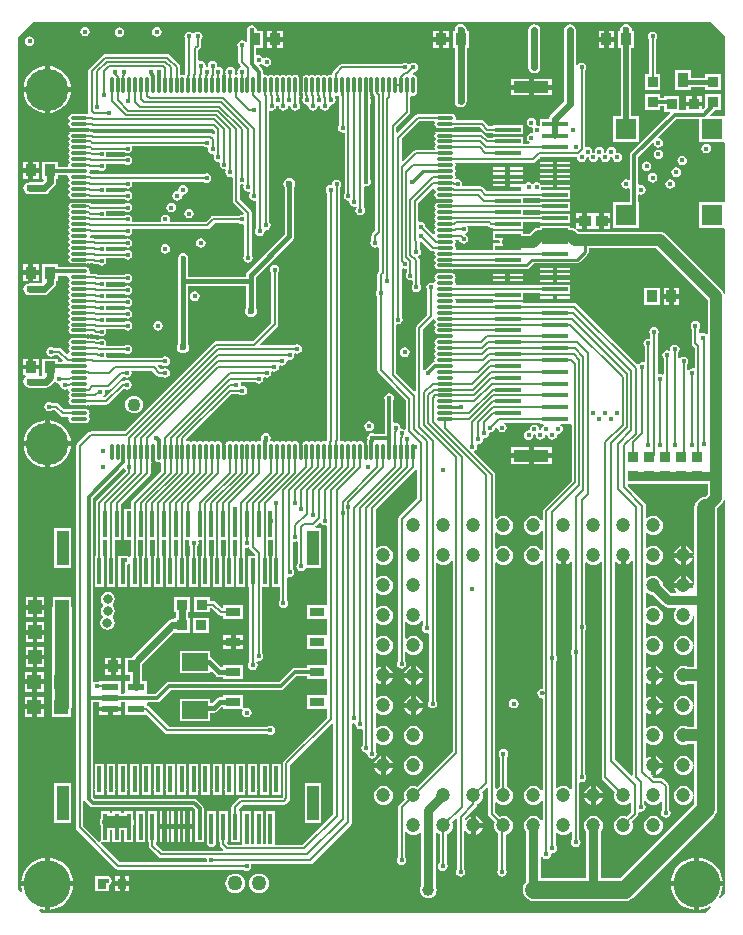
<source format=gtl>
%FSLAX44Y44*%
%MOMM*%
G71*
G01*
G75*
G04 Layer_Physical_Order=1*
G04 Layer_Color=255*
%ADD10O,1.4000X0.3000*%
%ADD11O,0.3000X1.4000*%
%ADD12R,0.9398X1.0160*%
%ADD13R,0.9400X1.0160*%
%ADD14R,1.0160X0.9398*%
%ADD15R,1.0160X0.9400*%
%ADD16R,1.2000X1.3000*%
%ADD17R,1.2700X0.7620*%
%ADD18R,0.8000X0.9000*%
%ADD19R,0.9652X0.8890*%
%ADD20R,0.9144X0.9144*%
%ADD21R,0.9144X1.2700*%
%ADD22R,0.8890X0.9652*%
%ADD23R,2.2000X0.3600*%
%ADD24R,3.0000X1.0000*%
%ADD25R,2.2000X1.5000*%
%ADD26R,1.4500X0.5500*%
%ADD27R,0.3600X2.2000*%
%ADD28R,1.0000X3.0000*%
%ADD29R,1.8000X1.8000*%
%ADD30C,0.3000*%
%ADD31C,0.2000*%
%ADD32C,1.5000*%
%ADD33C,1.0000*%
%ADD34C,0.6000*%
%ADD35C,0.5000*%
%ADD36C,0.4000*%
%ADD37C,0.2032*%
%ADD38C,0.3810*%
%ADD39C,0.2500*%
%ADD40C,0.8000*%
%ADD41C,1.2000*%
%ADD42C,1.2000*%
%ADD43C,4.0000*%
%ADD44C,3.6000*%
%ADD45C,1.2700*%
%ADD46C,0.4000*%
%ADD47C,0.6000*%
%ADD48C,0.8000*%
%ADD49C,0.5500*%
%ADD50C,1.0000*%
%ADD51C,1.1000*%
G36*
X584190Y359925D02*
X582036Y357771D01*
X580020Y357505D01*
X577709Y356548D01*
X575725Y355025D01*
X574202Y353041D01*
X573245Y350730D01*
X572918Y348250D01*
Y308321D01*
X571651Y308238D01*
X571670Y308100D01*
X571651Y307962D01*
X572918Y307879D01*
Y282921D01*
X571651Y282838D01*
X571670Y282700D01*
X571406Y280700D01*
X555794D01*
X555806Y280612D01*
X556612Y278666D01*
X557693Y277257D01*
X557131Y276117D01*
X553434D01*
X546181Y283371D01*
X545994Y284788D01*
X545188Y286735D01*
X543906Y288406D01*
X542234Y289688D01*
X540288Y290494D01*
X538200Y290769D01*
X536112Y290494D01*
X534165Y289688D01*
X532964Y288766D01*
X531825Y289328D01*
Y301472D01*
X532964Y302034D01*
X534165Y301112D01*
X536112Y300306D01*
X538200Y300031D01*
X540288Y300306D01*
X542234Y301112D01*
X543906Y302394D01*
X545188Y304065D01*
X545994Y306012D01*
X546269Y308100D01*
X545994Y310188D01*
X545188Y312134D01*
X543906Y313806D01*
X542234Y315088D01*
X540288Y315894D01*
X538200Y316169D01*
X536112Y315894D01*
X534165Y315088D01*
X532964Y314166D01*
X531825Y314728D01*
Y326872D01*
X532964Y327434D01*
X534165Y326512D01*
X536112Y325706D01*
X538200Y325431D01*
X540288Y325706D01*
X542234Y326512D01*
X543906Y327794D01*
X545188Y329465D01*
X545994Y331412D01*
X546269Y333500D01*
X545994Y335588D01*
X545188Y337534D01*
X543906Y339206D01*
X542234Y340488D01*
X540288Y341294D01*
X538200Y341569D01*
X536112Y341294D01*
X534165Y340488D01*
X532964Y339566D01*
X531825Y340128D01*
Y350250D01*
X531825Y350250D01*
X531630Y351231D01*
X531591Y351427D01*
X530924Y352424D01*
X530924Y352425D01*
X516325Y367024D01*
Y368174D01*
X527445D01*
Y368174D01*
X527445D01*
X527445Y368174D01*
X528055D01*
Y368174D01*
X540945D01*
Y368174D01*
X540945D01*
X540945Y368174D01*
X541555D01*
Y368174D01*
X554445D01*
Y368174D01*
X554445D01*
X554445Y368174D01*
X555055D01*
Y368174D01*
X567945D01*
Y368174D01*
X567945D01*
X567945Y368174D01*
X568555D01*
Y368174D01*
X581445D01*
Y368882D01*
X584190D01*
Y359925D01*
D02*
G37*
G36*
X352761Y618351D02*
X353003Y617134D01*
X353761Y616000D01*
X353003Y614866D01*
X352731Y613500D01*
X353003Y612134D01*
X353761Y611000D01*
X353427Y610500D01*
X354489D01*
X354934Y610203D01*
X356300Y609931D01*
X361802D01*
Y607069D01*
X356300D01*
X354934Y606797D01*
X354489Y606500D01*
X353427D01*
X353761Y606000D01*
X353003Y604866D01*
X352731Y603500D01*
X353003Y602134D01*
X353761Y601000D01*
X353003Y599866D01*
X352731Y598500D01*
X353003Y597134D01*
X353761Y596000D01*
X353003Y594866D01*
X352731Y593500D01*
X353003Y592134D01*
X353761Y591000D01*
X353003Y589866D01*
X352731Y588500D01*
X353003Y587134D01*
X353761Y586000D01*
X353003Y584866D01*
X352731Y583500D01*
X353003Y582134D01*
X353618Y581214D01*
X353075Y580066D01*
X351878Y579948D01*
X345267Y586559D01*
X345018Y587811D01*
X344134Y589134D01*
X342811Y590018D01*
X341250Y590328D01*
X340290Y590137D01*
X339309Y590943D01*
Y606483D01*
X351546Y618720D01*
X352761Y618351D01*
D02*
G37*
G36*
X514800Y300294D02*
X514888Y300306D01*
X516834Y301112D01*
X518506Y302394D01*
X519489Y303675D01*
X520691Y303267D01*
Y121794D01*
X519518Y121308D01*
X505559Y135267D01*
Y302420D01*
X506761Y302828D01*
X507094Y302394D01*
X508765Y301112D01*
X510712Y300306D01*
X510800Y300294D01*
Y308102D01*
X514800D01*
Y300294D01*
D02*
G37*
G36*
X352927Y507517D02*
X353003Y507134D01*
X353761Y506000D01*
X353003Y504866D01*
X352731Y503500D01*
X353003Y502134D01*
X353761Y501000D01*
X353003Y499866D01*
X352731Y498500D01*
X353003Y497134D01*
X353761Y496000D01*
X353427Y495500D01*
X354489D01*
X354934Y495203D01*
X356300Y494931D01*
X361802D01*
Y492069D01*
X356300D01*
X354934Y491797D01*
X354489Y491500D01*
X353427D01*
X353761Y491000D01*
X353003Y489866D01*
X352731Y488500D01*
X353003Y487134D01*
X353761Y486000D01*
X353003Y484866D01*
X352731Y483500D01*
X353003Y482134D01*
X353761Y481000D01*
X353003Y479866D01*
X352731Y478500D01*
X353003Y477134D01*
X353761Y476000D01*
X353003Y474866D01*
X352731Y473500D01*
X353003Y472134D01*
X352929Y471955D01*
X352134Y471797D01*
X350977Y471023D01*
X346291Y466338D01*
X345939Y466268D01*
X344616Y465384D01*
X344274Y464872D01*
X343059Y465241D01*
Y499233D01*
X351712Y507886D01*
X352927Y507517D01*
D02*
G37*
G36*
X245310Y203390D02*
X261941D01*
Y189610D01*
X245310D01*
Y177990D01*
X261941D01*
Y170767D01*
X225337Y134163D01*
X224674Y133170D01*
X224441Y132000D01*
X224441Y132000D01*
Y103517D01*
X223983Y103059D01*
X189250D01*
X188079Y102826D01*
X187682Y102560D01*
X187087Y102163D01*
X187087Y102163D01*
X181837Y96913D01*
X181174Y95920D01*
X180941Y94750D01*
X180941Y94750D01*
Y91500D01*
X180200D01*
Y65500D01*
X187800D01*
Y91500D01*
X187059D01*
Y93483D01*
X190517Y96941D01*
X225250D01*
X225250Y96941D01*
X226421Y97174D01*
X227413Y97837D01*
X229663Y100087D01*
X230326Y101080D01*
X230559Y102250D01*
X230559Y102250D01*
Y130733D01*
X265768Y165942D01*
X266941Y165456D01*
Y89017D01*
X240983Y63059D01*
X218693D01*
X217887Y64040D01*
X218078Y65000D01*
X217800Y66400D01*
Y91500D01*
X210200D01*
Y66399D01*
X209922Y65000D01*
X210112Y64040D01*
X209635Y63459D01*
X208365D01*
X207887Y64040D01*
X208078Y65000D01*
X207800Y66400D01*
Y91500D01*
X200200D01*
Y66399D01*
X199922Y65000D01*
X200112Y64040D01*
X199510Y63306D01*
X198240D01*
X197638Y64040D01*
X197828Y65000D01*
X197743Y65430D01*
X197800Y65500D01*
X197800D01*
Y91500D01*
X190200D01*
Y66887D01*
X189982Y66561D01*
X189672Y65000D01*
X189862Y64040D01*
X189057Y63059D01*
X178767D01*
X177059Y64767D01*
Y65500D01*
X177800D01*
Y91500D01*
X170200D01*
Y65500D01*
X170941D01*
Y63500D01*
X170941Y63500D01*
X171174Y62330D01*
X171837Y61337D01*
X173942Y59232D01*
X173456Y58059D01*
X122517D01*
X117059Y63517D01*
Y65500D01*
X117800D01*
Y91500D01*
X110200D01*
Y65500D01*
X110941D01*
Y62250D01*
X110941Y62250D01*
X111174Y61080D01*
X111837Y60087D01*
X119087Y52837D01*
X119087Y52837D01*
X120079Y52174D01*
Y52174D01*
X120079Y52174D01*
X120079D01*
Y52174D01*
X120079Y52174D01*
X120079Y52174D01*
X121250Y51941D01*
X121250Y51941D01*
X159307D01*
X160112Y50960D01*
X159922Y50000D01*
X160112Y49040D01*
X159307Y48059D01*
X86517D01*
X70200Y64376D01*
Y65500D01*
X70422D01*
Y65500D01*
X77800D01*
Y75440D01*
X80200D01*
Y65500D01*
X87800D01*
Y75440D01*
X90200D01*
Y65500D01*
X97800D01*
Y80021D01*
X98070Y80673D01*
X98310Y82500D01*
X98070Y84327D01*
X97800Y84979D01*
Y91500D01*
X90200D01*
Y89560D01*
X87800D01*
Y91500D01*
X80200D01*
Y89560D01*
X77800D01*
Y91500D01*
X70200D01*
Y85582D01*
X69680Y84327D01*
X69440Y82500D01*
X69680Y80673D01*
X70200Y79418D01*
Y66035D01*
X70011Y65957D01*
X69027Y65549D01*
X55559Y79017D01*
Y99909D01*
X56774Y100278D01*
X57477Y99227D01*
X60977Y95727D01*
X62134Y94953D01*
X63500Y94681D01*
X148022D01*
X150431Y92272D01*
Y91500D01*
X150200D01*
Y65500D01*
X157800D01*
Y91500D01*
X157569D01*
Y93750D01*
X157297Y95116D01*
X156523Y96273D01*
X152023Y100773D01*
X150866Y101547D01*
X149500Y101819D01*
X64978D01*
X63569Y103228D01*
Y183931D01*
X69250D01*
Y182750D01*
Y180000D01*
X87750D01*
Y182750D01*
Y183931D01*
X90750D01*
Y182750D01*
X90750D01*
Y173250D01*
X109174D01*
X124587Y157837D01*
X124587Y157837D01*
X125579Y157174D01*
Y157174D01*
X125579Y157174D01*
X125580D01*
Y157174D01*
X125580Y157174D01*
X125580Y157174D01*
X126750Y156941D01*
X126750Y156941D01*
X211378D01*
X212439Y156232D01*
X214000Y155922D01*
X215561Y156232D01*
X216884Y157116D01*
X217768Y158439D01*
X218078Y160000D01*
X217768Y161561D01*
X216884Y162884D01*
X215561Y163768D01*
X214000Y164078D01*
X212439Y163768D01*
X211378Y163059D01*
X128017D01*
X110913Y180163D01*
X109921Y180826D01*
X109250Y180959D01*
Y182750D01*
X109250D01*
Y183033D01*
X110148Y183931D01*
X118250D01*
X119615Y184203D01*
X120773Y184977D01*
Y184977D01*
X120773D01*
Y184977D01*
Y184977D01*
Y184977D01*
X120773D01*
X129728Y193931D01*
X222750D01*
X224116Y194203D01*
X225273Y194977D01*
Y194977D01*
X225273D01*
Y194977D01*
Y194977D01*
Y194977D01*
X225273D01*
X235928Y205631D01*
X245310D01*
Y203390D01*
D02*
G37*
G36*
X115931Y395920D02*
Y390420D01*
X116203Y389054D01*
X116500Y388609D01*
Y387547D01*
X117000Y387881D01*
X118134Y387123D01*
X119500Y386851D01*
X120459Y387042D01*
X121441Y386237D01*
Y379267D01*
X96837Y354663D01*
X96174Y353671D01*
X95941Y352500D01*
X95941Y352500D01*
Y347500D01*
X90200D01*
Y343899D01*
X89922Y342500D01*
X90200Y341101D01*
Y321500D01*
X95941D01*
Y307500D01*
X95200D01*
Y306852D01*
X93985Y306483D01*
X93884Y306634D01*
X92800Y307358D01*
Y307500D01*
X92588D01*
X92561Y307518D01*
X91000Y307828D01*
X89439Y307518D01*
X89412Y307500D01*
X85200D01*
Y281500D01*
X92800D01*
Y300142D01*
X93884Y300866D01*
X93985Y301017D01*
X95200Y300648D01*
Y281500D01*
X102800D01*
Y307500D01*
X102059D01*
Y321500D01*
X105941D01*
Y307500D01*
X105200D01*
Y281500D01*
X112800D01*
Y307500D01*
X112059D01*
Y321500D01*
X115941D01*
Y307500D01*
X115200D01*
Y281500D01*
X122800D01*
Y307500D01*
X122059D01*
Y321500D01*
X125941D01*
Y307500D01*
X125200D01*
Y281500D01*
X132800D01*
Y307500D01*
X132059D01*
Y321500D01*
X135941D01*
Y307500D01*
X135200D01*
Y281500D01*
X142800D01*
Y307500D01*
X142059D01*
Y321500D01*
X144680D01*
X145278Y320380D01*
X145232Y320311D01*
X144922Y318750D01*
X145232Y317189D01*
X145941Y316128D01*
Y307500D01*
X145200D01*
Y281500D01*
X152800D01*
Y307500D01*
X152059D01*
Y316128D01*
X152768Y317189D01*
X153078Y318750D01*
X152768Y320311D01*
X152722Y320380D01*
X153320Y321500D01*
X155941D01*
Y307500D01*
X155200D01*
Y281500D01*
X162800D01*
Y307500D01*
X162059D01*
Y321500D01*
X165941D01*
Y307500D01*
X165200D01*
Y281500D01*
X172800D01*
Y307500D01*
X172059D01*
Y321500D01*
X175941D01*
Y307500D01*
X175200D01*
Y281500D01*
X182800D01*
Y307500D01*
X182059D01*
Y321500D01*
X185941D01*
Y307500D01*
X185200D01*
Y281500D01*
X192800D01*
Y307500D01*
X192059D01*
Y314057D01*
X193041Y314862D01*
X194000Y314672D01*
X195561Y314982D01*
X196033Y314786D01*
X196174Y314079D01*
X196837Y313087D01*
X200941Y308983D01*
Y307500D01*
X195200D01*
Y281500D01*
X195941D01*
Y217622D01*
X195232Y216561D01*
X194922Y215000D01*
X195232Y213439D01*
X196116Y212116D01*
X197439Y211232D01*
X199000Y210922D01*
X200561Y211232D01*
X201884Y212116D01*
X202768Y213439D01*
X203078Y215000D01*
X202768Y216561D01*
X202067Y217610D01*
X202368Y218061D01*
X203041Y218612D01*
X204000Y218422D01*
X205561Y218732D01*
X206884Y219616D01*
X207768Y220939D01*
X208078Y222500D01*
X207768Y224061D01*
X207059Y225122D01*
Y281500D01*
X212800D01*
Y307500D01*
X212059D01*
Y321500D01*
X215941D01*
Y307500D01*
X215200D01*
Y281500D01*
X221941D01*
Y270122D01*
X221232Y269061D01*
X220922Y267500D01*
X221232Y265939D01*
X222116Y264616D01*
X223439Y263732D01*
X225000Y263422D01*
X226561Y263732D01*
X227884Y264616D01*
X228768Y265939D01*
X229078Y267500D01*
X228768Y269061D01*
X228059Y270122D01*
Y289107D01*
X229041Y289912D01*
X230250Y289672D01*
X231811Y289982D01*
X233134Y290866D01*
X234018Y292189D01*
X234328Y293750D01*
X234018Y295311D01*
X233134Y296634D01*
X233059Y296684D01*
Y319057D01*
X234041Y319862D01*
X235000Y319672D01*
X235959Y319862D01*
X236941Y319057D01*
Y301372D01*
X236232Y300311D01*
X235922Y298750D01*
X236232Y297189D01*
X237116Y295866D01*
X238439Y294982D01*
X240000Y294672D01*
X241561Y294982D01*
X242884Y295866D01*
X243768Y297189D01*
X243830Y297500D01*
X257000D01*
Y331500D01*
X252349D01*
X251980Y332715D01*
X252163Y332837D01*
X255137Y335811D01*
X256401Y335687D01*
X257116Y334616D01*
X258439Y333732D01*
X260000Y333422D01*
X260959Y333613D01*
X261941Y332807D01*
Y265810D01*
X245310D01*
Y254190D01*
X261941D01*
Y240410D01*
X245310D01*
Y228790D01*
X261941D01*
Y215010D01*
X245310D01*
Y212769D01*
X234450D01*
X233084Y212497D01*
X231927Y211723D01*
X221272Y201069D01*
X128250D01*
X126884Y200797D01*
X125727Y200023D01*
X116772Y191068D01*
X109250D01*
Y192250D01*
X109250D01*
Y201750D01*
X105098D01*
Y215888D01*
X131882Y242672D01*
X132164Y242555D01*
Y242555D01*
X132164Y242555D01*
X145816D01*
Y255445D01*
X144088D01*
Y259805D01*
X146066D01*
Y272695D01*
X132414D01*
Y259805D01*
X133892D01*
Y255445D01*
X132164D01*
Y254098D01*
X131000D01*
X129373Y253774D01*
X129049Y253710D01*
X127395Y252605D01*
X96395Y221605D01*
X96045Y221080D01*
X90800D01*
Y206920D01*
X94902D01*
Y201750D01*
X90750D01*
Y192250D01*
X90750D01*
Y191966D01*
X89852Y191068D01*
X87750D01*
Y192250D01*
Y201750D01*
X69250D01*
Y201750D01*
X69061Y201268D01*
X67500Y201578D01*
X65939Y201268D01*
X64689Y200432D01*
X63964Y200819D01*
X63569Y201084D01*
Y355772D01*
X89448Y381652D01*
X90664Y381283D01*
X90732Y380939D01*
X91441Y379878D01*
Y379267D01*
X66837Y354663D01*
X66174Y353671D01*
X65941Y352500D01*
X65941Y352500D01*
Y307500D01*
X65200D01*
Y281500D01*
X72800D01*
Y307500D01*
X72059D01*
Y321500D01*
X75941D01*
Y307500D01*
X75200D01*
Y281500D01*
X82800D01*
Y307500D01*
X82059D01*
Y321500D01*
X87800D01*
Y347500D01*
X87059D01*
Y351233D01*
X111663Y375837D01*
X111663Y375837D01*
X112326Y376829D01*
Y376829D01*
X112326D01*
Y376829D01*
X112326D01*
Y376829D01*
Y376829D01*
X112326D01*
X112326Y376829D01*
X112559Y378000D01*
X112559Y378000D01*
Y386237D01*
X113540Y387042D01*
X113134Y387123D01*
X112559Y387507D01*
Y388698D01*
X112797Y389054D01*
X113069Y390420D01*
Y395923D01*
X115931D01*
Y395920D01*
D02*
G37*
G36*
X599250Y747250D02*
Y680000D01*
X599000D01*
X598352Y680000D01*
X598352Y680000D01*
Y680000D01*
X586456D01*
X585970Y681173D01*
X589961Y685164D01*
X595195D01*
Y698816D01*
X582305D01*
Y687602D01*
X580520Y685817D01*
X579347Y686303D01*
Y688340D01*
X566203D01*
Y684819D01*
X560297D01*
Y696912D01*
X547153D01*
Y695569D01*
X544195D01*
Y698826D01*
X531305D01*
Y685174D01*
X544195D01*
Y688431D01*
X547153D01*
Y683768D01*
X552062D01*
X552548Y682595D01*
X519383Y649430D01*
X518609Y648272D01*
X518338Y646906D01*
Y626428D01*
X517218Y625829D01*
X516561Y626268D01*
X515000Y626578D01*
X513439Y626268D01*
X512116Y625384D01*
X511232Y624061D01*
X510922Y622500D01*
X511232Y620939D01*
X512116Y619616D01*
X513439Y618732D01*
X515000Y618422D01*
X516561Y618732D01*
X517218Y619171D01*
X518338Y618572D01*
Y607000D01*
X504000D01*
Y585000D01*
X526000D01*
Y607000D01*
X525475D01*
Y612823D01*
X526457Y613629D01*
X527500Y613422D01*
X529061Y613732D01*
X530384Y614616D01*
X531268Y615939D01*
X531578Y617500D01*
X531268Y619061D01*
X530384Y620384D01*
X529061Y621268D01*
X527500Y621578D01*
X526457Y621371D01*
X525475Y622177D01*
Y645428D01*
X537282Y657236D01*
X538498Y656867D01*
X538732Y655689D01*
X539616Y654366D01*
X540939Y653482D01*
X542500Y653172D01*
X544061Y653482D01*
X545384Y654366D01*
X546268Y655689D01*
X546578Y657250D01*
X546268Y658811D01*
X545384Y660134D01*
X544061Y661018D01*
X542500Y661328D01*
X542108Y662061D01*
X557728Y677681D01*
X577000D01*
Y658000D01*
X598352D01*
X599250Y657102D01*
Y607000D01*
X599000D01*
X598352Y607000D01*
X598352Y607000D01*
Y607000D01*
X577000D01*
Y585000D01*
X598352D01*
X599250Y584102D01*
Y529733D01*
X598004Y529485D01*
X597365Y531030D01*
X596242Y532492D01*
X596242Y532492D01*
X596242Y532492D01*
X596242Y532492D01*
X548742Y579992D01*
X547280Y581115D01*
X545577Y581820D01*
X543750Y582060D01*
X474674D01*
X473242Y583493D01*
X473076Y583620D01*
X472920Y584806D01*
X473102D01*
Y584806D01*
X478000D01*
Y589505D01*
X472920D01*
Y585176D01*
X472774Y585103D01*
X471780Y584614D01*
X470077Y585320D01*
X468250Y585560D01*
X468000D01*
Y587300D01*
X442000D01*
Y585560D01*
X441000D01*
X439173Y585320D01*
X437470Y584614D01*
X436008Y583493D01*
X433075Y580560D01*
X428000D01*
Y582300D01*
X415241D01*
X415000Y582348D01*
X414759Y582300D01*
X402000D01*
Y574700D01*
X407135D01*
X407972Y573745D01*
X407940Y573500D01*
X407972Y573255D01*
X407135Y572300D01*
X402000D01*
Y566559D01*
X371483D01*
X370678Y567541D01*
X370868Y568500D01*
X370597Y569866D01*
X369839Y571000D01*
X370597Y572134D01*
X370868Y573500D01*
X370597Y574866D01*
X370905Y575441D01*
X373533D01*
X373732Y574439D01*
X374616Y573116D01*
X375939Y572232D01*
X377500Y571922D01*
X379061Y572232D01*
X380384Y573116D01*
X381268Y574439D01*
X381578Y576000D01*
X381268Y577561D01*
X380384Y578884D01*
X379061Y579768D01*
X379061D01*
Y579768D01*
X380384Y581116D01*
X380384D01*
Y581116D01*
X380384D01*
X381268Y582439D01*
X381578Y584000D01*
X381268Y585561D01*
X380384Y586884D01*
X380392Y586909D01*
X398265D01*
X398837Y586337D01*
X398837Y586337D01*
X399829Y585674D01*
Y585674D01*
X399829D01*
Y585674D01*
X399829D01*
Y585674D01*
X399829Y585674D01*
X399829Y585674D01*
X401000Y585441D01*
X402000D01*
Y584700D01*
X428000D01*
Y590441D01*
X442000D01*
Y589700D01*
X468000D01*
Y597300D01*
X442000D01*
Y596559D01*
X428000D01*
Y600441D01*
X442000D01*
Y599700D01*
X468000D01*
Y607300D01*
X442000D01*
Y606559D01*
X428000D01*
Y610441D01*
X442000D01*
Y609700D01*
X468000D01*
Y617300D01*
X443604D01*
X443005Y618420D01*
X443018Y618439D01*
X443269Y619700D01*
X453000D01*
Y621500D01*
X443031D01*
X443018Y621561D01*
X442134Y622884D01*
X442000Y622974D01*
Y624320D01*
X440880Y623722D01*
X440811Y623768D01*
X439250Y624078D01*
X437689Y623768D01*
X436366Y622884D01*
X435384D01*
X434061Y623768D01*
X432500Y624078D01*
X430939Y623768D01*
X429616Y622884D01*
X429226Y622300D01*
X428000Y622300D01*
Y622300D01*
X417000D01*
Y618497D01*
X415003D01*
Y616559D01*
X402000D01*
Y616559D01*
X397290D01*
X394174Y619674D01*
X393177Y620341D01*
X392000Y620575D01*
X392000Y620575D01*
X377196D01*
X376391Y621557D01*
X376578Y622500D01*
X376268Y624061D01*
X375384Y625384D01*
X374061Y626268D01*
X372500Y626578D01*
X371675Y626414D01*
X371131Y626777D01*
X370626Y627282D01*
X370868Y628500D01*
X370597Y629866D01*
X369839Y631000D01*
X370597Y632134D01*
X370868Y633500D01*
X370597Y634866D01*
X369839Y636000D01*
X370597Y637134D01*
X370868Y638500D01*
X370597Y639866D01*
X370905Y640441D01*
X402000D01*
Y640441D01*
X428000D01*
Y640441D01*
X436250D01*
X436250Y640441D01*
X437421Y640674D01*
X438413Y641337D01*
X440827Y643751D01*
X442000Y643265D01*
Y644923D01*
X442517Y645441D01*
X468000D01*
Y645441D01*
X473186D01*
X473491Y645069D01*
X473801Y643509D01*
X474686Y642186D01*
X476009Y641301D01*
X477569Y640991D01*
X479130Y641301D01*
X480453Y642186D01*
X481337Y643509D01*
X481648Y645069D01*
X482500Y645922D01*
Y645922D01*
X482500Y645922D01*
X482529Y645928D01*
X483428Y645029D01*
X483422Y645000D01*
X483732Y643439D01*
X484616Y642116D01*
X485939Y641232D01*
X487500Y640922D01*
X489061Y641232D01*
X490384Y642116D01*
X491268Y643439D01*
X491578Y645000D01*
X491572Y645029D01*
X492471Y645928D01*
X492500Y645922D01*
X492529Y645928D01*
X493428Y645029D01*
X493422Y645000D01*
X493732Y643439D01*
X494616Y642116D01*
X495939Y641232D01*
X497500Y640922D01*
X499061Y641232D01*
X500384Y642116D01*
X501268Y643439D01*
X501578Y645000D01*
X501572Y645029D01*
X502471Y645928D01*
X502500Y645922D01*
X502529Y645928D01*
X503428Y645029D01*
X503422Y645000D01*
X503732Y643439D01*
X504616Y642116D01*
X505939Y641232D01*
X507500Y640922D01*
X509061Y641232D01*
X510384Y642116D01*
X511268Y643439D01*
X511578Y645000D01*
X511268Y646561D01*
X510384Y647884D01*
X509061Y648768D01*
X507500Y649078D01*
X507471Y649072D01*
X506572Y649970D01*
X506578Y650000D01*
X506268Y651561D01*
X505384Y652884D01*
X504061Y653768D01*
X502500Y654078D01*
X500939Y653768D01*
X499616Y652884D01*
X498732Y651561D01*
X498422Y650000D01*
X498428Y649970D01*
X497529Y649072D01*
X497500Y649078D01*
X497471Y649072D01*
X496572Y649970D01*
X496578Y650000D01*
X496268Y651561D01*
X495384Y652884D01*
X494061Y653768D01*
X492500Y654078D01*
X490939Y653768D01*
X489616Y652884D01*
X488732Y651561D01*
X488422Y650000D01*
X488428Y649970D01*
X487529Y649072D01*
X487500Y649078D01*
X487471Y649072D01*
X486572Y649970D01*
X486578Y650000D01*
X486268Y651561D01*
X485384Y652884D01*
X484061Y653768D01*
X482500Y654078D01*
X481540Y653887D01*
X480559Y654693D01*
Y718628D01*
X481268Y719689D01*
X481578Y721250D01*
X481268Y722811D01*
X480384Y724134D01*
X479061Y725018D01*
X477500Y725328D01*
X475939Y725018D01*
X474616Y724134D01*
X473813Y722932D01*
X472598Y723301D01*
Y752750D01*
X472210Y754701D01*
X471105Y756355D01*
X469451Y757460D01*
X467500Y757848D01*
X465549Y757460D01*
X463895Y756355D01*
X462790Y754701D01*
X462402Y752750D01*
Y692362D01*
X451395Y681355D01*
X450290Y679701D01*
X449902Y677750D01*
Y677300D01*
X442000D01*
Y672682D01*
X441018Y671876D01*
X440000Y672078D01*
X439630Y672005D01*
X438767Y672937D01*
X438768Y672939D01*
X438768Y672939D01*
X438768Y672939D01*
X439078Y674500D01*
X438768Y676061D01*
X437884Y677384D01*
X436561Y678268D01*
X435000Y678578D01*
X433439Y678268D01*
X432116Y677384D01*
X431232Y676061D01*
X430922Y674500D01*
X431232Y672939D01*
X432116Y671616D01*
X433439Y670732D01*
X435000Y670422D01*
X435370Y670495D01*
X436232Y669561D01*
X436232Y669561D01*
X435922Y668000D01*
X436232Y666439D01*
X436232Y666439D01*
X436232Y666439D01*
X436233Y666437D01*
X435370Y665505D01*
X435000Y665578D01*
X433439Y665268D01*
X432116Y664384D01*
X431232Y663061D01*
X430922Y661500D01*
X431232Y659939D01*
X432116Y658616D01*
X433376Y657774D01*
X433008Y656559D01*
X428000D01*
Y662300D01*
X402000D01*
Y661559D01*
X398267D01*
X394163Y665663D01*
X393171Y666326D01*
X392000Y666559D01*
X392000Y666559D01*
X371483D01*
X370678Y667540D01*
X370597Y667134D01*
X370213Y666559D01*
X369022D01*
X368666Y666797D01*
X367300Y667069D01*
X356300D01*
X354934Y666797D01*
X354489Y666500D01*
X353427D01*
X353761Y666000D01*
X353003Y664866D01*
X352731Y663500D01*
X353003Y662134D01*
X353761Y661000D01*
X353003Y659866D01*
X352731Y658500D01*
X353003Y657134D01*
X353761Y656000D01*
X353003Y654866D01*
X352731Y653500D01*
X352922Y652541D01*
X352117Y651559D01*
X337500D01*
X337500Y651559D01*
X336329Y651326D01*
X335337Y650663D01*
X326232Y641558D01*
X325059Y642044D01*
Y660483D01*
X340017Y675441D01*
X352117D01*
X352922Y674460D01*
X352731Y673500D01*
X353003Y672134D01*
X353761Y671000D01*
X353427Y670500D01*
X354489D01*
X354934Y670203D01*
X356300Y669931D01*
X367300D01*
X368666Y670203D01*
X369022Y670441D01*
X370213D01*
X370597Y669866D01*
X370905Y670441D01*
X391483D01*
X395587Y666337D01*
X395587Y666337D01*
X396580Y665674D01*
X397750Y665441D01*
X397750Y665441D01*
X402000D01*
Y664700D01*
X428000D01*
Y672300D01*
X402000D01*
Y671559D01*
X399017D01*
X394913Y675663D01*
X393921Y676326D01*
X392750Y676559D01*
X392750Y676559D01*
X371483D01*
X370678Y677541D01*
X370868Y678500D01*
X370597Y679866D01*
X369823Y681023D01*
X368666Y681797D01*
X367300Y682069D01*
X356300D01*
X354934Y681797D01*
X354578Y681559D01*
X338750D01*
X338750Y681559D01*
X337579Y681326D01*
X336587Y680663D01*
X336587Y680663D01*
X321732Y665808D01*
X320559Y666294D01*
Y670233D01*
X331663Y681337D01*
X331663Y681337D01*
X332060Y681932D01*
X332326Y682329D01*
X332559Y683500D01*
X332559D01*
Y683500D01*
X332559D01*
Y683500D01*
Y683500D01*
X332559D01*
X332559Y683500D01*
Y696397D01*
X333540Y697202D01*
X334500Y697011D01*
X335866Y697283D01*
X337023Y698057D01*
X337797Y699214D01*
X338069Y700580D01*
Y711580D01*
X337797Y712946D01*
X337023Y714103D01*
X335866Y714877D01*
X334500Y715149D01*
X334288Y716213D01*
X335309Y717233D01*
X336561Y717482D01*
X337884Y718366D01*
X338768Y719689D01*
X339078Y721250D01*
X338768Y722811D01*
X337884Y724134D01*
X336561Y725018D01*
X335000Y725328D01*
X333439Y725018D01*
X332116Y724134D01*
X332010Y723975D01*
X330740D01*
X330634Y724134D01*
X329311Y725018D01*
X327750Y725328D01*
X326189Y725018D01*
X325128Y724309D01*
X274750D01*
X274750Y724309D01*
X273579Y724076D01*
X272587Y723413D01*
X272587Y723413D01*
X267337Y718163D01*
X266674Y717170D01*
X266441Y716000D01*
X266441Y716000D01*
Y715763D01*
X265459Y714958D01*
X264500Y715149D01*
X263134Y714877D01*
X262000Y714119D01*
X260866Y714877D01*
X259500Y715149D01*
X258134Y714877D01*
X257000Y714119D01*
X255866Y714877D01*
X254500Y715149D01*
X253134Y714877D01*
X252000Y714119D01*
X250866Y714877D01*
X249500Y715149D01*
X248134Y714877D01*
X247000Y714119D01*
X245866Y714877D01*
X244500Y715149D01*
X243134Y714877D01*
X242000Y714119D01*
X241500Y714453D01*
Y713391D01*
X241203Y712946D01*
X240931Y711580D01*
Y706077D01*
Y700580D01*
X241203Y699214D01*
X241441Y698858D01*
Y698250D01*
X241500Y697952D01*
Y697706D01*
X240987Y697364D01*
X241329Y697223D01*
X241697Y696007D01*
X241232Y695311D01*
X240922Y693750D01*
X241232Y692189D01*
X242116Y690866D01*
X243439Y689982D01*
X245000Y689672D01*
X245030Y689678D01*
X245928Y688779D01*
X245922Y688750D01*
X246232Y687189D01*
X247116Y685866D01*
X248439Y684982D01*
X250000Y684672D01*
X251561Y684982D01*
X252884Y685866D01*
X253768Y687189D01*
X254078Y688750D01*
X254072Y688779D01*
X254970Y689678D01*
X255000Y689672D01*
X255029Y689678D01*
X255928Y688779D01*
X255922Y688750D01*
X256232Y687189D01*
X257116Y685866D01*
X258439Y684982D01*
X260000Y684672D01*
X261561Y684982D01*
X262884Y685866D01*
X263768Y687189D01*
X264078Y688750D01*
X264072Y688779D01*
X264970Y689678D01*
X265000Y689672D01*
X266561Y689982D01*
X267884Y690866D01*
X268768Y692189D01*
X269078Y693750D01*
X268768Y695311D01*
X268267Y696060D01*
X268973Y697116D01*
X269500Y697011D01*
X270866Y697283D01*
X270934Y697329D01*
X271543Y697328D01*
X271674Y697079D01*
X271674Y697079D01*
Y697079D01*
X271868Y696790D01*
X271941Y696627D01*
Y672622D01*
X271232Y671561D01*
X270922Y670000D01*
X271232Y668439D01*
X272116Y667116D01*
X273439Y666232D01*
X275000Y665922D01*
X275959Y666113D01*
X276941Y665307D01*
Y615122D01*
X276232Y614061D01*
X275922Y612500D01*
X276232Y610939D01*
X277116Y609616D01*
X278439Y608732D01*
X280000Y608422D01*
X280029Y608428D01*
X280928Y607529D01*
X280922Y607500D01*
X281232Y605939D01*
X282116Y604616D01*
X283439Y603732D01*
X285000Y603422D01*
X285959Y603613D01*
X286632Y603061D01*
X286933Y602610D01*
X286232Y601561D01*
X285922Y600000D01*
X286232Y598439D01*
X287116Y597116D01*
X288439Y596232D01*
X290000Y595922D01*
X291561Y596232D01*
X292884Y597116D01*
X293768Y598439D01*
X294078Y600000D01*
X293768Y601561D01*
X293059Y602622D01*
Y619807D01*
X294041Y620612D01*
X295000Y620422D01*
X296561Y620732D01*
X297884Y621616D01*
X298768Y622939D01*
X299078Y624500D01*
X298768Y626061D01*
X298569Y626359D01*
Y690641D01*
X298768Y690939D01*
X299078Y692500D01*
X298768Y694061D01*
X298569Y694359D01*
Y696247D01*
X299499Y697011D01*
X298569Y697196D01*
Y698250D01*
X298297Y699616D01*
X298069Y699958D01*
Y706080D01*
Y706083D01*
X300931D01*
Y700580D01*
X301203Y699214D01*
X301500Y698769D01*
Y697706D01*
X301046Y697403D01*
X302291Y697156D01*
X302337Y697087D01*
X302441Y696983D01*
Y582767D01*
X300337Y580663D01*
X299674Y579670D01*
X299441Y578500D01*
X299441Y578500D01*
Y575122D01*
X298732Y574061D01*
X298422Y572500D01*
X298732Y570939D01*
X299616Y569616D01*
X300939Y568732D01*
X302500Y568422D01*
X304061Y568732D01*
X304821Y569240D01*
X305941Y568642D01*
Y548767D01*
X305337Y548163D01*
X304674Y547170D01*
X304441Y546000D01*
X304441Y546000D01*
Y532622D01*
X303732Y531561D01*
X303422Y530000D01*
X303732Y528439D01*
X304441Y527378D01*
Y464750D01*
X304441Y464750D01*
X304674Y463579D01*
X305337Y462587D01*
X328441Y439483D01*
Y415108D01*
X327321Y414510D01*
X326561Y415018D01*
X325000Y415328D01*
X324971Y415322D01*
X324072Y416221D01*
X324078Y416250D01*
X323768Y417811D01*
X322884Y419134D01*
X321561Y420018D01*
X320000Y420328D01*
X319050Y420139D01*
X318069Y420945D01*
Y439391D01*
X318268Y439689D01*
X318578Y441250D01*
X318268Y442811D01*
X317384Y444134D01*
X316061Y445018D01*
X314500Y445328D01*
X312939Y445018D01*
X311616Y444134D01*
X310732Y442811D01*
X310422Y441250D01*
X310732Y439689D01*
X310931Y439391D01*
Y411069D01*
X301859D01*
X301561Y411268D01*
X300000Y411578D01*
X298439Y411268D01*
X297116Y410384D01*
X296232Y409061D01*
X295922Y407500D01*
X296232Y405939D01*
X296242Y405924D01*
X296203Y405866D01*
X296146Y405577D01*
X295142Y404906D01*
X294507Y404988D01*
X295866Y404717D01*
X295961Y404654D01*
X295931Y404500D01*
Y401420D01*
Y395920D01*
Y395917D01*
X293069D01*
Y401420D01*
X292797Y402786D01*
X292500Y403231D01*
Y404293D01*
X292000Y403959D01*
X290866Y404717D01*
X289500Y404989D01*
X288134Y404717D01*
X287000Y403959D01*
X285866Y404717D01*
X284500Y404989D01*
X283134Y404717D01*
X282000Y403959D01*
X280866Y404717D01*
X279500Y404989D01*
X278134Y404717D01*
X277000Y403959D01*
X275866Y404717D01*
X274500Y404989D01*
X274041Y404897D01*
X273059Y405703D01*
Y619878D01*
X273768Y620939D01*
X274078Y622500D01*
X273768Y624061D01*
X272884Y625384D01*
X271561Y626268D01*
X270000Y626578D01*
X268439Y626268D01*
X267116Y625384D01*
X266232Y624061D01*
X265922Y622500D01*
X265928Y622471D01*
X265029Y621572D01*
X265000Y621578D01*
X263439Y621268D01*
X262116Y620384D01*
X261232Y619061D01*
X260922Y617500D01*
X261232Y615939D01*
X261941Y614878D01*
Y406320D01*
X261836Y406163D01*
X261674Y405920D01*
X261441Y404750D01*
X261441Y404750D01*
X260866Y404717D01*
X260866Y404717D01*
X260865Y404717D01*
X259500Y404989D01*
X258134Y404717D01*
X257000Y403959D01*
X255866Y404717D01*
X254500Y404989D01*
X253134Y404717D01*
X252000Y403959D01*
X250866Y404717D01*
X249500Y404989D01*
X248134Y404717D01*
X247000Y403959D01*
X245866Y404717D01*
X244500Y404989D01*
X243134Y404717D01*
X242000Y403959D01*
X241500Y404293D01*
Y403231D01*
X241203Y402786D01*
X240931Y401420D01*
Y395917D01*
X238069D01*
Y401420D01*
X237797Y402786D01*
X237500Y403231D01*
Y404293D01*
X237000Y403959D01*
X235866Y404717D01*
X234500Y404989D01*
X233134Y404717D01*
X232000Y403959D01*
X230866Y404717D01*
X229500Y404989D01*
X228134Y404717D01*
X227000Y403959D01*
X225866Y404717D01*
X224500Y404989D01*
X223134Y404717D01*
X222000Y403959D01*
X220866Y404717D01*
X219500Y404989D01*
X218134Y404717D01*
X217000Y403959D01*
X215866Y404717D01*
X214500Y404989D01*
X213746Y405266D01*
X213768Y405939D01*
X213768D01*
Y405939D01*
Y405939D01*
X213768Y405939D01*
X214078Y407500D01*
X213768Y409061D01*
X212884Y410384D01*
X211561Y411268D01*
X210000Y411578D01*
X208439Y411268D01*
X207116Y410384D01*
X206232Y409061D01*
X205922Y407500D01*
X206232Y405939D01*
X206242Y405924D01*
X206203Y405866D01*
X206146Y405577D01*
X205090Y404871D01*
X204500Y404989D01*
X203134Y404717D01*
X202000Y403959D01*
X200866Y404717D01*
X199500Y404989D01*
X198134Y404717D01*
X197000Y403959D01*
X195866Y404717D01*
X194500Y404989D01*
X193134Y404717D01*
X192000Y403959D01*
X190866Y404717D01*
X189500Y404989D01*
X188134Y404717D01*
X187000Y403959D01*
X185866Y404717D01*
X184500Y404989D01*
X183134Y404717D01*
X182000Y403959D01*
X180866Y404717D01*
X179500Y404989D01*
X178134Y404717D01*
X177000Y403959D01*
X176500Y404293D01*
Y403231D01*
X176203Y402786D01*
X175931Y401420D01*
Y395917D01*
X173069D01*
Y401420D01*
X172797Y402786D01*
X172500Y403231D01*
Y404293D01*
X172000Y403959D01*
X170866Y404717D01*
X169500Y404989D01*
X168134Y404717D01*
X167000Y403959D01*
X165866Y404717D01*
X164500Y404989D01*
X163134Y404717D01*
X162000Y403959D01*
X160866Y404717D01*
X159500Y404989D01*
X158134Y404717D01*
X157000Y403959D01*
X155866Y404717D01*
X154500Y404989D01*
X153134Y404717D01*
X152000Y403959D01*
X150866Y404717D01*
X149500Y404989D01*
X148134Y404717D01*
X147000Y403959D01*
X145866Y404717D01*
X144500Y404989D01*
X143540Y404798D01*
X142559Y405603D01*
Y406233D01*
X180767Y444441D01*
X187378D01*
X188439Y443732D01*
X190000Y443422D01*
X191561Y443732D01*
X192884Y444616D01*
X193768Y445939D01*
X194078Y447500D01*
X193768Y449061D01*
X192884Y450384D01*
X191561Y451268D01*
X190000Y451578D01*
X189970Y451572D01*
X189072Y452471D01*
X189078Y452500D01*
X188768Y454061D01*
X188971Y454441D01*
X201378D01*
X202439Y453732D01*
X204000Y453422D01*
X205561Y453732D01*
X206884Y454616D01*
X207768Y455939D01*
X208078Y457500D01*
X207949Y458149D01*
X209005Y458855D01*
X209189Y458732D01*
X210750Y458422D01*
X212311Y458732D01*
X213634Y459616D01*
X214518Y460939D01*
X214828Y462500D01*
X214799Y462649D01*
X215689Y463982D01*
X217250Y463672D01*
X218811Y463982D01*
X220134Y464866D01*
X221018Y466189D01*
X221328Y467750D01*
X221255Y468120D01*
X222187Y468983D01*
X222189Y468982D01*
X222189Y468982D01*
X222189Y468982D01*
X223750Y468672D01*
X225311Y468982D01*
X226634Y469866D01*
X227518Y471189D01*
X227828Y472750D01*
X227812Y472830D01*
X228710Y473728D01*
X230250Y473422D01*
X231811Y473732D01*
X233134Y474616D01*
X234018Y475939D01*
X234328Y477500D01*
X234299Y477649D01*
X235189Y478982D01*
X236750Y478672D01*
X238311Y478982D01*
X239634Y479866D01*
X240518Y481189D01*
X240828Y482750D01*
X240518Y484311D01*
X239634Y485634D01*
X238311Y486518D01*
X236750Y486828D01*
X235189Y486518D01*
X234128Y485809D01*
X205544D01*
X205058Y486982D01*
X219663Y501587D01*
X219663Y501587D01*
X220326Y502579D01*
Y502579D01*
X220326D01*
Y502579D01*
X220326D01*
Y502579D01*
Y502579D01*
X220326D01*
X220326Y502579D01*
X220559Y503750D01*
X220559Y503750D01*
Y547378D01*
X221268Y548439D01*
X221578Y550000D01*
X221268Y551561D01*
X220384Y552884D01*
X219061Y553768D01*
X217500Y554078D01*
X215939Y553768D01*
X214616Y552884D01*
X213732Y551561D01*
X213422Y550000D01*
X213732Y548439D01*
X214441Y547378D01*
Y505017D01*
X198983Y489559D01*
X168250D01*
X168250Y489559D01*
X167079Y489326D01*
X166087Y488663D01*
X90483Y413059D01*
X62000D01*
X60829Y412826D01*
X59837Y412163D01*
X50337Y402663D01*
X49674Y401670D01*
X49441Y400500D01*
X49441Y400500D01*
Y77750D01*
X49441Y77750D01*
X49674Y76579D01*
X50337Y75587D01*
X83087Y42837D01*
X83087Y42837D01*
X84079Y42174D01*
Y42174D01*
X84079Y42174D01*
X84080D01*
Y42174D01*
X84080Y42174D01*
X84080Y42174D01*
X85250Y41941D01*
X85250Y41941D01*
X191128D01*
X192189Y41232D01*
X193750Y40922D01*
X195311Y41232D01*
X196634Y42116D01*
X197518Y43439D01*
X197828Y45000D01*
X197518Y46561D01*
X197721Y46941D01*
X247750D01*
X247750Y46941D01*
X248921Y47174D01*
X249913Y47837D01*
X282163Y80087D01*
X282826Y81079D01*
X283059Y82250D01*
X283059Y82250D01*
Y165307D01*
X284041Y166112D01*
X285000Y165922D01*
X285030Y165928D01*
X285928Y165030D01*
X285922Y165000D01*
X286232Y163439D01*
X287116Y162116D01*
X288439Y161232D01*
X290000Y160922D01*
X290959Y161112D01*
X291941Y160307D01*
Y147622D01*
X291232Y146561D01*
X290922Y145000D01*
X291232Y143439D01*
X292116Y142116D01*
X293439Y141232D01*
X295000Y140922D01*
X295030Y140927D01*
X295928Y140029D01*
X295922Y140000D01*
X296232Y138439D01*
X297116Y137116D01*
X298439Y136232D01*
X300000Y135922D01*
X301561Y136232D01*
X302884Y137116D01*
X303768Y138439D01*
X304078Y140000D01*
X303768Y141561D01*
X303059Y142622D01*
Y149200D01*
X304198Y149761D01*
X305565Y148712D01*
X307512Y147906D01*
X309600Y147631D01*
X311688Y147906D01*
X313634Y148712D01*
X315306Y149994D01*
X316588Y151665D01*
X317394Y153612D01*
X317669Y155700D01*
X317394Y157788D01*
X316588Y159734D01*
X315306Y161406D01*
X313634Y162688D01*
X311688Y163494D01*
X309600Y163769D01*
X307512Y163494D01*
X305565Y162688D01*
X304198Y161639D01*
X303059Y162200D01*
Y174600D01*
X304198Y175161D01*
X305565Y174112D01*
X307512Y173306D01*
X309600Y173031D01*
X311688Y173306D01*
X313634Y174112D01*
X315306Y175394D01*
X316588Y177066D01*
X317394Y179012D01*
X317669Y181100D01*
X317394Y183188D01*
X316588Y185135D01*
X315306Y186806D01*
X313634Y188088D01*
X311688Y188894D01*
X309600Y189169D01*
X307512Y188894D01*
X305565Y188088D01*
X304198Y187038D01*
X303059Y187600D01*
Y200000D01*
X304198Y200561D01*
X305565Y199512D01*
X307512Y198706D01*
X307600Y198694D01*
Y206497D01*
Y214306D01*
X307512Y214294D01*
X305565Y213488D01*
X304198Y212439D01*
X303059Y213000D01*
Y225400D01*
X304198Y225961D01*
X305565Y224912D01*
X307512Y224106D01*
X309600Y223831D01*
X311688Y224106D01*
X313634Y224912D01*
X315306Y226194D01*
X316588Y227866D01*
X317394Y229812D01*
X317669Y231900D01*
X317394Y233988D01*
X316588Y235935D01*
X315306Y237606D01*
X313634Y238888D01*
X311688Y239694D01*
X309600Y239969D01*
X307512Y239694D01*
X305565Y238888D01*
X304198Y237838D01*
X303059Y238400D01*
Y250800D01*
X304198Y251361D01*
X305565Y250312D01*
X307512Y249506D01*
X309600Y249231D01*
X311688Y249506D01*
X313634Y250312D01*
X315306Y251594D01*
X316588Y253265D01*
X317394Y255212D01*
X317669Y257300D01*
X317394Y259388D01*
X316588Y261334D01*
X315306Y263006D01*
X313634Y264288D01*
X311688Y265094D01*
X309600Y265369D01*
X307512Y265094D01*
X305565Y264288D01*
X304198Y263239D01*
X303059Y263800D01*
Y276200D01*
X304198Y276761D01*
X305565Y275712D01*
X307512Y274906D01*
X309600Y274631D01*
X311688Y274906D01*
X313634Y275712D01*
X315306Y276994D01*
X316588Y278666D01*
X317394Y280612D01*
X317669Y282700D01*
X317394Y284788D01*
X316588Y286735D01*
X315306Y288406D01*
X313634Y289688D01*
X311688Y290494D01*
X309600Y290769D01*
X307512Y290494D01*
X305565Y289688D01*
X304198Y288638D01*
X303059Y289200D01*
Y301600D01*
X304198Y302161D01*
X305565Y301112D01*
X307512Y300306D01*
X309600Y300031D01*
X311688Y300306D01*
X313634Y301112D01*
X315306Y302394D01*
X316588Y304065D01*
X317394Y306012D01*
X317669Y308100D01*
X317394Y310188D01*
X316588Y312134D01*
X315306Y313806D01*
X313634Y315088D01*
X311688Y315894D01*
X309600Y316169D01*
X307512Y315894D01*
X305565Y315088D01*
X304198Y314039D01*
X303059Y314600D01*
Y346733D01*
X336663Y380337D01*
X336663Y380337D01*
X336976Y380806D01*
X338191Y380437D01*
Y356267D01*
X322837Y340913D01*
X322174Y339921D01*
X321941Y338750D01*
X321941Y338750D01*
Y218872D01*
X321232Y217811D01*
X320922Y216250D01*
X321232Y214689D01*
X322116Y213366D01*
X323439Y212482D01*
X325000Y212172D01*
X326561Y212482D01*
X327884Y213366D01*
X328768Y214689D01*
X329078Y216250D01*
X328768Y217811D01*
X328059Y218872D01*
Y225829D01*
X329261Y226237D01*
X329294Y226194D01*
X330965Y224912D01*
X332912Y224106D01*
X335000Y223831D01*
X337088Y224106D01*
X339035Y224912D01*
X340706Y226194D01*
X341988Y227866D01*
X342794Y229812D01*
X343069Y231900D01*
X342794Y233988D01*
X341988Y235935D01*
X340706Y237606D01*
X339035Y238888D01*
X337088Y239694D01*
X335000Y239969D01*
X332912Y239694D01*
X330965Y238888D01*
X329294Y237606D01*
X329261Y237563D01*
X328059Y237971D01*
Y251229D01*
X329261Y251637D01*
X329294Y251594D01*
X330965Y250312D01*
X332912Y249506D01*
X335000Y249231D01*
X337088Y249506D01*
X339035Y250312D01*
X340706Y251594D01*
X341988Y253265D01*
X341988Y253265D01*
X341988Y253265D01*
X343191Y252767D01*
Y248872D01*
X342482Y247811D01*
X342172Y246250D01*
X342482Y244689D01*
X343366Y243366D01*
X344689Y242482D01*
X346250Y242172D01*
X347210Y242362D01*
X348191Y241557D01*
Y185122D01*
X347482Y184061D01*
X347172Y182500D01*
X347482Y180939D01*
X348366Y179616D01*
X349689Y178732D01*
X351250Y178422D01*
X352811Y178732D01*
X354134Y179616D01*
X355018Y180939D01*
X355328Y182500D01*
X355018Y184061D01*
X354309Y185122D01*
Y301254D01*
X355448Y301816D01*
X356366Y301112D01*
X358312Y300306D01*
X360400Y300031D01*
X362488Y300306D01*
X364435Y301112D01*
X366106Y302394D01*
X366989Y303545D01*
X368191Y303137D01*
Y142417D01*
X338064Y112290D01*
X337088Y112694D01*
X335000Y112969D01*
X332912Y112694D01*
X330965Y111888D01*
X329294Y110606D01*
X328012Y108934D01*
X327206Y106988D01*
X326931Y104900D01*
X327206Y102812D01*
X327610Y101836D01*
X322837Y97063D01*
X322174Y96070D01*
X321941Y94900D01*
X321941Y94900D01*
Y52622D01*
X321232Y51561D01*
X320922Y50000D01*
X321232Y48439D01*
X322116Y47116D01*
X323439Y46232D01*
X325000Y45922D01*
X326561Y46232D01*
X327884Y47116D01*
X328768Y48439D01*
X329078Y50000D01*
X328768Y51561D01*
X328059Y52622D01*
Y73429D01*
X329261Y73837D01*
X329294Y73794D01*
X330965Y72512D01*
X332912Y71706D01*
X335000Y71431D01*
X337088Y71706D01*
X339035Y72512D01*
X340493Y73632D01*
X341632Y73070D01*
Y28523D01*
X340930Y26827D01*
X340690Y25000D01*
X340930Y23173D01*
X341636Y21470D01*
X342758Y20008D01*
X344220Y18886D01*
X345923Y18180D01*
X347750Y17940D01*
X349577Y18180D01*
X351280Y18886D01*
X352742Y20008D01*
X353865Y21470D01*
X354570Y23173D01*
X354810Y25000D01*
X354570Y26827D01*
X353867Y28523D01*
Y72993D01*
X355007Y73555D01*
X356366Y72512D01*
X357341Y72108D01*
Y48034D01*
X357116Y47884D01*
X356232Y46561D01*
X355922Y45000D01*
X356232Y43439D01*
X357116Y42116D01*
X358439Y41232D01*
X360000Y40922D01*
X361561Y41232D01*
X362884Y42116D01*
X363768Y43439D01*
X364078Y45000D01*
X363768Y46561D01*
X363459Y47023D01*
Y72108D01*
X364435Y72512D01*
X366106Y73794D01*
X367388Y75465D01*
X368194Y77412D01*
X368469Y79500D01*
X368194Y81588D01*
X367790Y82564D01*
X370768Y85542D01*
X371941Y85056D01*
Y42622D01*
X371232Y41561D01*
X370922Y40000D01*
X371232Y38439D01*
X372116Y37116D01*
X373439Y36232D01*
X375000Y35922D01*
X376561Y36232D01*
X377884Y37116D01*
X378768Y38439D01*
X379078Y40000D01*
X378768Y41561D01*
X378059Y42622D01*
Y74472D01*
X379261Y74880D01*
X380094Y73794D01*
X381766Y72512D01*
X383712Y71706D01*
X383800Y71694D01*
Y79497D01*
Y87306D01*
X383712Y87294D01*
X381766Y86488D01*
X380094Y85206D01*
X379261Y84120D01*
X378059Y84528D01*
Y85233D01*
X387963Y95137D01*
X387963Y95137D01*
X388626Y96129D01*
Y96129D01*
X388626D01*
Y96129D01*
X388626D01*
Y96129D01*
Y96129D01*
X388626D01*
X388626Y96130D01*
X388859Y97300D01*
X388859Y97300D01*
Y97508D01*
X389835Y97912D01*
X391506Y99194D01*
X392788Y100865D01*
X393594Y102812D01*
X393869Y104900D01*
X393594Y106988D01*
X393190Y107964D01*
X397018Y111792D01*
X398191Y111306D01*
Y89450D01*
X398191Y89450D01*
X398424Y88279D01*
X399087Y87287D01*
X403810Y82564D01*
X403406Y81588D01*
X403131Y79500D01*
X403406Y77412D01*
X404212Y75465D01*
X405494Y73794D01*
X406941Y72684D01*
Y42622D01*
X406232Y41561D01*
X405922Y40000D01*
X406232Y38439D01*
X407116Y37116D01*
X408439Y36232D01*
X410000Y35922D01*
X411561Y36232D01*
X412884Y37116D01*
X413768Y38439D01*
X414078Y40000D01*
X413768Y41561D01*
X413059Y42622D01*
Y71676D01*
X413288Y71706D01*
X415234Y72512D01*
X416906Y73794D01*
X418188Y75465D01*
X418994Y77412D01*
X419269Y79500D01*
X418994Y81588D01*
X418188Y83534D01*
X416906Y85206D01*
X415234Y86488D01*
X413288Y87294D01*
X411200Y87569D01*
X409112Y87294D01*
X408136Y86890D01*
X404309Y90717D01*
Y98792D01*
X405494Y99194D01*
X407165Y97912D01*
X409112Y97106D01*
X411200Y96831D01*
X413288Y97106D01*
X415234Y97912D01*
X416906Y99194D01*
X418188Y100865D01*
X418994Y102812D01*
X419269Y104900D01*
X418994Y106988D01*
X418188Y108934D01*
X416906Y110606D01*
X415234Y111888D01*
X414309Y112271D01*
Y137378D01*
X415018Y138439D01*
X415328Y140000D01*
X415018Y141561D01*
X414134Y142884D01*
X412811Y143768D01*
X411250Y144078D01*
X409689Y143768D01*
X408366Y142884D01*
X407482Y141561D01*
X407172Y140000D01*
X407482Y138439D01*
X408191Y137378D01*
Y112313D01*
X407165Y111888D01*
X405494Y110606D01*
X404309Y111008D01*
Y301992D01*
X405494Y302394D01*
X407165Y301112D01*
X409112Y300306D01*
X411200Y300031D01*
X413288Y300306D01*
X415234Y301112D01*
X416906Y302394D01*
X418188Y304065D01*
X418994Y306012D01*
X419269Y308100D01*
X418994Y310188D01*
X418188Y312134D01*
X416906Y313806D01*
X415234Y315088D01*
X413288Y315894D01*
X411200Y316169D01*
X409112Y315894D01*
X407165Y315088D01*
X405494Y313806D01*
X404309Y314208D01*
Y327392D01*
X405494Y327794D01*
X407165Y326512D01*
X409112Y325706D01*
X411200Y325431D01*
X413288Y325706D01*
X415234Y326512D01*
X416906Y327794D01*
X418188Y329465D01*
X418994Y331412D01*
X419269Y333500D01*
X418994Y335588D01*
X418188Y337534D01*
X416906Y339206D01*
X415234Y340488D01*
X413288Y341294D01*
X411200Y341569D01*
X409112Y341294D01*
X407165Y340488D01*
X405494Y339206D01*
X404309Y339608D01*
Y376200D01*
X404309Y376200D01*
X404076Y377370D01*
X403413Y378363D01*
X403413Y378363D01*
X386324Y395452D01*
X386561Y396232D01*
X387884Y397116D01*
X388768Y398439D01*
X389078Y400000D01*
X388814Y401331D01*
X389598Y402115D01*
X389755Y402220D01*
X390000Y402172D01*
X391561Y402482D01*
X392884Y403366D01*
X393768Y404689D01*
X394078Y406250D01*
X394072Y406279D01*
X394971Y407178D01*
X395000Y407172D01*
X396561Y407482D01*
X397884Y408366D01*
X398768Y409689D01*
X399078Y411250D01*
X399072Y411279D01*
X399971Y412178D01*
X400000Y412172D01*
X401561Y412482D01*
X402884Y413366D01*
X403768Y414689D01*
X403973Y415722D01*
X405029Y416427D01*
X405838Y416267D01*
X405924Y416241D01*
X406232Y414689D01*
X407116Y413366D01*
X408439Y412482D01*
X410000Y412172D01*
X411561Y412482D01*
X412884Y413366D01*
X413768Y414689D01*
X414078Y416250D01*
X413768Y417811D01*
X412884Y419134D01*
X411561Y420018D01*
X410140Y420300D01*
Y420300D01*
X410140Y420300D01*
X410000Y420328D01*
Y420406D01*
X410019Y420425D01*
X442000D01*
Y419700D01*
X445147D01*
X445515Y418485D01*
X444616Y417884D01*
X443732Y416561D01*
X443422Y415000D01*
X443428Y414971D01*
X442529Y414072D01*
X442500Y414078D01*
X442471Y414072D01*
X441572Y414971D01*
X441578Y415000D01*
X441268Y416561D01*
X440384Y417884D01*
X439061Y418768D01*
X437500Y419078D01*
X435939Y418768D01*
X434616Y417884D01*
X433732Y416561D01*
X433422Y415000D01*
X433479Y414710D01*
X432581Y413812D01*
X432500Y413828D01*
X430939Y413518D01*
X429616Y412634D01*
X428732Y411311D01*
X428422Y409750D01*
X428732Y408189D01*
X429616Y406866D01*
X430939Y405982D01*
X432500Y405672D01*
X434061Y405982D01*
X435384Y406866D01*
X436268Y408189D01*
X436578Y409750D01*
X436521Y410040D01*
X437419Y410938D01*
X437500Y410922D01*
X437529Y410928D01*
X438428Y410029D01*
X438422Y410000D01*
X438732Y408439D01*
X439616Y407116D01*
X440939Y406232D01*
X442500Y405922D01*
X444061Y406232D01*
X445384Y407116D01*
X446268Y408439D01*
X446578Y410000D01*
X446572Y410029D01*
X447471Y410928D01*
X447500Y410922D01*
X447529Y410928D01*
X448428Y410029D01*
X448422Y410000D01*
X448732Y408439D01*
X449616Y407116D01*
X450939Y406232D01*
X452500Y405922D01*
X454061Y406232D01*
X455384Y407116D01*
X456268Y408439D01*
X456578Y410000D01*
X456572Y410029D01*
X457471Y410928D01*
X457500Y410922D01*
X459061Y411232D01*
X460384Y412116D01*
X461268Y413439D01*
X461578Y415000D01*
X461268Y416561D01*
X460384Y417884D01*
X459485Y418485D01*
X459853Y419700D01*
X468000D01*
Y419700D01*
X468043D01*
X468941Y418802D01*
Y371267D01*
X445337Y347663D01*
X444674Y346670D01*
X444441Y345500D01*
X444441Y345500D01*
Y338398D01*
X443239Y337990D01*
X442306Y339206D01*
X440634Y340488D01*
X438688Y341294D01*
X436600Y341569D01*
X434512Y341294D01*
X432565Y340488D01*
X430894Y339206D01*
X429612Y337534D01*
X428806Y335588D01*
X428531Y333500D01*
X428806Y331412D01*
X429612Y329465D01*
X430894Y327794D01*
X432565Y326512D01*
X434512Y325706D01*
X436600Y325431D01*
X438688Y325706D01*
X440634Y326512D01*
X442306Y327794D01*
X443239Y329010D01*
X444441Y328602D01*
Y312998D01*
X443239Y312590D01*
X442306Y313806D01*
X440634Y315088D01*
X438688Y315894D01*
X436600Y316169D01*
X434512Y315894D01*
X432565Y315088D01*
X430894Y313806D01*
X429612Y312134D01*
X428806Y310188D01*
X428531Y308100D01*
X428806Y306012D01*
X429612Y304065D01*
X430894Y302394D01*
X432565Y301112D01*
X434512Y300306D01*
X436600Y300031D01*
X438688Y300306D01*
X440634Y301112D01*
X442306Y302394D01*
X443239Y303610D01*
X444441Y303202D01*
Y195690D01*
X444000Y195328D01*
X442439Y195018D01*
X441116Y194134D01*
X440232Y192811D01*
X439922Y191250D01*
X440232Y189689D01*
X441116Y188366D01*
X442439Y187482D01*
X444000Y187172D01*
X444441Y186810D01*
Y109798D01*
X443239Y109390D01*
X442306Y110606D01*
X440634Y111888D01*
X438688Y112694D01*
X436600Y112969D01*
X434512Y112694D01*
X432565Y111888D01*
X430894Y110606D01*
X429612Y108934D01*
X428806Y106988D01*
X428531Y104900D01*
X428806Y102812D01*
X429612Y100865D01*
X430894Y99194D01*
X432565Y97912D01*
X434512Y97106D01*
X436600Y96831D01*
X438688Y97106D01*
X440634Y97912D01*
X442306Y99194D01*
X443239Y100410D01*
X444441Y100002D01*
Y84398D01*
X443239Y83990D01*
X442306Y85206D01*
X440634Y86488D01*
X438688Y87294D01*
X436600Y87569D01*
X434512Y87294D01*
X432565Y86488D01*
X430894Y85206D01*
X429612Y83534D01*
X428806Y81588D01*
X428531Y79500D01*
X428806Y77412D01*
X429612Y75465D01*
X430482Y74331D01*
Y31973D01*
X430224Y31776D01*
X428702Y29791D01*
X427744Y27480D01*
X427418Y25000D01*
X427744Y22520D01*
X428702Y20209D01*
X430224Y18225D01*
X432209Y16702D01*
X434520Y15745D01*
X437000Y15418D01*
X514250D01*
X516730Y15745D01*
X519041Y16702D01*
X521025Y18225D01*
Y18225D01*
X521026D01*
Y18225D01*
Y18225D01*
Y18225D01*
X521026D01*
X589276Y86475D01*
X590798Y88459D01*
X591755Y90770D01*
X591755D01*
Y90770D01*
X591755D01*
Y90770D01*
Y90770D01*
X591755D01*
X591755Y90770D01*
X592082Y93250D01*
Y347847D01*
X596242Y352008D01*
X597365Y353470D01*
X598004Y355015D01*
X599250Y354767D01*
Y22250D01*
X594905Y17905D01*
X593885Y18662D01*
X595424Y21540D01*
X596682Y25687D01*
X596909Y28000D01*
X577000D01*
Y8091D01*
X579313Y8318D01*
X583460Y9576D01*
X586338Y11115D01*
X587095Y10095D01*
X582500Y5500D01*
X20500D01*
X18221Y7779D01*
X18874Y8868D01*
X20687Y8318D01*
X23000Y8091D01*
Y28000D01*
X3090D01*
X3318Y25687D01*
X3868Y23874D01*
X2779Y23221D01*
X0Y26000D01*
X500Y747000D01*
X13000Y759500D01*
X587000D01*
X599250Y747250D01*
D02*
G37*
G36*
X494441Y302159D02*
Y120200D01*
X494441Y120200D01*
X494674Y119029D01*
X495337Y118037D01*
X505410Y107964D01*
X505006Y106988D01*
X504731Y104900D01*
X505006Y102812D01*
X505812Y100865D01*
X507094Y99194D01*
X508765Y97912D01*
X510712Y97106D01*
X512800Y96831D01*
X514888Y97106D01*
X516834Y97912D01*
X518302Y99038D01*
X519441Y98476D01*
Y90467D01*
X515864Y86890D01*
X514888Y87294D01*
X512800Y87569D01*
X510712Y87294D01*
X508765Y86488D01*
X507094Y85206D01*
X505812Y83534D01*
X505006Y81588D01*
X504731Y79500D01*
X505006Y77412D01*
X505812Y75465D01*
X507094Y73794D01*
X508765Y72512D01*
X510712Y71706D01*
X512800Y71431D01*
X514888Y71706D01*
X516834Y72512D01*
X518506Y73794D01*
X519788Y75465D01*
X520594Y77412D01*
X520869Y79500D01*
X520594Y81588D01*
X520190Y82564D01*
X524663Y87037D01*
X525326Y88029D01*
X525559Y89200D01*
X525559Y89200D01*
Y90307D01*
X526540Y91112D01*
X527500Y90922D01*
X529061Y91232D01*
X530384Y92116D01*
X531268Y93439D01*
X531578Y95000D01*
X531268Y96561D01*
X530559Y97622D01*
Y99741D01*
X531761Y100149D01*
X532494Y99194D01*
X534165Y97912D01*
X536112Y97106D01*
X538200Y96831D01*
X540288Y97106D01*
X542234Y97912D01*
X543906Y99194D01*
X544472Y99933D01*
X545675Y99525D01*
Y92598D01*
X544982Y91561D01*
X544672Y90000D01*
X544982Y88439D01*
X545866Y87116D01*
X547189Y86232D01*
X548750Y85922D01*
X550311Y86232D01*
X551634Y87116D01*
X552518Y88439D01*
X552828Y90000D01*
X552518Y91561D01*
X551825Y92598D01*
Y112500D01*
X551825Y112500D01*
X551591Y113677D01*
X550924Y114674D01*
X547174Y118424D01*
X546177Y119091D01*
X545000Y119325D01*
X545000Y119325D01*
X538774D01*
X536911Y121188D01*
X537473Y122326D01*
X536200Y122494D01*
Y130297D01*
Y138106D01*
X536112Y138094D01*
X534165Y137288D01*
X532964Y136366D01*
X531825Y136928D01*
Y149072D01*
X532964Y149634D01*
X534165Y148712D01*
X536112Y147906D01*
X538200Y147631D01*
X540288Y147906D01*
X542234Y148712D01*
X543906Y149994D01*
X545188Y151665D01*
X545994Y153612D01*
X546269Y155700D01*
X545994Y157788D01*
X545188Y159734D01*
X543906Y161406D01*
X542234Y162688D01*
X540288Y163494D01*
X538200Y163769D01*
X536112Y163494D01*
X534165Y162688D01*
X532964Y161766D01*
X531825Y162328D01*
Y174472D01*
X532964Y175034D01*
X534165Y174112D01*
X536112Y173306D01*
X536200Y173294D01*
Y181097D01*
Y188906D01*
X536112Y188894D01*
X534165Y188088D01*
X532964Y187166D01*
X531825Y187728D01*
Y199872D01*
X532964Y200434D01*
X534165Y199512D01*
X536112Y198706D01*
X536200Y198694D01*
Y206497D01*
Y214306D01*
X536112Y214294D01*
X534165Y213488D01*
X532964Y212566D01*
X531825Y213128D01*
Y225272D01*
X532964Y225834D01*
X534165Y224912D01*
X536112Y224106D01*
X538200Y223831D01*
X540288Y224106D01*
X542234Y224912D01*
X543906Y226194D01*
X545188Y227866D01*
X545994Y229812D01*
X546269Y231900D01*
X545994Y233988D01*
X545188Y235935D01*
X543906Y237606D01*
X542234Y238888D01*
X540288Y239694D01*
X538200Y239969D01*
X536112Y239694D01*
X534165Y238888D01*
X532964Y237966D01*
X531825Y238528D01*
Y250672D01*
X532964Y251234D01*
X534165Y250312D01*
X536112Y249506D01*
X538200Y249231D01*
X540288Y249506D01*
X542234Y250312D01*
X543906Y251594D01*
X545188Y253265D01*
X545994Y255212D01*
X546269Y257300D01*
X545994Y259388D01*
X545188Y261334D01*
X543906Y263006D01*
X542234Y264288D01*
X540288Y265094D01*
X538200Y265369D01*
X536112Y265094D01*
X534165Y264288D01*
X532964Y263366D01*
X531825Y263928D01*
Y276072D01*
X532964Y276634D01*
X534165Y275712D01*
X536112Y274906D01*
X537529Y274719D01*
X546574Y265674D01*
X548559Y264348D01*
X550900Y263883D01*
X557131D01*
X557693Y262743D01*
X556612Y261334D01*
X555806Y259388D01*
X555531Y257300D01*
X555806Y255212D01*
X556612Y253265D01*
X557894Y251594D01*
X559566Y250312D01*
X561512Y249506D01*
X563600Y249231D01*
X565688Y249506D01*
X567635Y250312D01*
X569306Y251594D01*
X570588Y253265D01*
X571394Y255212D01*
X571651Y257162D01*
X572918Y257079D01*
Y232121D01*
X571651Y232038D01*
X571394Y233988D01*
X570588Y235935D01*
X569306Y237606D01*
X567635Y238888D01*
X565688Y239694D01*
X563600Y239969D01*
X561512Y239694D01*
X559566Y238888D01*
X557894Y237606D01*
X556612Y235935D01*
X555806Y233988D01*
X555531Y231900D01*
X555806Y229812D01*
X556612Y227866D01*
X557894Y226194D01*
X559566Y224912D01*
X561512Y224106D01*
X563600Y223831D01*
X565688Y224106D01*
X567635Y224912D01*
X569306Y226194D01*
X570588Y227866D01*
X571394Y229812D01*
X571651Y231762D01*
X572918Y231679D01*
Y213560D01*
X567460D01*
X565688Y214294D01*
X563600Y214569D01*
X561512Y214294D01*
X559566Y213488D01*
X557894Y212206D01*
X556612Y210534D01*
X555806Y208588D01*
X555531Y206500D01*
X555806Y204412D01*
X556612Y202465D01*
X557894Y200794D01*
X559566Y199512D01*
X561512Y198706D01*
X563600Y198431D01*
X565688Y198706D01*
X567460Y199440D01*
X572918D01*
Y181321D01*
X571651Y181238D01*
X571394Y183188D01*
X570588Y185135D01*
X569306Y186806D01*
X567635Y188088D01*
X565688Y188894D01*
X563600Y189169D01*
X561512Y188894D01*
X559566Y188088D01*
X557894Y186806D01*
X556612Y185135D01*
X555806Y183188D01*
X555531Y181100D01*
X555806Y179012D01*
X556612Y177066D01*
X557894Y175394D01*
X559566Y174112D01*
X561512Y173306D01*
X563600Y173031D01*
X565688Y173306D01*
X567635Y174112D01*
X569306Y175394D01*
X570588Y177066D01*
X571394Y179012D01*
X571651Y180962D01*
X572918Y180879D01*
Y162760D01*
X567460D01*
X565688Y163494D01*
X563600Y163769D01*
X561512Y163494D01*
X559566Y162688D01*
X557894Y161406D01*
X556612Y159734D01*
X555806Y157788D01*
X555531Y155700D01*
X555806Y153612D01*
X556612Y151665D01*
X557894Y149994D01*
X559566Y148712D01*
X561512Y147906D01*
X563600Y147631D01*
X565688Y147906D01*
X567460Y148640D01*
X572918D01*
Y130521D01*
X571651Y130438D01*
X571394Y132388D01*
X570588Y134334D01*
X569306Y136006D01*
X567635Y137288D01*
X565688Y138094D01*
X563600Y138369D01*
X561512Y138094D01*
X559566Y137288D01*
X557894Y136006D01*
X556612Y134334D01*
X555806Y132388D01*
X555531Y130300D01*
X555806Y128212D01*
X556612Y126265D01*
X557894Y124594D01*
X559566Y123312D01*
X561512Y122506D01*
X563600Y122231D01*
X565688Y122506D01*
X567635Y123312D01*
X569306Y124594D01*
X570588Y126265D01*
X571394Y128212D01*
X571651Y130162D01*
X572918Y130079D01*
Y105121D01*
X571651Y105038D01*
X571394Y106988D01*
X570588Y108934D01*
X569306Y110606D01*
X567635Y111888D01*
X565688Y112694D01*
X563600Y112969D01*
X561512Y112694D01*
X559566Y111888D01*
X557894Y110606D01*
X556612Y108934D01*
X555806Y106988D01*
X555531Y104900D01*
X555806Y102812D01*
X556612Y100865D01*
X557894Y99194D01*
X559566Y97912D01*
X561512Y97106D01*
X563600Y96831D01*
X565688Y97106D01*
X567635Y97912D01*
X569306Y99194D01*
X570588Y100865D01*
X571394Y102812D01*
X571651Y104762D01*
X572918Y104679D01*
Y97219D01*
X510281Y34582D01*
X493517D01*
Y74331D01*
X494388Y75465D01*
X495194Y77412D01*
X495469Y79500D01*
X495194Y81588D01*
X494388Y83534D01*
X493106Y85206D01*
X491435Y86488D01*
X489488Y87294D01*
X487400Y87569D01*
X485312Y87294D01*
X483366Y86488D01*
X481694Y85206D01*
X480412Y83534D01*
X479606Y81588D01*
X479331Y79500D01*
X479606Y77412D01*
X480412Y75465D01*
X481282Y74331D01*
Y34582D01*
X442718D01*
Y52770D01*
X443933Y53139D01*
X444616Y52116D01*
X445939Y51232D01*
X447500Y50922D01*
X449061Y51232D01*
X450384Y52116D01*
X451268Y53439D01*
X451578Y55000D01*
X451572Y55030D01*
X452471Y55928D01*
X452500Y55922D01*
X454061Y56232D01*
X455384Y57116D01*
X456268Y58439D01*
X456578Y60000D01*
X456268Y61561D01*
X455559Y62622D01*
Y72923D01*
X456698Y73485D01*
X457966Y72512D01*
X459912Y71706D01*
X462000Y71431D01*
X464088Y71706D01*
X466035Y72512D01*
X467706Y73794D01*
X468239Y74489D01*
X469441Y74081D01*
Y67622D01*
X468732Y66561D01*
X468422Y65000D01*
X468732Y63439D01*
X469616Y62116D01*
X470939Y61232D01*
X472500Y60922D01*
X474061Y61232D01*
X475384Y62116D01*
X476268Y63439D01*
X476578Y65000D01*
X476268Y66561D01*
X475559Y67622D01*
Y115307D01*
X476540Y116112D01*
X477500Y115922D01*
X479061Y116232D01*
X480384Y117116D01*
X481268Y118439D01*
X481578Y120000D01*
X481268Y121561D01*
X480559Y122622D01*
Y244878D01*
X481268Y245939D01*
X481578Y247500D01*
X481268Y249061D01*
X480559Y250122D01*
Y301830D01*
X481698Y302392D01*
X483366Y301112D01*
X485312Y300306D01*
X487400Y300031D01*
X489488Y300306D01*
X491435Y301112D01*
X493106Y302394D01*
X493239Y302568D01*
X494441Y302159D01*
D02*
G37*
G36*
X349337Y566337D02*
X349337Y566337D01*
X350329Y565674D01*
Y565674D01*
X350329Y565674D01*
X350329D01*
Y565674D01*
X350329Y565674D01*
X350329Y565674D01*
X351500Y565441D01*
X351500Y565441D01*
X352117D01*
X352922Y564459D01*
X352731Y563500D01*
X353003Y562134D01*
X353761Y561000D01*
X353003Y559866D01*
X352731Y558500D01*
X353003Y557134D01*
X353761Y556000D01*
X353003Y554866D01*
X352731Y553500D01*
X353003Y552134D01*
X353761Y551000D01*
X353427Y550500D01*
X354489D01*
X354934Y550203D01*
X356300Y549931D01*
X367300D01*
X368582Y550186D01*
X370383D01*
X370597Y549866D01*
X370768Y550186D01*
X402000D01*
Y550186D01*
X428000D01*
Y550186D01*
X430750D01*
X431808Y550397D01*
X432018Y550439D01*
X433093Y551157D01*
X437123Y555186D01*
X442000D01*
Y555186D01*
X468000D01*
Y555186D01*
X473500D01*
X474558Y555397D01*
X474768Y555439D01*
X475843Y556157D01*
X482343Y562657D01*
X483061Y563732D01*
X483314Y565000D01*
X483314D01*
Y565000D01*
X483314D01*
Y565000D01*
Y565000D01*
X483314D01*
X483314Y565000D01*
Y567940D01*
X540826D01*
X584190Y524576D01*
Y495617D01*
X582974Y495248D01*
X582884Y495384D01*
X581561Y496268D01*
X580000Y496578D01*
X578439Y496268D01*
X577929Y495927D01*
X576809Y496525D01*
Y499878D01*
X577518Y500939D01*
X577828Y502500D01*
X577518Y504061D01*
X576634Y505384D01*
X575311Y506268D01*
X573750Y506578D01*
X572189Y506268D01*
X570866Y505384D01*
X569982Y504061D01*
X569672Y502500D01*
X569982Y500939D01*
X570691Y499878D01*
Y487500D01*
X570691Y487500D01*
X570924Y486329D01*
X571587Y485337D01*
X573191Y483733D01*
Y467193D01*
X572210Y466387D01*
X571250Y466578D01*
X569689Y466268D01*
X568366Y465384D01*
X568024Y464872D01*
X566809Y465241D01*
Y469878D01*
X567518Y470939D01*
X567828Y472500D01*
X567518Y474061D01*
X566634Y475384D01*
X565311Y476268D01*
X563750Y476578D01*
X562189Y476268D01*
X560866Y475384D01*
X560524Y474872D01*
X559309Y475241D01*
Y479878D01*
X560018Y480939D01*
X560328Y482500D01*
X560018Y484061D01*
X559134Y485384D01*
X557811Y486268D01*
X556250Y486578D01*
X554689Y486268D01*
X553366Y485384D01*
X552482Y484061D01*
X552172Y482500D01*
X552220Y482255D01*
X552115Y482098D01*
X551331Y481314D01*
X550000Y481578D01*
X548439Y481268D01*
X547116Y480384D01*
X546232Y479061D01*
X545922Y477500D01*
X546232Y475939D01*
X546941Y474878D01*
Y461525D01*
X545821Y460927D01*
X545311Y461268D01*
X543750Y461578D01*
X542790Y461387D01*
X541809Y462193D01*
Y494878D01*
X542518Y495939D01*
X542828Y497500D01*
X542518Y499061D01*
X541634Y500384D01*
X540311Y501268D01*
X538750Y501578D01*
X537189Y501268D01*
X535866Y500384D01*
X534982Y499061D01*
X534672Y497500D01*
X534982Y495939D01*
X535691Y494878D01*
Y492193D01*
X534710Y491387D01*
X533750Y491578D01*
X532189Y491268D01*
X530866Y490384D01*
X529982Y489061D01*
X529672Y487500D01*
X529982Y485939D01*
X530691Y484878D01*
Y472193D01*
X529710Y471387D01*
X528750Y471578D01*
X527189Y471268D01*
X525866Y470384D01*
X525561Y469926D01*
X524297Y469802D01*
X473424Y520674D01*
X472427Y521341D01*
X471250Y521575D01*
X471250Y521575D01*
X468000D01*
Y521576D01*
X442000D01*
Y521575D01*
X428000D01*
Y522300D01*
X402000D01*
Y521559D01*
X371483D01*
X370678Y522541D01*
X370868Y523500D01*
X370597Y524866D01*
X370905Y525441D01*
X402000D01*
Y524700D01*
X428000D01*
Y530441D01*
X442000D01*
Y529700D01*
X468000D01*
Y537300D01*
X442000D01*
Y536559D01*
X428000D01*
Y536559D01*
X402000D01*
Y536559D01*
X371483D01*
X370678Y537541D01*
X370868Y538500D01*
X370597Y539866D01*
X369839Y541000D01*
X370597Y542134D01*
X370868Y543500D01*
X370597Y544866D01*
X369839Y546000D01*
X370173Y546500D01*
X369111D01*
X368666Y546797D01*
X367300Y547069D01*
X356300D01*
X354934Y546797D01*
X354489Y546500D01*
X353427D01*
X353761Y546000D01*
X353003Y544866D01*
X352731Y543500D01*
X353003Y542134D01*
X353761Y541000D01*
X353003Y539866D01*
X352864Y539167D01*
X351691Y538681D01*
X351561Y538768D01*
X350000Y539078D01*
X348439Y538768D01*
X347116Y537884D01*
X346232Y536561D01*
X345922Y535000D01*
X346232Y533439D01*
X346941Y532378D01*
Y511767D01*
X337837Y502663D01*
X337174Y501670D01*
X336941Y500500D01*
X336941Y500500D01*
Y447544D01*
X335768Y447058D01*
X320559Y462267D01*
Y502957D01*
X321540Y503763D01*
X322000Y503672D01*
X323561Y503982D01*
X324884Y504866D01*
X325768Y506189D01*
X326078Y507750D01*
X325768Y509311D01*
X325059Y510372D01*
Y550406D01*
X326040Y551212D01*
X327500Y550922D01*
X328460Y551113D01*
X329441Y550307D01*
Y547622D01*
X328732Y546561D01*
X328422Y545000D01*
X328732Y543439D01*
X329616Y542116D01*
X330939Y541232D01*
X332500Y540922D01*
X333460Y541113D01*
X334441Y540307D01*
Y537622D01*
X333732Y536561D01*
X333422Y535000D01*
X333732Y533439D01*
X334616Y532116D01*
X335939Y531232D01*
X337500Y530922D01*
X339061Y531232D01*
X340384Y532116D01*
X341268Y533439D01*
X341578Y535000D01*
X341268Y536561D01*
X340559Y537622D01*
Y557750D01*
X340326Y558921D01*
X340060Y559318D01*
X339663Y559913D01*
X339663Y559913D01*
X338894Y560682D01*
X339061Y561232D01*
X340384Y562116D01*
X341268Y563439D01*
X341578Y565000D01*
X341268Y566561D01*
X340559Y567622D01*
Y573456D01*
X340762Y573540D01*
X341906Y573768D01*
X349337Y566337D01*
D02*
G37*
G36*
X464000Y300294D02*
X464088Y300306D01*
X466035Y301112D01*
X467706Y302394D01*
X468239Y303089D01*
X469441Y302681D01*
Y228872D01*
X468732Y227811D01*
X468422Y226250D01*
X468732Y224689D01*
X469441Y223628D01*
Y110319D01*
X468239Y109911D01*
X467706Y110606D01*
X466035Y111888D01*
X464088Y112694D01*
X462000Y112969D01*
X459912Y112694D01*
X457966Y111888D01*
X456698Y110915D01*
X455559Y111477D01*
Y218628D01*
X456268Y219689D01*
X456578Y221250D01*
X456268Y222811D01*
X455559Y223872D01*
Y301523D01*
X456698Y302085D01*
X457966Y301112D01*
X459912Y300306D01*
X460000Y300294D01*
Y308102D01*
X464000D01*
Y300294D01*
D02*
G37*
%LPC*%
G36*
X22140Y199000D02*
X16140D01*
Y192500D01*
X22140D01*
Y199000D01*
D02*
G37*
G36*
Y209500D02*
X16140D01*
Y203000D01*
X22140D01*
Y209500D01*
D02*
G37*
G36*
X163010Y227420D02*
X137010D01*
Y208420D01*
X163010D01*
Y209313D01*
X164183Y209799D01*
X167666Y206316D01*
X167666Y206316D01*
X168989Y205432D01*
X169248Y205381D01*
X170550Y205122D01*
X170550Y205122D01*
X174190D01*
Y203390D01*
X190890D01*
Y215010D01*
X174190D01*
Y213278D01*
X172239D01*
X164714Y220804D01*
X163391Y221688D01*
X163132Y221739D01*
X163010Y221764D01*
Y227420D01*
D02*
G37*
G36*
X540200Y188906D02*
Y183100D01*
X546006D01*
X545994Y183188D01*
X545188Y185135D01*
X543906Y186806D01*
X542234Y188088D01*
X540288Y188894D01*
X540200Y188906D01*
D02*
G37*
G36*
X12140Y199000D02*
X6140D01*
Y192500D01*
X12140D01*
Y199000D01*
D02*
G37*
G36*
X546006Y204500D02*
X540200D01*
Y198694D01*
X540288Y198706D01*
X542234Y199512D01*
X543906Y200794D01*
X545188Y202465D01*
X545994Y204412D01*
X546006Y204500D01*
D02*
G37*
G36*
X12140Y209500D02*
X6140D01*
Y203000D01*
X12140D01*
Y209500D01*
D02*
G37*
G36*
X342806Y204500D02*
X337000D01*
Y198694D01*
X337088Y198706D01*
X339035Y199512D01*
X340706Y200794D01*
X341988Y202465D01*
X342794Y204412D01*
X342806Y204500D01*
D02*
G37*
G36*
X317406D02*
X311600D01*
Y198694D01*
X311688Y198706D01*
X313634Y199512D01*
X315306Y200794D01*
X316588Y202465D01*
X317394Y204412D01*
X317406Y204500D01*
D02*
G37*
G36*
X333000D02*
X327194D01*
X327206Y204412D01*
X328012Y202465D01*
X329294Y200794D01*
X330965Y199512D01*
X332912Y198706D01*
X333000Y198694D01*
Y204500D01*
D02*
G37*
G36*
X87750Y176000D02*
X80500D01*
Y173250D01*
X87750D01*
Y176000D01*
D02*
G37*
G36*
X333000Y179100D02*
X327194D01*
X327206Y179012D01*
X328012Y177066D01*
X329294Y175394D01*
X330965Y174112D01*
X332912Y173306D01*
X333000Y173294D01*
Y179100D01*
D02*
G37*
G36*
X342806D02*
X337000D01*
Y173294D01*
X337088Y173306D01*
X339035Y174112D01*
X340706Y175394D01*
X341988Y177066D01*
X342794Y179012D01*
X342806Y179100D01*
D02*
G37*
G36*
X76500Y176000D02*
X69250D01*
Y173250D01*
X76500D01*
Y176000D01*
D02*
G37*
G36*
X12140Y178000D02*
X6140D01*
Y171500D01*
X12140D01*
Y178000D01*
D02*
G37*
G36*
X22140D02*
X16140D01*
Y171500D01*
X22140D01*
Y178000D01*
D02*
G37*
G36*
X45500Y272500D02*
X29500D01*
Y264524D01*
X29431Y264000D01*
Y209500D01*
X29000D01*
Y192500D01*
X29431D01*
Y188500D01*
X29000D01*
Y171500D01*
X45000D01*
Y177202D01*
X45294Y177912D01*
X45569Y180000D01*
Y264000D01*
X45500Y264524D01*
Y272500D01*
D02*
G37*
G36*
X190890Y189610D02*
X174190D01*
Y187878D01*
X171050D01*
X169489Y187568D01*
X168166Y186684D01*
X168166Y186684D01*
X164561Y183078D01*
X163010D01*
Y186780D01*
X137010D01*
Y167780D01*
X163010D01*
Y174922D01*
X166250D01*
X166250Y174922D01*
X167552Y175181D01*
X167811Y175232D01*
X169134Y176116D01*
X172739Y179722D01*
X174190D01*
Y177990D01*
X189840D01*
X190439Y176870D01*
X190232Y176561D01*
X189922Y175000D01*
X190232Y173439D01*
X191116Y172116D01*
X192439Y171232D01*
X194000Y170922D01*
X195561Y171232D01*
X196884Y172116D01*
X197768Y173439D01*
X198078Y175000D01*
X197768Y176561D01*
X196884Y177884D01*
X195561Y178768D01*
X194000Y179078D01*
X192439Y178768D01*
X192010Y178481D01*
X190890Y179080D01*
Y189610D01*
D02*
G37*
G36*
X333000Y188906D02*
X332912Y188894D01*
X330965Y188088D01*
X329294Y186806D01*
X328012Y185135D01*
X327206Y183188D01*
X327194Y183100D01*
X333000D01*
Y188906D01*
D02*
G37*
G36*
X337000D02*
Y183100D01*
X342806D01*
X342794Y183188D01*
X341988Y185135D01*
X340706Y186806D01*
X339035Y188088D01*
X337088Y188894D01*
X337000Y188906D01*
D02*
G37*
G36*
X22140Y188500D02*
X16140D01*
Y182000D01*
X22140D01*
Y188500D01*
D02*
G37*
G36*
X546006Y179100D02*
X540200D01*
Y173294D01*
X540288Y173306D01*
X542234Y174112D01*
X543906Y175394D01*
X545188Y177066D01*
X545994Y179012D01*
X546006Y179100D01*
D02*
G37*
G36*
X420000Y186578D02*
X418439Y186268D01*
X417116Y185384D01*
X416232Y184061D01*
X415922Y182500D01*
X416232Y180939D01*
X417116Y179616D01*
X418439Y178732D01*
X420000Y178422D01*
X421561Y178732D01*
X422884Y179616D01*
X423768Y180939D01*
X424078Y182500D01*
X423768Y184061D01*
X422884Y185384D01*
X421561Y186268D01*
X420000Y186578D01*
D02*
G37*
G36*
X12140Y188500D02*
X6140D01*
Y182000D01*
X12140D01*
Y188500D01*
D02*
G37*
G36*
X78995Y212000D02*
X74296D01*
Y206920D01*
X78995D01*
Y212000D01*
D02*
G37*
G36*
X162326Y255445D02*
X148674D01*
Y242555D01*
X162326D01*
Y255445D01*
D02*
G37*
G36*
X76250Y277367D02*
X73909Y276902D01*
X71924Y275576D01*
X70598Y273591D01*
X70132Y271250D01*
X70598Y268909D01*
X71924Y266924D01*
X72170Y266760D01*
Y265490D01*
X71924Y265326D01*
X70598Y263341D01*
X70132Y261000D01*
X70598Y258659D01*
X71924Y256674D01*
Y255493D01*
X71674Y255326D01*
X70348Y253341D01*
X69882Y251000D01*
X70348Y248659D01*
X71674Y246674D01*
X73659Y245348D01*
X76000Y244883D01*
X78341Y245348D01*
X80326Y246674D01*
X81652Y248659D01*
X82118Y251000D01*
X81652Y253341D01*
X80326Y255326D01*
Y256507D01*
X80576Y256674D01*
X81902Y258659D01*
X82368Y261000D01*
X81902Y263341D01*
X80576Y265326D01*
X80330Y265490D01*
Y266760D01*
X80576Y266924D01*
X81902Y268909D01*
X82368Y271250D01*
X81902Y273591D01*
X80576Y275576D01*
X78591Y276902D01*
X76250Y277367D01*
D02*
G37*
G36*
X12640Y251500D02*
X6640D01*
Y245000D01*
X12640D01*
Y251500D01*
D02*
G37*
G36*
X22640Y241000D02*
X16640D01*
Y234500D01*
X22640D01*
Y241000D01*
D02*
G37*
G36*
X180540Y240410D02*
X174190D01*
Y236600D01*
X180540D01*
Y240410D01*
D02*
G37*
G36*
X190890D02*
X184540D01*
Y236600D01*
X190890D01*
Y240410D01*
D02*
G37*
G36*
X22640Y251500D02*
X16640D01*
Y245000D01*
X22640D01*
Y251500D01*
D02*
G37*
G36*
X12640Y272500D02*
X6640D01*
Y266000D01*
X12640D01*
Y272500D01*
D02*
G37*
G36*
X22640D02*
X16640D01*
Y266000D01*
X22640D01*
Y272500D01*
D02*
G37*
G36*
X561600Y290506D02*
X561512Y290494D01*
X559566Y289688D01*
X557894Y288406D01*
X556612Y286735D01*
X555806Y284788D01*
X555794Y284700D01*
X561600D01*
Y290506D01*
D02*
G37*
G36*
X162576Y272695D02*
X148924D01*
Y259805D01*
X162576D01*
Y263191D01*
X164483D01*
X169837Y257837D01*
X170830Y257174D01*
X172000Y256941D01*
X174190D01*
Y254190D01*
X190890D01*
Y265810D01*
X174190D01*
Y263795D01*
X173017Y263309D01*
X167913Y268413D01*
X166921Y269076D01*
X165750Y269309D01*
X165750Y269309D01*
X162576D01*
Y272695D01*
D02*
G37*
G36*
X12640Y262000D02*
X6640D01*
Y255500D01*
X12640D01*
Y262000D01*
D02*
G37*
G36*
X22640D02*
X16640D01*
Y255500D01*
X22640D01*
Y262000D01*
D02*
G37*
G36*
X12640Y241000D02*
X6640D01*
Y234500D01*
X12640D01*
Y241000D01*
D02*
G37*
G36*
X337000Y214306D02*
Y208500D01*
X342806D01*
X342794Y208588D01*
X341988Y210534D01*
X340706Y212206D01*
X339035Y213488D01*
X337088Y214294D01*
X337000Y214306D01*
D02*
G37*
G36*
X540200D02*
Y208500D01*
X546006D01*
X545994Y208588D01*
X545188Y210534D01*
X543906Y212206D01*
X542234Y213488D01*
X540288Y214294D01*
X540200Y214306D01*
D02*
G37*
G36*
X12640Y220000D02*
X6640D01*
Y213500D01*
X12640D01*
Y220000D01*
D02*
G37*
G36*
X87694Y212000D02*
X82995D01*
Y206920D01*
X87694D01*
Y212000D01*
D02*
G37*
G36*
X311600Y214306D02*
Y208500D01*
X317406D01*
X317394Y208588D01*
X316588Y210534D01*
X315306Y212206D01*
X313634Y213488D01*
X311688Y214294D01*
X311600Y214306D01*
D02*
G37*
G36*
X333000D02*
X332912Y214294D01*
X330965Y213488D01*
X329294Y212206D01*
X328012Y210534D01*
X327206Y208588D01*
X327194Y208500D01*
X333000D01*
Y214306D01*
D02*
G37*
G36*
X22640Y220000D02*
X16640D01*
Y213500D01*
X22640D01*
Y220000D01*
D02*
G37*
G36*
Y230500D02*
X16640D01*
Y224000D01*
X22640D01*
Y230500D01*
D02*
G37*
G36*
X180540Y232600D02*
X174190D01*
Y228790D01*
X180540D01*
Y232600D01*
D02*
G37*
G36*
X190890D02*
X184540D01*
Y228790D01*
X190890D01*
Y232600D01*
D02*
G37*
G36*
X78995Y221080D02*
X74296D01*
Y216000D01*
X78995D01*
Y221080D01*
D02*
G37*
G36*
X87694D02*
X82995D01*
Y216000D01*
X87694D01*
Y221080D01*
D02*
G37*
G36*
X12640Y230500D02*
X6640D01*
Y224000D01*
X12640D01*
Y230500D01*
D02*
G37*
G36*
X142000Y76500D02*
X140200D01*
Y65500D01*
X142000D01*
Y76500D01*
D02*
G37*
G36*
X147800D02*
X146000D01*
Y65500D01*
X147800D01*
Y76500D01*
D02*
G37*
G36*
X538200Y87569D02*
X536112Y87294D01*
X534165Y86488D01*
X532494Y85206D01*
X531212Y83534D01*
X530406Y81588D01*
X530131Y79500D01*
X530406Y77412D01*
X531212Y75465D01*
X532494Y73794D01*
X534165Y72512D01*
X536112Y71706D01*
X538200Y71431D01*
X540288Y71706D01*
X542234Y72512D01*
X543906Y73794D01*
X545188Y75465D01*
X545994Y77412D01*
X546269Y79500D01*
X545994Y81588D01*
X545188Y83534D01*
X543906Y85206D01*
X542234Y86488D01*
X540288Y87294D01*
X538200Y87569D01*
D02*
G37*
G36*
X137800Y76500D02*
X136000D01*
Y65500D01*
X137800D01*
Y76500D01*
D02*
G37*
G36*
X122000D02*
X120200D01*
Y65500D01*
X122000D01*
Y76500D01*
D02*
G37*
G36*
X127800D02*
X126000D01*
Y65500D01*
X127800D01*
Y76500D01*
D02*
G37*
G36*
X132000D02*
X130200D01*
Y65500D01*
X132000D01*
Y76500D01*
D02*
G37*
G36*
X393606Y77500D02*
X387800D01*
Y71694D01*
X387888Y71706D01*
X389835Y72512D01*
X391506Y73794D01*
X392788Y75465D01*
X393594Y77412D01*
X393606Y77500D01*
D02*
G37*
G36*
X142000Y91500D02*
X140200D01*
Y80500D01*
X142000D01*
Y91500D01*
D02*
G37*
G36*
X147800D02*
X146000D01*
Y80500D01*
X147800D01*
Y91500D01*
D02*
G37*
G36*
X387800Y87306D02*
Y81500D01*
X393606D01*
X393594Y81588D01*
X392788Y83534D01*
X391506Y85206D01*
X389835Y86488D01*
X387888Y87294D01*
X387800Y87306D01*
D02*
G37*
G36*
X137800Y91500D02*
X136000D01*
Y80500D01*
X137800D01*
Y91500D01*
D02*
G37*
G36*
X122000D02*
X120200D01*
Y80500D01*
X122000D01*
Y91500D01*
D02*
G37*
G36*
X127800D02*
X126000D01*
Y80500D01*
X127800D01*
Y91500D01*
D02*
G37*
G36*
X132000D02*
X130200D01*
Y80500D01*
X132000D01*
Y91500D01*
D02*
G37*
G36*
X75500Y36578D02*
X75106Y36500D01*
X65500D01*
Y23500D01*
X77500D01*
Y29026D01*
X78384Y29616D01*
X79268Y30939D01*
X79578Y32500D01*
X79268Y34061D01*
X78384Y35384D01*
X77500Y35974D01*
Y36500D01*
X75894D01*
X75500Y36578D01*
D02*
G37*
G36*
X86500Y28000D02*
X82500D01*
Y23500D01*
X86500D01*
Y28000D01*
D02*
G37*
G36*
X94500D02*
X90500D01*
Y23500D01*
X94500D01*
Y28000D01*
D02*
G37*
G36*
X204250Y38672D02*
X202070Y38385D01*
X200039Y37544D01*
X198295Y36205D01*
X196956Y34461D01*
X196115Y32430D01*
X195828Y30250D01*
X196115Y28070D01*
X196956Y26039D01*
X198295Y24295D01*
X200039Y22956D01*
X202070Y22115D01*
X204250Y21828D01*
X206430Y22115D01*
X208461Y22956D01*
X210205Y24295D01*
X211544Y26039D01*
X212385Y28070D01*
X212672Y30250D01*
X212385Y32430D01*
X211544Y34461D01*
X210205Y36205D01*
X208461Y37544D01*
X206430Y38385D01*
X204250Y38672D01*
D02*
G37*
G36*
X46909Y28000D02*
X27000D01*
Y8091D01*
X29313Y8318D01*
X33460Y9576D01*
X37282Y11619D01*
X40632Y14368D01*
X43381Y17718D01*
X45424Y21540D01*
X46682Y25687D01*
X46909Y28000D01*
D02*
G37*
G36*
X573000D02*
X553091D01*
X553318Y25687D01*
X554576Y21540D01*
X556619Y17718D01*
X559368Y14368D01*
X562718Y11619D01*
X566540Y9576D01*
X570687Y8318D01*
X573000Y8091D01*
Y28000D01*
D02*
G37*
G36*
X184250Y38672D02*
X182070Y38385D01*
X180039Y37544D01*
X178295Y36205D01*
X176956Y34461D01*
X176115Y32430D01*
X175828Y30250D01*
X176115Y28070D01*
X176956Y26039D01*
X178295Y24295D01*
X180039Y22956D01*
X182070Y22115D01*
X184250Y21828D01*
X186430Y22115D01*
X188461Y22956D01*
X190205Y24295D01*
X191544Y26039D01*
X192385Y28070D01*
X192672Y30250D01*
X192385Y32430D01*
X191544Y34461D01*
X190205Y36205D01*
X188461Y37544D01*
X186430Y38385D01*
X184250Y38672D01*
D02*
G37*
G36*
X23000Y51909D02*
X20687Y51682D01*
X16540Y50424D01*
X12718Y48381D01*
X9368Y45632D01*
X6619Y42282D01*
X4576Y38460D01*
X3318Y34313D01*
X3090Y32000D01*
X23000D01*
Y51909D01*
D02*
G37*
G36*
X577000D02*
Y32000D01*
X596909D01*
X596682Y34313D01*
X595424Y38460D01*
X593381Y42282D01*
X590632Y45632D01*
X587282Y48381D01*
X583460Y50424D01*
X579313Y51682D01*
X577000Y51909D01*
D02*
G37*
G36*
X167800Y91500D02*
X160200D01*
Y66399D01*
X159922Y65000D01*
X160232Y63439D01*
X161116Y62116D01*
X162439Y61232D01*
X164000Y60922D01*
X165561Y61232D01*
X166884Y62116D01*
X167768Y63439D01*
X168078Y65000D01*
X167800Y66400D01*
Y91500D01*
D02*
G37*
G36*
X107800D02*
X100200D01*
Y65500D01*
X107800D01*
Y91500D01*
D02*
G37*
G36*
X573000Y51909D02*
X570687Y51682D01*
X566540Y50424D01*
X562718Y48381D01*
X559368Y45632D01*
X556619Y42282D01*
X554576Y38460D01*
X553318Y34313D01*
X553091Y32000D01*
X573000D01*
Y51909D01*
D02*
G37*
G36*
X27000D02*
Y32000D01*
X46909D01*
X46682Y34313D01*
X45424Y38460D01*
X43381Y42282D01*
X40632Y45632D01*
X37282Y48381D01*
X33460Y50424D01*
X29313Y51682D01*
X27000Y51909D01*
D02*
G37*
G36*
X86500Y36500D02*
X82500D01*
Y32000D01*
X86500D01*
Y36500D01*
D02*
G37*
G36*
X94500D02*
X90500D01*
Y32000D01*
X94500D01*
Y36500D01*
D02*
G37*
G36*
X45000Y115500D02*
X31000D01*
Y81500D01*
X45000D01*
Y115500D01*
D02*
G37*
G36*
X222800Y131500D02*
X215200D01*
Y111399D01*
X214922Y110000D01*
X215200Y108601D01*
Y105500D01*
X222800D01*
Y108601D01*
X223078Y110000D01*
X222800Y111399D01*
Y131500D01*
D02*
G37*
G36*
X485400Y112706D02*
X485312Y112694D01*
X483366Y111888D01*
X481694Y110606D01*
X480412Y108934D01*
X479606Y106988D01*
X479594Y106900D01*
X485400D01*
Y112706D01*
D02*
G37*
G36*
X489400D02*
Y106900D01*
X495206D01*
X495194Y106988D01*
X494388Y108934D01*
X493106Y110606D01*
X491435Y111888D01*
X489488Y112694D01*
X489400Y112706D01*
D02*
G37*
G36*
X212800Y131500D02*
X205200D01*
Y111399D01*
X204922Y110000D01*
X205200Y108601D01*
Y105500D01*
X212800D01*
Y108601D01*
X213078Y110000D01*
X212800Y111399D01*
Y131500D01*
D02*
G37*
G36*
X182800D02*
X175200D01*
Y111399D01*
X174922Y110000D01*
X175200Y108601D01*
Y105500D01*
X182800D01*
Y108601D01*
X183078Y110000D01*
X182800Y111399D01*
Y131500D01*
D02*
G37*
G36*
X192800D02*
X185200D01*
Y111399D01*
X184922Y110000D01*
X185200Y108601D01*
Y105500D01*
X192800D01*
Y108601D01*
X193078Y110000D01*
X192800Y111399D01*
Y131500D01*
D02*
G37*
G36*
X202800D02*
X195200D01*
Y111399D01*
X194922Y110000D01*
X195200Y108601D01*
Y105500D01*
X202800D01*
Y108601D01*
X203078Y110000D01*
X202800Y111399D01*
Y131500D01*
D02*
G37*
G36*
X335000Y138369D02*
X332912Y138094D01*
X330965Y137288D01*
X329294Y136006D01*
X328012Y134334D01*
X327206Y132388D01*
X326931Y130300D01*
X327206Y128212D01*
X328012Y126265D01*
X329294Y124594D01*
X330965Y123312D01*
X332912Y122506D01*
X335000Y122231D01*
X337088Y122506D01*
X339035Y123312D01*
X340706Y124594D01*
X341988Y126265D01*
X342794Y128212D01*
X343069Y130300D01*
X342794Y132388D01*
X341988Y134334D01*
X340706Y136006D01*
X339035Y137288D01*
X337088Y138094D01*
X335000Y138369D01*
D02*
G37*
G36*
X311600Y138106D02*
Y132300D01*
X317406D01*
X317394Y132388D01*
X316588Y134334D01*
X315306Y136006D01*
X313634Y137288D01*
X311688Y138094D01*
X311600Y138106D01*
D02*
G37*
G36*
X540200D02*
Y132300D01*
X546006D01*
X545994Y132388D01*
X545188Y134334D01*
X543906Y136006D01*
X542234Y137288D01*
X540288Y138094D01*
X540200Y138106D01*
D02*
G37*
G36*
X335000Y163769D02*
X332912Y163494D01*
X330965Y162688D01*
X329294Y161406D01*
X328012Y159734D01*
X327206Y157788D01*
X326931Y155700D01*
X327206Y153612D01*
X328012Y151665D01*
X329294Y149994D01*
X330965Y148712D01*
X332912Y147906D01*
X335000Y147631D01*
X337088Y147906D01*
X339035Y148712D01*
X340706Y149994D01*
X341988Y151665D01*
X342794Y153612D01*
X343069Y155700D01*
X342794Y157788D01*
X341988Y159734D01*
X340706Y161406D01*
X339035Y162688D01*
X337088Y163494D01*
X335000Y163769D01*
D02*
G37*
G36*
X307600Y138106D02*
X307512Y138094D01*
X305565Y137288D01*
X303894Y136006D01*
X302612Y134334D01*
X301806Y132388D01*
X301794Y132300D01*
X307600D01*
Y138106D01*
D02*
G37*
G36*
Y128300D02*
X301794D01*
X301806Y128212D01*
X302612Y126265D01*
X303894Y124594D01*
X305565Y123312D01*
X307512Y122506D01*
X307600Y122494D01*
Y128300D01*
D02*
G37*
G36*
X317406D02*
X311600D01*
Y122494D01*
X311688Y122506D01*
X313634Y123312D01*
X315306Y124594D01*
X316588Y126265D01*
X317394Y128212D01*
X317406Y128300D01*
D02*
G37*
G36*
X546006D02*
X540200D01*
Y122494D01*
X540288Y122506D01*
X542234Y123312D01*
X543906Y124594D01*
X545188Y126265D01*
X545994Y128212D01*
X546006Y128300D01*
D02*
G37*
G36*
X72800Y131500D02*
X65200D01*
Y111399D01*
X64922Y110000D01*
X65200Y108601D01*
Y105500D01*
X72800D01*
Y108601D01*
X73078Y110000D01*
X72800Y111399D01*
Y131500D01*
D02*
G37*
G36*
X82800D02*
X75200D01*
Y111399D01*
X74922Y110000D01*
X75200Y108601D01*
Y105500D01*
X82800D01*
Y108601D01*
X83078Y110000D01*
X82800Y111399D01*
Y131500D01*
D02*
G37*
G36*
X92800D02*
X85200D01*
Y111399D01*
X84922Y110000D01*
X85200Y108601D01*
Y105500D01*
X92800D01*
Y108601D01*
X93078Y110000D01*
X92800Y111399D01*
Y131500D01*
D02*
G37*
G36*
X495206Y102900D02*
X489400D01*
Y97094D01*
X489488Y97106D01*
X491435Y97912D01*
X493106Y99194D01*
X494388Y100865D01*
X495194Y102812D01*
X495206Y102900D01*
D02*
G37*
G36*
X257000Y115500D02*
X243000D01*
Y81500D01*
X257000D01*
Y115500D01*
D02*
G37*
G36*
X309600Y112969D02*
X307512Y112694D01*
X305565Y111888D01*
X303894Y110606D01*
X302612Y108934D01*
X301806Y106988D01*
X301531Y104900D01*
X301806Y102812D01*
X302612Y100865D01*
X303894Y99194D01*
X305565Y97912D01*
X307512Y97106D01*
X309600Y96831D01*
X311688Y97106D01*
X313634Y97912D01*
X315306Y99194D01*
X316588Y100865D01*
X317394Y102812D01*
X317669Y104900D01*
X317394Y106988D01*
X316588Y108934D01*
X315306Y110606D01*
X313634Y111888D01*
X311688Y112694D01*
X309600Y112969D01*
D02*
G37*
G36*
X485400Y102900D02*
X479594D01*
X479606Y102812D01*
X480412Y100865D01*
X481694Y99194D01*
X483366Y97912D01*
X485312Y97106D01*
X485400Y97094D01*
Y102900D01*
D02*
G37*
G36*
X102800Y131500D02*
X95200D01*
Y111399D01*
X94922Y110000D01*
X95200Y108601D01*
Y105500D01*
X102800D01*
Y108601D01*
X103078Y110000D01*
X102800Y111399D01*
Y131500D01*
D02*
G37*
G36*
X152800D02*
X145200D01*
Y111399D01*
X144922Y110000D01*
X145200Y108601D01*
Y105500D01*
X152800D01*
Y108600D01*
X153078Y110000D01*
X152800Y111399D01*
Y131500D01*
D02*
G37*
G36*
X162800D02*
X155200D01*
Y111399D01*
X154922Y110000D01*
X155200Y108601D01*
Y105500D01*
X162800D01*
Y108601D01*
X163078Y110000D01*
X162800Y111399D01*
Y131500D01*
D02*
G37*
G36*
X172800D02*
X165200D01*
Y111399D01*
X164922Y110000D01*
X165200Y108601D01*
Y105500D01*
X172800D01*
Y108601D01*
X173078Y110000D01*
X172800Y111399D01*
Y131500D01*
D02*
G37*
G36*
X142800D02*
X135200D01*
Y111399D01*
X134922Y110000D01*
X135200Y108601D01*
Y105500D01*
X142800D01*
Y108601D01*
X143078Y110000D01*
X142800Y111399D01*
Y131500D01*
D02*
G37*
G36*
X112800D02*
X105200D01*
Y111399D01*
X104922Y110000D01*
X105200Y108601D01*
Y105500D01*
X112800D01*
Y108600D01*
X113078Y110000D01*
X112800Y111399D01*
Y131500D01*
D02*
G37*
G36*
X122800D02*
X115200D01*
Y111399D01*
X114922Y110000D01*
X115200Y108601D01*
Y105500D01*
X122800D01*
Y108601D01*
X123078Y110000D01*
X122800Y111399D01*
Y131500D01*
D02*
G37*
G36*
X132800D02*
X125200D01*
Y111399D01*
X124922Y110000D01*
X125200Y108601D01*
Y105500D01*
X132800D01*
Y108601D01*
X133078Y110000D01*
X132800Y111399D01*
Y131500D01*
D02*
G37*
G36*
X8995Y641080D02*
X4296D01*
Y636000D01*
X8995D01*
Y641080D01*
D02*
G37*
G36*
X17694D02*
X12995D01*
Y636000D01*
X17694D01*
Y641080D01*
D02*
G37*
G36*
X562500Y646578D02*
X560939Y646268D01*
X559616Y645384D01*
X558732Y644061D01*
X558422Y642500D01*
X558732Y640939D01*
X559616Y639616D01*
X560939Y638732D01*
X562500Y638422D01*
X564061Y638732D01*
X565384Y639616D01*
X566268Y640939D01*
X566578Y642500D01*
X566268Y644061D01*
X565384Y645384D01*
X564061Y646268D01*
X562500Y646578D01*
D02*
G37*
G36*
X468000Y637300D02*
X457000D01*
Y635500D01*
X468000D01*
Y637300D01*
D02*
G37*
G36*
X413000Y636500D02*
X402000D01*
Y634700D01*
X413000D01*
Y636500D01*
D02*
G37*
G36*
X428000D02*
X417000D01*
Y634700D01*
X428000D01*
Y636500D01*
D02*
G37*
G36*
X453000Y637300D02*
X442000D01*
Y635500D01*
X453000D01*
Y637300D01*
D02*
G37*
G36*
X515000Y758098D02*
X513049Y757710D01*
X511395Y756605D01*
X510290Y754951D01*
X509902Y753000D01*
X509147Y752080D01*
X508300D01*
Y737920D01*
X510412D01*
Y680000D01*
X504000D01*
Y658000D01*
X526000D01*
Y680000D01*
X519588D01*
Y737920D01*
X521700D01*
Y752080D01*
X520853D01*
X520098Y753000D01*
X519710Y754951D01*
X518605Y756605D01*
X516951Y757710D01*
X515000Y758098D01*
D02*
G37*
G36*
X23000Y700500D02*
X5100D01*
X5289Y698579D01*
X6433Y694809D01*
X8290Y691335D01*
X10789Y688289D01*
X13835Y685790D01*
X17309Y683933D01*
X21079Y682789D01*
X23000Y682600D01*
Y700500D01*
D02*
G37*
G36*
X44900D02*
X27000D01*
Y682600D01*
X28921Y682789D01*
X32691Y683933D01*
X36165Y685790D01*
X39211Y688289D01*
X41710Y691335D01*
X43567Y694809D01*
X44711Y698579D01*
X44900Y700500D01*
D02*
G37*
G36*
X583000Y656578D02*
X581439Y656268D01*
X580116Y655384D01*
X579232Y654061D01*
X578922Y652500D01*
X579232Y650939D01*
X580116Y649616D01*
X581439Y648732D01*
X583000Y648422D01*
X584561Y648732D01*
X585884Y649616D01*
X586768Y650939D01*
X587078Y652500D01*
X586768Y654061D01*
X585884Y655384D01*
X584561Y656268D01*
X583000Y656578D01*
D02*
G37*
G36*
X453000Y641500D02*
X442000D01*
Y639700D01*
X453000D01*
Y641500D01*
D02*
G37*
G36*
X468000D02*
X457000D01*
Y639700D01*
X468000D01*
Y641500D01*
D02*
G37*
G36*
X542500Y651578D02*
X540939Y651268D01*
X539616Y650384D01*
X538732Y649061D01*
X538422Y647500D01*
X538732Y645939D01*
X539616Y644616D01*
X540939Y643732D01*
X542500Y643422D01*
X544061Y643732D01*
X545384Y644616D01*
X546268Y645939D01*
X546578Y647500D01*
X546268Y649061D01*
X545384Y650384D01*
X544061Y651268D01*
X542500Y651578D01*
D02*
G37*
G36*
X453000Y627300D02*
X442000D01*
Y625500D01*
X453000D01*
Y627300D01*
D02*
G37*
G36*
X468000D02*
X457000D01*
Y625500D01*
X468000D01*
Y627300D01*
D02*
G37*
G36*
X8995Y632000D02*
X4296D01*
Y626920D01*
X8995D01*
Y632000D01*
D02*
G37*
G36*
X428000Y626500D02*
X417000D01*
Y624700D01*
X428000D01*
Y626500D01*
D02*
G37*
G36*
X413000Y622300D02*
X402000D01*
Y620500D01*
X413000D01*
Y622300D01*
D02*
G37*
G36*
X537500Y631828D02*
X535939Y631518D01*
X534616Y630634D01*
X533732Y629311D01*
X533422Y627750D01*
X533732Y626189D01*
X534616Y624866D01*
X535939Y623982D01*
X537500Y623672D01*
X539061Y623982D01*
X540384Y624866D01*
X541268Y626189D01*
X541578Y627750D01*
X541268Y629311D01*
X540384Y630634D01*
X539061Y631518D01*
X537500Y631828D01*
D02*
G37*
G36*
X413000Y626500D02*
X402000D01*
Y624700D01*
X413000D01*
Y626500D01*
D02*
G37*
G36*
Y632300D02*
X402000D01*
Y630500D01*
X413000D01*
Y632300D01*
D02*
G37*
G36*
X428000D02*
X417000D01*
Y630500D01*
X428000D01*
Y632300D01*
D02*
G37*
G36*
X532500Y641578D02*
X530939Y641268D01*
X529616Y640384D01*
X528732Y639061D01*
X528422Y637500D01*
X528732Y635939D01*
X529616Y634616D01*
X530939Y633732D01*
X532500Y633422D01*
X534061Y633732D01*
X535384Y634616D01*
X536268Y635939D01*
X536578Y637500D01*
X536268Y639061D01*
X535384Y640384D01*
X534061Y641268D01*
X532500Y641578D01*
D02*
G37*
G36*
X468000Y631500D02*
X457000D01*
Y629700D01*
X468000D01*
Y631500D01*
D02*
G37*
G36*
X17694Y632000D02*
X12995D01*
Y626920D01*
X17694D01*
Y632000D01*
D02*
G37*
G36*
X557500Y636578D02*
X555939Y636268D01*
X554616Y635384D01*
X553732Y634061D01*
X553422Y632500D01*
X553732Y630939D01*
X554616Y629616D01*
X555939Y628732D01*
X557500Y628422D01*
X559061Y628732D01*
X560384Y629616D01*
X561268Y630939D01*
X561578Y632500D01*
X561268Y634061D01*
X560384Y635384D01*
X559061Y636268D01*
X557500Y636578D01*
D02*
G37*
G36*
X453000Y631500D02*
X442000D01*
Y629700D01*
X453000D01*
Y631500D01*
D02*
G37*
G36*
X570775Y696912D02*
X566203D01*
Y692340D01*
X570775D01*
Y696912D01*
D02*
G37*
G36*
X198250Y756828D02*
X196689Y756518D01*
X195366Y755634D01*
X194482Y754311D01*
X194172Y752750D01*
X194304Y752085D01*
X194300Y752080D01*
X194300D01*
Y742952D01*
X193085Y742583D01*
X192884Y742884D01*
X191561Y743768D01*
X190000Y744078D01*
X188439Y743768D01*
X187116Y742884D01*
X186232Y741561D01*
X185922Y740000D01*
X186232Y738439D01*
X186941Y737378D01*
Y725750D01*
X186941Y725750D01*
X187174Y724579D01*
X187837Y723587D01*
X188919Y722505D01*
X188550Y721290D01*
X188439Y721268D01*
X187116Y720384D01*
X186232Y719061D01*
X185922Y717500D01*
X186232Y715939D01*
X184923Y715064D01*
X184500Y715149D01*
X184347Y715118D01*
X183768Y715939D01*
D01*
D01*
X183768Y715939D01*
D01*
D01*
X184078Y717500D01*
X183768Y719061D01*
X182884Y720384D01*
X181561Y721268D01*
X180000Y721578D01*
X178439Y721268D01*
X177116Y720384D01*
X176232Y719061D01*
X175922Y717500D01*
X176232Y715939D01*
X174923Y715065D01*
X175866Y714877D01*
X176500Y714454D01*
Y713798D01*
X176441Y713500D01*
Y713302D01*
X176203Y712946D01*
X175931Y711580D01*
Y706077D01*
X173069D01*
Y711580D01*
X172848Y712690D01*
X173059Y713750D01*
Y714827D01*
X173134Y714877D01*
X174347Y715119D01*
X173768Y715939D01*
D01*
D01*
X173768Y715939D01*
D01*
D01*
X174078Y717500D01*
X173768Y719061D01*
X172884Y720384D01*
X171561Y721268D01*
X170000Y721578D01*
X169970Y721572D01*
X169072Y722470D01*
X169078Y722500D01*
X168768Y724061D01*
X167884Y725384D01*
X166561Y726268D01*
X165000Y726578D01*
X163439Y726268D01*
X162116Y725384D01*
X161232Y724061D01*
X160922Y722500D01*
X160928Y722470D01*
X160029Y721572D01*
X160000Y721578D01*
X159971Y721572D01*
X159073Y722470D01*
X159078Y722500D01*
X158768Y724061D01*
X157884Y725384D01*
X156561Y726268D01*
X155000Y726578D01*
X154057Y726391D01*
X153075Y727196D01*
Y735976D01*
X154674Y737576D01*
X155341Y738573D01*
X155575Y739750D01*
X155575Y739750D01*
Y744902D01*
X156268Y745939D01*
X156578Y747500D01*
X156268Y749061D01*
X155384Y750384D01*
X154061Y751268D01*
X152500Y751578D01*
X150939Y751268D01*
X149616Y750384D01*
X149385Y750038D01*
X148115D01*
X147884Y750384D01*
X146561Y751268D01*
X145000Y751578D01*
X143439Y751268D01*
X142116Y750384D01*
X141232Y749061D01*
X140922Y747500D01*
X141232Y745939D01*
X141925Y744902D01*
Y715575D01*
X141659Y715177D01*
X140892Y714859D01*
X140866Y714877D01*
X139500Y715149D01*
X138540Y714958D01*
X137559Y715763D01*
Y721750D01*
X137326Y722921D01*
X136663Y723913D01*
X136663Y723913D01*
X128913Y731663D01*
X127921Y732326D01*
X126750Y732559D01*
X126750Y732559D01*
X74250D01*
X73079Y732326D01*
X72682Y732060D01*
X72087Y731663D01*
X72087Y731663D01*
X60337Y719913D01*
X59674Y718921D01*
X59441Y717750D01*
X59441Y717750D01*
Y684250D01*
X59441Y684250D01*
X59674Y683080D01*
X59942Y682679D01*
X59343Y681559D01*
X58786Y681797D01*
X58786D01*
X57420Y682069D01*
X46420D01*
X45054Y681797D01*
X43897Y681023D01*
X43123Y679866D01*
X42851Y678500D01*
X43123Y677134D01*
X43881Y676000D01*
X43123Y674866D01*
X42851Y673500D01*
X43123Y672134D01*
X43881Y671000D01*
X43547Y670500D01*
X44609D01*
X45054Y670203D01*
X46420Y669931D01*
X57420D01*
X58786Y670203D01*
X59142Y670441D01*
X60333D01*
X60717Y669866D01*
X60838Y669260D01*
X61893Y669965D01*
X62329Y669674D01*
X63500Y669441D01*
X63500Y669441D01*
X165285D01*
X166941Y667785D01*
Y664544D01*
X165768Y664058D01*
X165163Y664663D01*
X164170Y665326D01*
X163000Y665559D01*
X163000Y665559D01*
X64767D01*
X64663Y665663D01*
X63671Y666326D01*
X62500Y666559D01*
X62500Y666559D01*
X61603D01*
X60798Y667540D01*
X60717Y667134D01*
X60333Y666559D01*
X59142D01*
X58786Y666797D01*
X57420Y667069D01*
X46420D01*
X45054Y666797D01*
X44609Y666500D01*
X43547D01*
X43881Y666000D01*
X43123Y664866D01*
X42851Y663500D01*
X43123Y662134D01*
X43881Y661000D01*
X43123Y659866D01*
X42851Y658500D01*
X43123Y657134D01*
X43881Y656000D01*
X43123Y654866D01*
X42851Y653500D01*
X43123Y652134D01*
X43881Y651000D01*
X43123Y649866D01*
X42851Y648500D01*
X43123Y647134D01*
X43881Y646000D01*
X43123Y644866D01*
X42851Y643500D01*
X43123Y642134D01*
X43881Y641000D01*
X43123Y639866D01*
X42851Y638500D01*
X42941Y638050D01*
X42135Y637069D01*
X34200D01*
Y641080D01*
X20800D01*
Y626920D01*
X21551D01*
X22037Y625747D01*
X20388Y624098D01*
X10000D01*
X8049Y623710D01*
X6395Y622605D01*
X5290Y620951D01*
X4902Y619000D01*
X5290Y617049D01*
X6395Y615395D01*
X8049Y614290D01*
X10000Y613902D01*
X22500D01*
X24451Y614290D01*
X26105Y615395D01*
Y615395D01*
X26105D01*
D01*
D01*
D01*
D01*
D01*
D01*
X26105D01*
D01*
X26105D01*
Y615395D01*
D01*
D01*
D01*
D01*
Y615395D01*
D01*
D01*
D01*
D01*
D01*
D01*
Y615395D01*
D01*
D01*
X26105D01*
D01*
D01*
D01*
X31105Y620395D01*
X32210Y622049D01*
X32598Y624000D01*
D01*
D01*
D01*
D01*
D01*
X32598D01*
D01*
D01*
D01*
D01*
Y624000D01*
X32598D01*
D01*
Y624000D01*
D01*
D01*
D01*
D01*
D01*
D01*
D01*
D01*
D01*
D01*
D01*
D01*
Y624000D01*
D01*
X32598D01*
D01*
D01*
D01*
D01*
X32598Y624000D01*
Y626920D01*
X34200D01*
Y629931D01*
X42135D01*
X42941Y628950D01*
X42851Y628500D01*
X43123Y627134D01*
X43881Y626000D01*
X43123Y624866D01*
X42851Y623500D01*
X43123Y622134D01*
X43881Y621000D01*
X43123Y619866D01*
X42851Y618500D01*
X43123Y617134D01*
X43881Y616000D01*
X43123Y614866D01*
X42851Y613500D01*
X43123Y612134D01*
X43881Y611000D01*
X43547Y610500D01*
X44609D01*
X45054Y610203D01*
X46420Y609931D01*
X57420D01*
X58786Y610203D01*
X58912Y610287D01*
X59444Y609931D01*
X59829Y609674D01*
X60794Y609482D01*
X60835Y609276D01*
X61000Y609441D01*
X61000Y609441D01*
X90378D01*
X91439Y608732D01*
X93000Y608422D01*
X94561Y608732D01*
X95884Y609616D01*
X96768Y610939D01*
X97078Y612500D01*
X96768Y614061D01*
X95884Y615384D01*
X94561Y616268D01*
X93000Y616578D01*
X91439Y616268D01*
X90378Y615559D01*
X75693D01*
X74887Y616540D01*
X75078Y617500D01*
X74768Y619061D01*
X74971Y619441D01*
X90378D01*
X91439Y618732D01*
X93000Y618422D01*
X94561Y618732D01*
X95884Y619616D01*
X96768Y620939D01*
X97078Y622500D01*
X96768Y624061D01*
X96971Y624441D01*
X157378D01*
X158439Y623732D01*
X160000Y623422D01*
X161561Y623732D01*
X162884Y624616D01*
X163768Y625939D01*
X164078Y627500D01*
X163768Y629061D01*
X162884Y630384D01*
X161561Y631268D01*
X160000Y631578D01*
X158439Y631268D01*
X157378Y630559D01*
X63517D01*
X63413Y630663D01*
X62421Y631326D01*
X61250Y631559D01*
X61250Y631559D01*
X60717Y632134D01*
X60717Y632134D01*
X60988Y633500D01*
X60917Y633858D01*
X61500Y634441D01*
X61500Y634441D01*
X68378D01*
X69439Y633732D01*
X71000Y633422D01*
X72561Y633732D01*
X73884Y634616D01*
X74768Y635939D01*
X75078Y637500D01*
X74768Y639061D01*
X74971Y639441D01*
X90378D01*
X91439Y638732D01*
X93000Y638422D01*
X94561Y638732D01*
X95884Y639616D01*
X96768Y640939D01*
X97078Y642500D01*
X96768Y644061D01*
X95884Y645384D01*
X94561Y646268D01*
X93000Y646578D01*
X91439Y646268D01*
X90378Y645559D01*
X75693D01*
X74887Y646541D01*
X75078Y647500D01*
X74768Y649061D01*
X74971Y649441D01*
X90378D01*
X91439Y648732D01*
X93000Y648422D01*
X94561Y648732D01*
X95884Y649616D01*
X96768Y650939D01*
X97078Y652500D01*
X96768Y654061D01*
X96971Y654441D01*
X157378D01*
X158439Y653732D01*
X160000Y653422D01*
X160133Y653448D01*
X161031Y652550D01*
X160922Y652000D01*
X161232Y650439D01*
X162116Y649116D01*
X163439Y648232D01*
X165000Y647922D01*
X165650Y648051D01*
X166355Y646995D01*
X166232Y646811D01*
X165922Y645250D01*
X166232Y643689D01*
X167116Y642366D01*
X168439Y641482D01*
X170000Y641172D01*
X170245Y641220D01*
X170402Y641115D01*
X171186Y640331D01*
X170922Y639000D01*
X171232Y637439D01*
X172116Y636116D01*
X173439Y635232D01*
X175000Y634922D01*
X175370Y634995D01*
X176233Y634063D01*
X176232Y634061D01*
X176232Y634061D01*
X176232Y634061D01*
X175922Y632500D01*
X176232Y630939D01*
X177116Y629616D01*
X178439Y628732D01*
X180000Y628422D01*
X180959Y628613D01*
X181941Y627807D01*
Y608250D01*
X181941Y608250D01*
X182174Y607079D01*
X182837Y606087D01*
X191381Y597543D01*
X190783Y596423D01*
X190000Y596578D01*
X188439Y596268D01*
X187378Y595559D01*
X165500D01*
X164329Y595326D01*
X163932Y595060D01*
X163337Y594663D01*
X163337Y594663D01*
X159233Y590559D01*
X129693D01*
X128888Y591540D01*
X129078Y592500D01*
X128768Y594061D01*
X127884Y595384D01*
X126561Y596268D01*
X125000Y596578D01*
X123439Y596268D01*
X122116Y595384D01*
X121232Y594061D01*
X120922Y592500D01*
X121112Y591540D01*
X120307Y590559D01*
X97693D01*
X96888Y591540D01*
X97078Y592500D01*
X96768Y594061D01*
X95884Y595384D01*
X94561Y596268D01*
X93000Y596578D01*
X91439Y596268D01*
X90378Y595559D01*
X75693D01*
X74887Y596540D01*
X75078Y597500D01*
X74768Y599061D01*
X74971Y599441D01*
X90378D01*
X91439Y598732D01*
X93000Y598422D01*
X94561Y598732D01*
X95884Y599616D01*
X96768Y600939D01*
X97078Y602500D01*
X96768Y604061D01*
X95884Y605384D01*
X94561Y606268D01*
X93000Y606578D01*
X91439Y606268D01*
X90378Y605559D01*
X62767D01*
X62663Y605663D01*
X61670Y606326D01*
X60500Y606559D01*
X60462Y606751D01*
X60333Y606559D01*
X59142D01*
X58786Y606797D01*
X57420Y607069D01*
X46420D01*
X45054Y606797D01*
X44609Y606500D01*
X43547D01*
X43881Y606000D01*
X43123Y604866D01*
X42851Y603500D01*
X43123Y602134D01*
X43881Y601000D01*
X43123Y599866D01*
X42851Y598500D01*
X43123Y597134D01*
X43881Y596000D01*
X43123Y594866D01*
X42851Y593500D01*
X43123Y592134D01*
X43881Y591000D01*
X43123Y589866D01*
X42851Y588500D01*
X43123Y587134D01*
X43881Y586000D01*
X43123Y584866D01*
X42851Y583500D01*
X43123Y582134D01*
X43881Y581000D01*
X43123Y579866D01*
X42851Y578500D01*
X43123Y577134D01*
X43881Y576000D01*
X43123Y574866D01*
X42851Y573500D01*
X43123Y572134D01*
X43881Y571000D01*
X43123Y569866D01*
X42851Y568500D01*
X43123Y567134D01*
X43881Y566000D01*
X43123Y564866D01*
X42851Y563500D01*
X43123Y562134D01*
X43881Y561000D01*
X43123Y559866D01*
X42851Y558500D01*
X43123Y557134D01*
X43881Y556000D01*
X43547Y555500D01*
X44609D01*
X45054Y555203D01*
X46420Y554931D01*
X57420D01*
X58786Y555203D01*
X59142Y555441D01*
X60333D01*
X60717Y554866D01*
X61025Y555441D01*
X63233D01*
X63337Y555337D01*
X64330Y554674D01*
X65500Y554441D01*
X65500Y554441D01*
X68378D01*
X69439Y553732D01*
X71000Y553422D01*
X72561Y553732D01*
X73884Y554616D01*
X74768Y555939D01*
X75078Y557500D01*
X74768Y559061D01*
X74971Y559441D01*
X90378D01*
X91439Y558732D01*
X93000Y558422D01*
X94561Y558732D01*
X95884Y559616D01*
X96768Y560939D01*
X97078Y562500D01*
X96768Y564061D01*
X95884Y565384D01*
X94561Y566268D01*
X93000Y566578D01*
X91439Y566268D01*
X90378Y565559D01*
X75693D01*
X74887Y566540D01*
X75078Y567500D01*
X74768Y569061D01*
X74971Y569441D01*
X90378D01*
X91439Y568732D01*
X93000Y568422D01*
X94561Y568732D01*
X95884Y569616D01*
X96768Y570939D01*
X97078Y572500D01*
X96768Y574061D01*
X95884Y575384D01*
X94561Y576268D01*
X93000Y576578D01*
X91439Y576268D01*
X90378Y575559D01*
X66767D01*
X66663Y575663D01*
X65670Y576326D01*
X64500Y576559D01*
X64500Y576559D01*
X61603D01*
X60798Y577541D01*
X60988Y578500D01*
X60975Y578568D01*
X61873Y579467D01*
X62000Y579441D01*
X62000Y579441D01*
X90378D01*
X91439Y578732D01*
X93000Y578422D01*
X94561Y578732D01*
X95884Y579616D01*
X96768Y580939D01*
X97078Y582500D01*
X96768Y584061D01*
X96971Y584441D01*
X160500D01*
X160500Y584441D01*
X161670Y584674D01*
X162663Y585337D01*
X166767Y589441D01*
X187378D01*
X188439Y588732D01*
X190000Y588422D01*
X190959Y588613D01*
X191941Y587807D01*
Y562622D01*
X191232Y561561D01*
X190922Y560000D01*
X191232Y558439D01*
X192116Y557116D01*
X193439Y556232D01*
X195000Y555922D01*
X196561Y556232D01*
X197884Y557116D01*
X198768Y558439D01*
X199078Y560000D01*
X198768Y561561D01*
X198059Y562622D01*
Y598250D01*
X198059Y598250D01*
X197826Y599421D01*
X197163Y600413D01*
X188059Y609517D01*
Y621557D01*
X189041Y622363D01*
X190000Y622172D01*
X190245Y622220D01*
X190402Y622115D01*
X191186Y621331D01*
X190922Y620000D01*
X191232Y618439D01*
X192116Y617116D01*
X193439Y616232D01*
X195000Y615922D01*
X195959Y616113D01*
X196632Y615561D01*
X196933Y615110D01*
X196232Y614061D01*
X195922Y612500D01*
X196232Y610939D01*
X197116Y609616D01*
X198439Y608732D01*
X200000Y608422D01*
X200959Y608613D01*
X201941Y607807D01*
Y585122D01*
X201232Y584061D01*
X200922Y582500D01*
X201232Y580939D01*
X202116Y579616D01*
X203439Y578732D01*
X205000Y578422D01*
X206561Y578732D01*
X207884Y579616D01*
X208768Y580939D01*
X209078Y582500D01*
X209072Y582529D01*
X209970Y583428D01*
X210000Y583422D01*
X211561Y583732D01*
X212884Y584616D01*
X213768Y585939D01*
X214078Y587500D01*
X213768Y589061D01*
X213059Y590122D01*
Y684057D01*
X214041Y684863D01*
X215000Y684672D01*
X216561Y684982D01*
X217884Y685866D01*
X218768Y687189D01*
X219078Y688750D01*
X219072Y688779D01*
X219970Y689678D01*
X220000Y689672D01*
X220030Y689678D01*
X220928Y688779D01*
X220922Y688750D01*
X221232Y687189D01*
X222116Y685866D01*
X223439Y684982D01*
X225000Y684672D01*
X226561Y684982D01*
X227884Y685866D01*
X228768Y687189D01*
X229078Y688750D01*
X229072Y688779D01*
X229970Y689678D01*
X230000Y689672D01*
X230029Y689678D01*
X230928Y688779D01*
X230922Y688750D01*
X231232Y687189D01*
X232116Y685866D01*
X233439Y684982D01*
X235000Y684672D01*
X236561Y684982D01*
X237884Y685866D01*
X238768Y687189D01*
X239078Y688750D01*
X238768Y690311D01*
X238059Y691372D01*
Y696297D01*
X239040Y697102D01*
X238134Y697283D01*
X238059Y697333D01*
Y697500D01*
X237826Y698671D01*
X237630Y698964D01*
X237797Y699214D01*
X238069Y700580D01*
Y706077D01*
Y711580D01*
X237797Y712946D01*
X237500Y713391D01*
Y714453D01*
X237000Y714119D01*
X235866Y714877D01*
X234500Y715149D01*
X233134Y714877D01*
X232000Y714119D01*
X230866Y714877D01*
X229500Y715149D01*
X228134Y714877D01*
X227000Y714119D01*
X225866Y714877D01*
X224500Y715149D01*
X223134Y714877D01*
X222000Y714119D01*
X220866Y714877D01*
X219500Y715149D01*
X218134Y714877D01*
X217000Y714119D01*
X215866Y714877D01*
X214500Y715149D01*
X213134Y714877D01*
X212000Y714119D01*
X210866Y714877D01*
X209500Y715149D01*
X209050Y715059D01*
X208069Y715865D01*
Y717500D01*
X207797Y718866D01*
X207023Y720023D01*
X204032Y723014D01*
X204250Y723422D01*
X205811Y723732D01*
X206681Y724314D01*
X206982Y724189D01*
X207866Y722866D01*
X209189Y721982D01*
X210750Y721672D01*
X212311Y721982D01*
X213634Y722866D01*
X214518Y724189D01*
X214828Y725750D01*
X214518Y727311D01*
X213634Y728634D01*
X212311Y729518D01*
X210750Y729828D01*
X209189Y729518D01*
X208319Y728936D01*
X208018Y729061D01*
X207134Y730384D01*
X205811Y731268D01*
X204250Y731578D01*
X202800Y731290D01*
X201819Y732096D01*
Y737920D01*
X207700D01*
Y752080D01*
X202878D01*
X202328Y752750D01*
X202018Y754311D01*
X201134Y755634D01*
X199811Y756518D01*
X198250Y756828D01*
D02*
G37*
G36*
X86250Y755078D02*
X84689Y754768D01*
X83366Y753884D01*
X82482Y752561D01*
X82172Y751000D01*
X82482Y749439D01*
X83366Y748116D01*
X84689Y747232D01*
X86250Y746922D01*
X87811Y747232D01*
X89134Y748116D01*
X90018Y749439D01*
X90328Y751000D01*
X90018Y752561D01*
X89134Y753884D01*
X87811Y754768D01*
X86250Y755078D01*
D02*
G37*
G36*
X215505Y752080D02*
X210806D01*
Y747000D01*
X215505D01*
Y752080D01*
D02*
G37*
G36*
X10000Y747578D02*
X8439Y747268D01*
X7116Y746384D01*
X6232Y745061D01*
X5922Y743500D01*
X6232Y741939D01*
X7116Y740616D01*
X8439Y739732D01*
X10000Y739422D01*
X11561Y739732D01*
X12884Y740616D01*
X13768Y741939D01*
X14078Y743500D01*
X13768Y745061D01*
X12884Y746384D01*
X11561Y747268D01*
X10000Y747578D01*
D02*
G37*
G36*
X365194Y743000D02*
X360495D01*
Y737920D01*
X365194D01*
Y743000D01*
D02*
G37*
G36*
X496495D02*
X491796D01*
Y737920D01*
X496495D01*
Y743000D01*
D02*
G37*
G36*
X505194D02*
X500495D01*
Y737920D01*
X505194D01*
Y743000D01*
D02*
G37*
G36*
Y752080D02*
X500495D01*
Y747000D01*
X505194D01*
Y752080D01*
D02*
G37*
G36*
X117750Y755328D02*
X116189Y755018D01*
X114866Y754134D01*
X113982Y752811D01*
X113672Y751250D01*
X113982Y749689D01*
X114866Y748366D01*
X116189Y747482D01*
X117750Y747172D01*
X119311Y747482D01*
X120634Y748366D01*
X121518Y749689D01*
X121828Y751250D01*
X121518Y752811D01*
X120634Y754134D01*
X119311Y755018D01*
X117750Y755328D01*
D02*
G37*
G36*
X57000Y755578D02*
X55439Y755268D01*
X54116Y754384D01*
X53232Y753061D01*
X52922Y751500D01*
X53232Y749939D01*
X54116Y748616D01*
X55439Y747732D01*
X57000Y747422D01*
X58561Y747732D01*
X59884Y748616D01*
X60768Y749939D01*
X61078Y751500D01*
X60768Y753061D01*
X59884Y754384D01*
X58561Y755268D01*
X57000Y755578D01*
D02*
G37*
G36*
X496495Y752080D02*
X491796D01*
Y747000D01*
X496495D01*
Y752080D01*
D02*
G37*
G36*
X224204D02*
X219505D01*
Y747000D01*
X224204D01*
Y752080D01*
D02*
G37*
G36*
X356495D02*
X351796D01*
Y747000D01*
X356495D01*
Y752080D01*
D02*
G37*
G36*
X365194D02*
X360495D01*
Y747000D01*
X365194D01*
Y752080D01*
D02*
G37*
G36*
X569949Y719010D02*
X556805D01*
Y702310D01*
X569949D01*
Y704519D01*
X582305D01*
Y701674D01*
X595195D01*
Y715326D01*
X582305D01*
Y712482D01*
X569949D01*
Y719010D01*
D02*
G37*
G36*
X537500Y751578D02*
X535939Y751268D01*
X534616Y750384D01*
X533732Y749061D01*
X533422Y747500D01*
X533732Y745939D01*
X534425Y744902D01*
Y715336D01*
X531305D01*
Y701684D01*
X544195D01*
Y715336D01*
X540575D01*
Y744902D01*
X541268Y745939D01*
X541578Y747500D01*
X541268Y749061D01*
X540384Y750384D01*
X539061Y751268D01*
X537500Y751578D01*
D02*
G37*
G36*
X23000Y722400D02*
X21079Y722211D01*
X17309Y721067D01*
X13835Y719210D01*
X10789Y716711D01*
X8290Y713665D01*
X6433Y710191D01*
X5289Y706421D01*
X5100Y704500D01*
X23000D01*
Y722400D01*
D02*
G37*
G36*
X452000Y702500D02*
X437000D01*
Y697500D01*
X452000D01*
Y702500D01*
D02*
G37*
G36*
X579347Y696912D02*
X574775D01*
Y692340D01*
X579347D01*
Y696912D01*
D02*
G37*
G36*
X375000Y758098D02*
X373049Y757710D01*
X371395Y756605D01*
X370290Y754951D01*
X369902Y753000D01*
Y752080D01*
X368300D01*
Y737920D01*
X369902D01*
Y692500D01*
X370290Y690549D01*
X371395Y688895D01*
X373049Y687790D01*
X375000Y687402D01*
X376951Y687790D01*
X378605Y688895D01*
X379710Y690549D01*
X380098Y692500D01*
D01*
D01*
D01*
D01*
D01*
X380098D01*
D01*
D01*
D01*
D01*
Y692500D01*
X380098D01*
D01*
Y692500D01*
D01*
D01*
D01*
D01*
D01*
D01*
D01*
D01*
D01*
D01*
D01*
D01*
Y692500D01*
D01*
X380098D01*
D01*
D01*
D01*
D01*
X380098Y692500D01*
Y737920D01*
X381700D01*
Y752080D01*
X380098D01*
Y753000D01*
X379710Y754951D01*
X378605Y756605D01*
X376951Y757710D01*
X375000Y758098D01*
D02*
G37*
G36*
X433000Y702500D02*
X418000D01*
Y697500D01*
X433000D01*
Y702500D01*
D02*
G37*
G36*
X215505Y743000D02*
X210806D01*
Y737920D01*
X215505D01*
Y743000D01*
D02*
G37*
G36*
X224204D02*
X219505D01*
Y737920D01*
X224204D01*
Y743000D01*
D02*
G37*
G36*
X356495D02*
X351796D01*
Y737920D01*
X356495D01*
Y743000D01*
D02*
G37*
G36*
X437500Y757848D02*
X435549Y757460D01*
X433895Y756355D01*
X432790Y754701D01*
X432402Y752750D01*
Y721340D01*
X432790Y719389D01*
X433895Y717735D01*
X435549Y716630D01*
X437500Y716242D01*
X439451Y716630D01*
X441105Y717735D01*
X442210Y719389D01*
X442598Y721340D01*
Y752750D01*
X442210Y754701D01*
X441105Y756355D01*
X439451Y757460D01*
X437500Y757848D01*
D02*
G37*
G36*
X27000Y722400D02*
Y704500D01*
X44900D01*
X44711Y706421D01*
X43567Y710191D01*
X41710Y713665D01*
X39211Y716711D01*
X36165Y719210D01*
X32691Y721067D01*
X28921Y722211D01*
X27000Y722400D01*
D02*
G37*
G36*
X433000Y711500D02*
X418000D01*
Y706500D01*
X433000D01*
Y711500D01*
D02*
G37*
G36*
X452000D02*
X437000D01*
Y706500D01*
X452000D01*
Y711500D01*
D02*
G37*
G36*
X17694Y474580D02*
X12995D01*
Y469500D01*
X17694D01*
Y474580D01*
D02*
G37*
G36*
X327750Y484078D02*
X326189Y483768D01*
X324866Y482884D01*
X323982Y481561D01*
X323672Y480000D01*
X323982Y478439D01*
X324866Y477116D01*
X326189Y476232D01*
X327750Y475922D01*
X329311Y476232D01*
X330634Y477116D01*
X331518Y478439D01*
X331828Y480000D01*
X331518Y481561D01*
X330634Y482884D01*
X329311Y483768D01*
X327750Y484078D01*
D02*
G37*
G36*
X60798Y492540D02*
X60717Y492134D01*
X60333Y491559D01*
X59142D01*
X58786Y491797D01*
X57420Y492069D01*
X46420D01*
X45054Y491797D01*
X44609Y491500D01*
X43547D01*
X43881Y491000D01*
X43123Y489866D01*
X42851Y488500D01*
X43123Y487134D01*
X43881Y486000D01*
X43123Y484866D01*
X42851Y483500D01*
X43123Y482134D01*
X43881Y481000D01*
X43123Y479866D01*
X42903Y478757D01*
X41687Y478388D01*
X37413Y482663D01*
X36421Y483326D01*
X35250Y483559D01*
X35250Y483559D01*
X30872D01*
X29811Y484268D01*
X28250Y484578D01*
X26689Y484268D01*
X25366Y483384D01*
X24482Y482061D01*
X24172Y480500D01*
X24482Y478939D01*
X25366Y477616D01*
X26689Y476732D01*
X28250Y476422D01*
X29811Y476732D01*
X30872Y477441D01*
X33983D01*
X38182Y473242D01*
X37696Y472069D01*
X34200D01*
Y474580D01*
X20800D01*
Y460420D01*
D01*
Y460420D01*
X20728Y460348D01*
X17694D01*
Y460348D01*
Y460420D01*
X17694Y461246D01*
X17694D01*
D01*
Y461246D01*
X17694D01*
D01*
Y465500D01*
X4296D01*
Y460420D01*
X6550D01*
X6919Y459205D01*
X6395Y458855D01*
X5290Y457201D01*
X4902Y455250D01*
X5290Y453299D01*
X6395Y451645D01*
X8049Y450540D01*
X10000Y450152D01*
X23750D01*
X25701Y450540D01*
X27355Y451645D01*
X30691Y454982D01*
X31955Y454857D01*
X32116Y454616D01*
X33439Y453732D01*
X35000Y453422D01*
X35029Y453428D01*
X35928Y452529D01*
X35922Y452500D01*
X36232Y450939D01*
X37116Y449616D01*
X38439Y448732D01*
X40000Y448422D01*
X41561Y448732D01*
X41589Y448751D01*
X42191Y448631D01*
X42882Y448345D01*
X43123Y447134D01*
X43881Y446000D01*
X43123Y444866D01*
X42851Y443500D01*
X43123Y442134D01*
X43881Y441000D01*
X43123Y439866D01*
X42851Y438500D01*
X43123Y437134D01*
X43881Y436000D01*
X43547Y435500D01*
X44609D01*
X45054Y435203D01*
X46420Y434931D01*
X57420D01*
X58786Y435203D01*
X59142Y435441D01*
X60333D01*
X60717Y434866D01*
X61024Y435441D01*
X61750D01*
X61750Y435441D01*
X62920Y435674D01*
X62946Y435691D01*
X75000D01*
X75000Y435691D01*
X76171Y435924D01*
X77163Y436587D01*
X89961Y449385D01*
X90939Y448732D01*
X92500Y448422D01*
X94061Y448732D01*
X95384Y449616D01*
X96268Y450939D01*
X96578Y452500D01*
X96268Y454061D01*
X95384Y455384D01*
X94061Y456268D01*
X92500Y456578D01*
X90939Y456268D01*
X89878Y455559D01*
X88750D01*
X88750Y455559D01*
X87579Y455326D01*
X86587Y454663D01*
X73845Y441921D01*
X72613Y442229D01*
X72372Y443024D01*
X72884Y443366D01*
X73768Y444689D01*
X74078Y446250D01*
X73768Y447811D01*
X73971Y448191D01*
X76500D01*
X76500Y448191D01*
X77670Y448424D01*
X78663Y449087D01*
X89017Y459441D01*
X89878D01*
X90939Y458732D01*
X92500Y458422D01*
X94061Y458732D01*
X95384Y459616D01*
X96268Y460939D01*
X96578Y462500D01*
X96268Y464061D01*
X96471Y464441D01*
X113733D01*
X117837Y460337D01*
X117837Y460337D01*
X118432Y459940D01*
X118829Y459674D01*
X120000Y459441D01*
X122378D01*
X123439Y458732D01*
X125000Y458422D01*
X126561Y458732D01*
X127884Y459616D01*
X128768Y460939D01*
X129078Y462500D01*
X128768Y464061D01*
X127884Y465384D01*
X126561Y466268D01*
X125000Y466578D01*
X123439Y466268D01*
X122378Y465559D01*
X121267D01*
X118558Y468268D01*
X119044Y469441D01*
X122378D01*
X123439Y468732D01*
X125000Y468422D01*
X126561Y468732D01*
X127884Y469616D01*
X128768Y470939D01*
X129078Y472500D01*
X128768Y474061D01*
X127884Y475384D01*
X126561Y476268D01*
X125000Y476578D01*
X123439Y476268D01*
X122378Y475559D01*
X75693D01*
X74887Y476540D01*
X75078Y477500D01*
X74768Y479061D01*
X74971Y479441D01*
X90378D01*
X91439Y478732D01*
X93000Y478422D01*
X94561Y478732D01*
X95884Y479616D01*
X96768Y480939D01*
X97078Y482500D01*
X96768Y484061D01*
X95884Y485384D01*
X94561Y486268D01*
X93000Y486578D01*
X91439Y486268D01*
X90378Y485559D01*
X75693D01*
X74887Y486540D01*
X75078Y487500D01*
X74768Y489061D01*
X73884Y490384D01*
X72561Y491268D01*
X71000Y491578D01*
X69439Y491268D01*
X68378Y490559D01*
X67267D01*
X67163Y490663D01*
X66171Y491326D01*
X65000Y491559D01*
X65000Y491559D01*
X61603D01*
X60798Y492540D01*
D02*
G37*
G36*
X8995Y474580D02*
X4296D01*
Y469500D01*
X8995D01*
Y474580D01*
D02*
G37*
G36*
X297500Y421578D02*
X295939Y421268D01*
X294616Y420384D01*
X293732Y419061D01*
X293422Y417500D01*
X293732Y415939D01*
X294616Y414616D01*
X295939Y413732D01*
X297500Y413422D01*
X299061Y413732D01*
X300384Y414616D01*
X301268Y415939D01*
X301578Y417500D01*
X301268Y419061D01*
X300384Y420384D01*
X299061Y421268D01*
X297500Y421578D01*
D02*
G37*
G36*
X26500Y438078D02*
X24939Y437768D01*
X23616Y436884D01*
X22732Y435561D01*
X22422Y434000D01*
X22732Y432439D01*
X23616Y431116D01*
X24939Y430232D01*
X26500Y429922D01*
X28061Y430232D01*
X29098Y430925D01*
X31226D01*
X35826Y426326D01*
X35826Y426326D01*
X36823Y425659D01*
X37018Y425620D01*
X38000Y425425D01*
X38000Y425425D01*
X42233D01*
X43039Y424443D01*
X42851Y423500D01*
X43123Y422134D01*
X43897Y420977D01*
X45054Y420203D01*
X46420Y419931D01*
X57420D01*
X58786Y420203D01*
X59943Y420977D01*
X60717Y422134D01*
X60988Y423500D01*
X60717Y424866D01*
X59959Y426000D01*
X60717Y427134D01*
X60988Y428500D01*
X60717Y429866D01*
X59959Y431000D01*
X60293Y431500D01*
X59231D01*
X58786Y431797D01*
X57420Y432069D01*
X46420D01*
X45054Y431797D01*
X44722Y431576D01*
X43496D01*
X43123Y432134D01*
X43039Y432556D01*
X42233Y431575D01*
X39274D01*
X34674Y436174D01*
X33677Y436841D01*
X32500Y437075D01*
X32500Y437075D01*
X29098D01*
X28061Y437768D01*
X26500Y438078D01*
D02*
G37*
G36*
X98500Y443315D02*
X96542Y443057D01*
X94718Y442301D01*
X93151Y441099D01*
X91949Y439532D01*
X91193Y437708D01*
X90935Y435750D01*
X91193Y433792D01*
X91949Y431968D01*
X93151Y430401D01*
X94718Y429199D01*
X96542Y428443D01*
X98500Y428185D01*
X100458Y428443D01*
X102282Y429199D01*
X103849Y430401D01*
X105051Y431968D01*
X105807Y433792D01*
X106065Y435750D01*
X105807Y437708D01*
X105051Y439532D01*
X103849Y441099D01*
X102282Y442301D01*
X100458Y443057D01*
X98500Y443315D01*
D02*
G37*
G36*
X150000Y531578D02*
X148439Y531268D01*
X147116Y530384D01*
X146232Y529061D01*
X145922Y527500D01*
X146232Y525939D01*
X147116Y524616D01*
X148439Y523732D01*
X150000Y523422D01*
X151561Y523732D01*
X152884Y524616D01*
X153768Y525939D01*
X154078Y527500D01*
X153768Y529061D01*
X152884Y530384D01*
X151561Y531268D01*
X150000Y531578D01*
D02*
G37*
G36*
X453000Y527300D02*
X442000D01*
Y525500D01*
X453000D01*
Y527300D01*
D02*
G37*
G36*
X468000D02*
X457000D01*
Y525500D01*
X468000D01*
Y527300D01*
D02*
G37*
G36*
X560204Y525500D02*
X555505D01*
Y520420D01*
X560204D01*
Y525500D01*
D02*
G37*
G36*
X118750Y506578D02*
X117189Y506268D01*
X115866Y505384D01*
X114982Y504061D01*
X114672Y502500D01*
X114982Y500939D01*
X115866Y499616D01*
X117189Y498732D01*
X118750Y498422D01*
X120311Y498732D01*
X121634Y499616D01*
X122518Y500939D01*
X122828Y502500D01*
X122518Y504061D01*
X121634Y505384D01*
X120311Y506268D01*
X118750Y506578D01*
D02*
G37*
G36*
X543700Y534580D02*
X530300D01*
Y520420D01*
X543700D01*
Y534580D01*
D02*
G37*
G36*
X551505Y525500D02*
X546806D01*
Y520420D01*
X551505D01*
Y525500D01*
D02*
G37*
G36*
X561600Y315906D02*
X561512Y315894D01*
X559566Y315088D01*
X557894Y313806D01*
X556612Y312134D01*
X555806Y310188D01*
X555794Y310100D01*
X561600D01*
Y315906D01*
D02*
G37*
G36*
X565600D02*
Y310100D01*
X571406D01*
X571394Y310188D01*
X570588Y312134D01*
X569306Y313806D01*
X567635Y315088D01*
X565688Y315894D01*
X565600Y315906D01*
D02*
G37*
G36*
X23000Y400500D02*
X5100D01*
X5289Y398579D01*
X6433Y394809D01*
X8290Y391335D01*
X10789Y388289D01*
X13835Y385790D01*
X17309Y383933D01*
X21079Y382789D01*
X23000Y382600D01*
Y400500D01*
D02*
G37*
G36*
X571406Y306100D02*
X565600D01*
Y300294D01*
X565688Y300306D01*
X567635Y301112D01*
X569306Y302394D01*
X570588Y304065D01*
X571394Y306012D01*
X571406Y306100D01*
D02*
G37*
G36*
X565600Y290506D02*
Y284700D01*
X571406D01*
X571394Y284788D01*
X570588Y286735D01*
X569306Y288406D01*
X567635Y289688D01*
X565688Y290494D01*
X565600Y290506D01*
D02*
G37*
G36*
X45000Y331500D02*
X31000D01*
Y297500D01*
X45000D01*
Y331500D01*
D02*
G37*
G36*
X561600Y306100D02*
X555794D01*
X555806Y306012D01*
X556612Y304065D01*
X557894Y302394D01*
X559566Y301112D01*
X561512Y300306D01*
X561600Y300294D01*
Y306100D01*
D02*
G37*
G36*
X452000Y399500D02*
X437000D01*
Y394500D01*
X452000D01*
Y399500D01*
D02*
G37*
G36*
X23000Y422400D02*
X21079Y422211D01*
X17309Y421067D01*
X13835Y419210D01*
X10789Y416711D01*
X8290Y413665D01*
X6433Y410191D01*
X5289Y406421D01*
X5100Y404500D01*
X23000D01*
Y422400D01*
D02*
G37*
G36*
X27000D02*
Y404500D01*
X44900D01*
X44711Y406421D01*
X43567Y410191D01*
X41710Y413665D01*
X39211Y416711D01*
X36165Y419210D01*
X32691Y421067D01*
X28921Y422211D01*
X27000Y422400D01*
D02*
G37*
G36*
X433000Y399500D02*
X418000D01*
Y394500D01*
X433000D01*
Y399500D01*
D02*
G37*
G36*
X44900Y400500D02*
X27000D01*
Y382600D01*
X28921Y382789D01*
X32691Y383933D01*
X36165Y385790D01*
X39211Y388289D01*
X41710Y391335D01*
X43567Y394809D01*
X44711Y398579D01*
X44900Y400500D01*
D02*
G37*
G36*
X433000Y390500D02*
X418000D01*
Y385500D01*
X433000D01*
Y390500D01*
D02*
G37*
G36*
X452000D02*
X437000D01*
Y385500D01*
X452000D01*
Y390500D01*
D02*
G37*
G36*
X551505Y534580D02*
X546806D01*
Y529500D01*
X551505D01*
Y534580D01*
D02*
G37*
G36*
X155000Y576578D02*
X153439Y576268D01*
X152116Y575384D01*
X151232Y574061D01*
X150922Y572500D01*
X151232Y570939D01*
X152116Y569616D01*
X153439Y568732D01*
X155000Y568422D01*
X156561Y568732D01*
X157884Y569616D01*
X158768Y570939D01*
X159078Y572500D01*
X158768Y574061D01*
X157884Y575384D01*
X156561Y576268D01*
X155000Y576578D01*
D02*
G37*
G36*
X501580Y589505D02*
X496500D01*
Y584806D01*
X501580D01*
Y589505D01*
D02*
G37*
G36*
X145000Y601578D02*
X143439Y601268D01*
X142116Y600384D01*
X141232Y599061D01*
X140922Y597500D01*
X141232Y595939D01*
X142116Y594616D01*
X143439Y593732D01*
X145000Y593422D01*
X146561Y593732D01*
X147884Y594616D01*
X148768Y595939D01*
X149078Y597500D01*
X148768Y599061D01*
X147884Y600384D01*
X146561Y601268D01*
X145000Y601578D01*
D02*
G37*
G36*
X125000Y571578D02*
X123439Y571268D01*
X122116Y570384D01*
X121232Y569061D01*
X120922Y567500D01*
X121232Y565939D01*
X122116Y564616D01*
X123439Y563732D01*
X125000Y563422D01*
X126561Y563732D01*
X127884Y564616D01*
X128768Y565939D01*
X129078Y567500D01*
X128768Y569061D01*
X127884Y570384D01*
X126561Y571268D01*
X125000Y571578D01*
D02*
G37*
G36*
X17694Y554580D02*
X12995D01*
Y549500D01*
X17694D01*
Y554580D01*
D02*
G37*
G36*
X453000Y551500D02*
X442000D01*
Y549700D01*
X453000D01*
Y551500D01*
D02*
G37*
G36*
X468000D02*
X457000D01*
Y549700D01*
X468000D01*
Y551500D01*
D02*
G37*
G36*
X140000Y621578D02*
X138439Y621268D01*
X137116Y620384D01*
X136232Y619061D01*
X135922Y617500D01*
X135927Y617471D01*
X135029Y616572D01*
X135000Y616578D01*
X133439Y616268D01*
X132116Y615384D01*
X131232Y614061D01*
X130922Y612500D01*
X131232Y610939D01*
X132116Y609616D01*
X133439Y608732D01*
X135000Y608422D01*
X136561Y608732D01*
X137884Y609616D01*
X138768Y610939D01*
X139078Y612500D01*
X139073Y612529D01*
X139971Y613428D01*
X140000Y613422D01*
X141561Y613732D01*
X142884Y614616D01*
X143768Y615939D01*
X144078Y617500D01*
X143768Y619061D01*
X142884Y620384D01*
X141561Y621268D01*
X140000Y621578D01*
D02*
G37*
G36*
X552500Y626578D02*
X550939Y626268D01*
X549616Y625384D01*
X548732Y624061D01*
X548422Y622500D01*
X548732Y620939D01*
X549616Y619616D01*
X550939Y618732D01*
X552500Y618422D01*
X554061Y618732D01*
X555384Y619616D01*
X556268Y620939D01*
X556578Y622500D01*
X556268Y624061D01*
X555384Y625384D01*
X554061Y626268D01*
X552500Y626578D01*
D02*
G37*
G36*
X468000Y621500D02*
X457000D01*
Y619700D01*
X468000D01*
Y621500D01*
D02*
G37*
G36*
X130000Y606578D02*
X128439Y606268D01*
X127116Y605384D01*
X126232Y604061D01*
X125922Y602500D01*
X126232Y600939D01*
X127116Y599616D01*
X128439Y598732D01*
X130000Y598422D01*
X131561Y598732D01*
X132884Y599616D01*
X133768Y600939D01*
X134078Y602500D01*
X133768Y604061D01*
X132884Y605384D01*
X131561Y606268D01*
X130000Y606578D01*
D02*
G37*
G36*
X478000Y598204D02*
X472920D01*
Y593505D01*
X478000D01*
Y598204D01*
D02*
G37*
G36*
X501580D02*
X496500D01*
Y593505D01*
X501580D01*
Y598204D01*
D02*
G37*
G36*
X487978Y598204D02*
D01*
D01*
X487978Y598204D01*
X487420Y598204D01*
X487250D01*
X487080D01*
X486522Y598204D01*
X486522Y598204D01*
Y598204D01*
X482000D01*
Y591502D01*
Y584806D01*
X487080D01*
Y584806D01*
X487420D01*
X487978Y584806D01*
Y584806D01*
X487978D01*
X487978D01*
Y584806D01*
D01*
D01*
D01*
X492500D01*
Y591502D01*
Y598204D01*
X487978D01*
X487978Y598204D01*
D02*
G37*
G36*
X8995Y545500D02*
X4296D01*
Y540420D01*
X8995D01*
Y545500D01*
D02*
G37*
G36*
X17694D02*
X12995D01*
Y540420D01*
X17694D01*
Y545500D01*
D02*
G37*
G36*
X413000Y542300D02*
X402000D01*
Y540500D01*
X413000D01*
Y542300D01*
D02*
G37*
G36*
X468000Y541500D02*
X457000D01*
Y539700D01*
X468000D01*
Y541500D01*
D02*
G37*
G36*
X560204Y534580D02*
X555505D01*
Y529500D01*
X560204D01*
Y534580D01*
D02*
G37*
G36*
X34200Y554580D02*
X20800D01*
Y540420D01*
X20800Y540420D01*
X20800D01*
X21067Y539776D01*
X19888Y538598D01*
X10000D01*
X8049Y538210D01*
X6395Y537105D01*
X5290Y535451D01*
X4902Y533500D01*
X5290Y531549D01*
X6395Y529895D01*
X8049Y528790D01*
X10000Y528402D01*
X22000D01*
X23951Y528790D01*
X25605Y529895D01*
Y529895D01*
X25605D01*
D01*
D01*
D01*
D01*
D01*
D01*
X25605D01*
D01*
X25605D01*
Y529895D01*
D01*
D01*
D01*
D01*
Y529895D01*
D01*
D01*
D01*
D01*
D01*
D01*
Y529895D01*
D01*
D01*
X25605D01*
D01*
D01*
D01*
X31105Y535395D01*
X32210Y537049D01*
X32598Y539000D01*
D01*
D01*
D01*
D01*
D01*
X32598D01*
D01*
D01*
D01*
D01*
Y539000D01*
X32598D01*
D01*
Y539000D01*
D01*
D01*
D01*
D01*
D01*
D01*
D01*
D01*
D01*
D01*
D01*
D01*
Y539000D01*
D01*
X32598D01*
D01*
D01*
D01*
D01*
X32598Y539000D01*
Y540420D01*
X34200D01*
Y544931D01*
X42135D01*
X42941Y543950D01*
X42851Y543500D01*
X43123Y542134D01*
X43881Y541000D01*
X43123Y539866D01*
X42851Y538500D01*
X43123Y537134D01*
X43881Y536000D01*
X43123Y534866D01*
X42851Y533500D01*
X43123Y532134D01*
X43881Y531000D01*
X43123Y529866D01*
X42851Y528500D01*
X43123Y527134D01*
X43881Y526000D01*
X43123Y524866D01*
X42851Y523500D01*
X43123Y522134D01*
X43881Y521000D01*
X43123Y519866D01*
X42851Y518500D01*
X43123Y517134D01*
X43881Y516000D01*
X43123Y514866D01*
X42851Y513500D01*
X43123Y512134D01*
X43881Y511000D01*
X43123Y509866D01*
X42851Y508500D01*
X43123Y507134D01*
X43881Y506000D01*
X43123Y504866D01*
X42851Y503500D01*
X43123Y502134D01*
X43881Y501000D01*
X43123Y499866D01*
X42851Y498500D01*
X43123Y497134D01*
X43881Y496000D01*
X43547Y495500D01*
X44609D01*
X45054Y495203D01*
X46420Y494931D01*
X57420D01*
X58786Y495203D01*
X59142Y495441D01*
X60333D01*
X60717Y494866D01*
X61024Y495441D01*
X63733D01*
X63837Y495337D01*
X64830Y494674D01*
X66000Y494441D01*
X66000Y494441D01*
X68378D01*
X69439Y493732D01*
X71000Y493422D01*
X72561Y493732D01*
X73884Y494616D01*
X74768Y495939D01*
X75078Y497500D01*
X74768Y499061D01*
X74971Y499441D01*
X90378D01*
X91439Y498732D01*
X93000Y498422D01*
X94561Y498732D01*
X95884Y499616D01*
X96768Y500939D01*
X97078Y502500D01*
X96768Y504061D01*
X95884Y505384D01*
X94561Y506268D01*
X93000Y506578D01*
X91439Y506268D01*
X90378Y505559D01*
X75693D01*
X74887Y506540D01*
X75078Y507500D01*
X74768Y509061D01*
X74971Y509441D01*
X90378D01*
X91439Y508732D01*
X93000Y508422D01*
X94561Y508732D01*
X95884Y509616D01*
X96768Y510939D01*
X97078Y512500D01*
X96768Y514061D01*
X95884Y515384D01*
X94561Y516268D01*
X93000Y516578D01*
X91439Y516268D01*
X90378Y515559D01*
X75693D01*
X74887Y516540D01*
X75078Y517500D01*
X74768Y519061D01*
X74971Y519441D01*
X90378D01*
X91439Y518732D01*
X93000Y518422D01*
X94561Y518732D01*
X95884Y519616D01*
X96768Y520939D01*
X97078Y522500D01*
X96768Y524061D01*
X95884Y525384D01*
X94561Y526268D01*
X93000Y526578D01*
X91439Y526268D01*
X90378Y525559D01*
X75693D01*
X74887Y526540D01*
X75078Y527500D01*
X74768Y529061D01*
X74971Y529441D01*
X90378D01*
X91439Y528732D01*
X93000Y528422D01*
X94561Y528732D01*
X95884Y529616D01*
X96768Y530939D01*
X97078Y532500D01*
X96768Y534061D01*
X95884Y535384D01*
X94561Y536268D01*
X93000Y536578D01*
X91439Y536268D01*
X90378Y535559D01*
X75693D01*
X74887Y536540D01*
X75078Y537500D01*
X74768Y539061D01*
X74971Y539441D01*
X90378D01*
X91439Y538732D01*
X93000Y538422D01*
X94561Y538732D01*
X95884Y539616D01*
X96768Y540939D01*
X97078Y542500D01*
X96768Y544061D01*
X95884Y545384D01*
X94561Y546268D01*
X93000Y546578D01*
X91439Y546268D01*
X90378Y545559D01*
X67767D01*
X67663Y545663D01*
X66670Y546326D01*
X65500Y546559D01*
X65500Y546559D01*
X61603D01*
X60798Y547541D01*
X60988Y548500D01*
X60717Y549866D01*
X59959Y551000D01*
X60293Y551500D01*
X59231D01*
X58786Y551797D01*
X57420Y552069D01*
X43166D01*
X43123Y552134D01*
X42940Y553050D01*
X42135Y552069D01*
X34200D01*
Y554580D01*
D02*
G37*
G36*
X453000Y541500D02*
X442000D01*
Y539700D01*
X453000D01*
Y541500D01*
D02*
G37*
G36*
Y547300D02*
X442000D01*
Y545500D01*
X453000D01*
Y547300D01*
D02*
G37*
G36*
X468000D02*
X457000D01*
Y545500D01*
X468000D01*
Y547300D01*
D02*
G37*
G36*
X8995Y554580D02*
X4296D01*
Y549500D01*
X8995D01*
Y554580D01*
D02*
G37*
G36*
X428000Y546500D02*
X417000D01*
Y544700D01*
X428000D01*
Y546500D01*
D02*
G37*
G36*
Y542300D02*
X417000D01*
Y540500D01*
X428000D01*
Y542300D01*
D02*
G37*
G36*
X230000Y627598D02*
X228049Y627210D01*
X226395Y626105D01*
X225290Y624451D01*
X224902Y622500D01*
X225290Y620549D01*
X225922Y619604D01*
Y579939D01*
X194616Y548634D01*
X193732Y547311D01*
X193681Y547052D01*
X193422Y545750D01*
X193422Y545750D01*
Y544078D01*
X144078D01*
Y560000D01*
X143768Y561561D01*
X142884Y562884D01*
X141561Y563768D01*
X140000Y564078D01*
X138439Y563768D01*
X137116Y562884D01*
X136232Y561561D01*
X135922Y560000D01*
Y487146D01*
X135290Y486201D01*
X134902Y484250D01*
X135290Y482299D01*
X136395Y480645D01*
X138049Y479540D01*
X140000Y479152D01*
X141951Y479540D01*
X143605Y480645D01*
X144710Y482299D01*
X145098Y484250D01*
X144710Y486201D01*
X144078Y487146D01*
Y535922D01*
X193422D01*
Y517896D01*
X192790Y516951D01*
X192402Y515000D01*
X192790Y513049D01*
X193895Y511395D01*
X195549Y510290D01*
X197500Y509902D01*
X199451Y510290D01*
X201105Y511395D01*
X202210Y513049D01*
X202598Y515000D01*
X202210Y516951D01*
X201578Y517896D01*
Y544061D01*
X232884Y575366D01*
X232884Y575366D01*
X233768Y576689D01*
X234078Y578250D01*
Y619604D01*
X234710Y620549D01*
X235098Y622500D01*
X234710Y624451D01*
X233605Y626105D01*
X231951Y627210D01*
X230000Y627598D01*
D02*
G37*
G36*
X413000Y546500D02*
X402000D01*
Y544700D01*
X413000D01*
Y546500D01*
D02*
G37*
%LPD*%
D10*
X51920Y678500D02*
D03*
Y673500D02*
D03*
Y668500D02*
D03*
Y663500D02*
D03*
Y658500D02*
D03*
Y653500D02*
D03*
Y648500D02*
D03*
Y643500D02*
D03*
Y638500D02*
D03*
Y633500D02*
D03*
Y628500D02*
D03*
Y623500D02*
D03*
Y618500D02*
D03*
Y613500D02*
D03*
Y608500D02*
D03*
Y603500D02*
D03*
Y598500D02*
D03*
Y593500D02*
D03*
Y588500D02*
D03*
Y583500D02*
D03*
Y578500D02*
D03*
Y573500D02*
D03*
Y568500D02*
D03*
Y563500D02*
D03*
Y558500D02*
D03*
Y553500D02*
D03*
Y548500D02*
D03*
Y543500D02*
D03*
Y538500D02*
D03*
Y533500D02*
D03*
Y528500D02*
D03*
Y523500D02*
D03*
Y518500D02*
D03*
Y513500D02*
D03*
Y508500D02*
D03*
Y503500D02*
D03*
Y498500D02*
D03*
Y493500D02*
D03*
Y488500D02*
D03*
Y483500D02*
D03*
Y478500D02*
D03*
Y473500D02*
D03*
Y468500D02*
D03*
Y463500D02*
D03*
Y458500D02*
D03*
Y453500D02*
D03*
Y448500D02*
D03*
Y443500D02*
D03*
Y438500D02*
D03*
Y433500D02*
D03*
Y428500D02*
D03*
Y423500D02*
D03*
X361800D02*
D03*
Y428500D02*
D03*
Y433500D02*
D03*
Y438500D02*
D03*
Y443500D02*
D03*
Y448500D02*
D03*
Y453500D02*
D03*
Y458500D02*
D03*
Y463500D02*
D03*
Y468500D02*
D03*
Y473500D02*
D03*
Y478500D02*
D03*
Y483500D02*
D03*
Y488500D02*
D03*
Y493500D02*
D03*
Y498500D02*
D03*
Y503500D02*
D03*
Y508500D02*
D03*
Y513500D02*
D03*
Y518500D02*
D03*
Y523500D02*
D03*
Y528500D02*
D03*
Y533500D02*
D03*
Y538500D02*
D03*
Y543500D02*
D03*
Y548500D02*
D03*
Y553500D02*
D03*
Y558500D02*
D03*
Y563500D02*
D03*
Y568500D02*
D03*
Y573500D02*
D03*
Y578500D02*
D03*
Y583500D02*
D03*
Y588500D02*
D03*
Y593500D02*
D03*
Y598500D02*
D03*
Y603500D02*
D03*
Y608500D02*
D03*
Y613500D02*
D03*
Y618500D02*
D03*
Y623500D02*
D03*
Y628500D02*
D03*
Y633500D02*
D03*
Y638500D02*
D03*
Y643500D02*
D03*
Y648500D02*
D03*
Y653500D02*
D03*
Y658500D02*
D03*
Y663500D02*
D03*
Y668500D02*
D03*
Y673500D02*
D03*
Y678500D02*
D03*
D11*
X79500Y395920D02*
D03*
X84500D02*
D03*
X89500D02*
D03*
X94500D02*
D03*
X99500D02*
D03*
X104500D02*
D03*
X109500D02*
D03*
X114500D02*
D03*
X119500D02*
D03*
X124500D02*
D03*
X129500D02*
D03*
X134500D02*
D03*
X139500D02*
D03*
X144500D02*
D03*
X149500D02*
D03*
X154500D02*
D03*
X159500D02*
D03*
X164500D02*
D03*
X169500D02*
D03*
X174500D02*
D03*
X179500D02*
D03*
X184500D02*
D03*
X189500D02*
D03*
X194500D02*
D03*
X199500D02*
D03*
X204500D02*
D03*
X209500D02*
D03*
X214500D02*
D03*
X219500D02*
D03*
X224500D02*
D03*
X229500D02*
D03*
X234500D02*
D03*
X239500D02*
D03*
X244500D02*
D03*
X249500D02*
D03*
X254500D02*
D03*
X259500D02*
D03*
X264500D02*
D03*
X269500D02*
D03*
X274500D02*
D03*
X279500D02*
D03*
X284500D02*
D03*
X289500D02*
D03*
X294500D02*
D03*
X299500D02*
D03*
X304500D02*
D03*
X309500D02*
D03*
X314500D02*
D03*
X319500D02*
D03*
X324500D02*
D03*
X329500D02*
D03*
X334500D02*
D03*
Y706080D02*
D03*
X329500D02*
D03*
X324500D02*
D03*
X319500D02*
D03*
X314500D02*
D03*
X309500D02*
D03*
X304500D02*
D03*
X299500D02*
D03*
X294500D02*
D03*
X289500D02*
D03*
X284500D02*
D03*
X279500D02*
D03*
X274500D02*
D03*
X269500D02*
D03*
X264500D02*
D03*
X259500D02*
D03*
X254500D02*
D03*
X249500D02*
D03*
X244500D02*
D03*
X239500D02*
D03*
X234500D02*
D03*
X229500D02*
D03*
X224500D02*
D03*
X219500D02*
D03*
X214500D02*
D03*
X209500D02*
D03*
X204500D02*
D03*
X199500D02*
D03*
X194500D02*
D03*
X189500D02*
D03*
X184500D02*
D03*
X179500D02*
D03*
X174500D02*
D03*
X169500D02*
D03*
X164500D02*
D03*
X159500D02*
D03*
X154500D02*
D03*
X149500D02*
D03*
X144500D02*
D03*
X139500D02*
D03*
X134500D02*
D03*
X129500D02*
D03*
X124500D02*
D03*
X119500D02*
D03*
X114500D02*
D03*
X109500D02*
D03*
X104500D02*
D03*
X99500D02*
D03*
X94500D02*
D03*
X89500D02*
D03*
X84500D02*
D03*
X79500D02*
D03*
D12*
X10995Y467500D02*
D03*
X358495Y745000D02*
D03*
X10995Y547500D02*
D03*
X80995Y214000D02*
D03*
X217505Y745000D02*
D03*
X10995Y634000D02*
D03*
X553505Y527500D02*
D03*
X498495Y745000D02*
D03*
D13*
X27500Y467500D02*
D03*
X375000Y745000D02*
D03*
X27500Y547500D02*
D03*
X97500Y214000D02*
D03*
X201000Y745000D02*
D03*
X27500Y634000D02*
D03*
X537000Y527500D02*
D03*
X515000Y745000D02*
D03*
D14*
X480000Y591505D02*
D03*
X494500D02*
D03*
D15*
X480000Y575000D02*
D03*
X494500D02*
D03*
D16*
X14140Y180000D02*
D03*
X37000D02*
D03*
X14640Y264000D02*
D03*
X37500D02*
D03*
X14640Y243000D02*
D03*
X37500D02*
D03*
X14640Y222000D02*
D03*
X37500D02*
D03*
X14140Y201000D02*
D03*
X37000D02*
D03*
D17*
X253660Y260000D02*
D03*
Y234600D02*
D03*
Y209200D02*
D03*
Y183800D02*
D03*
X182540Y234600D02*
D03*
Y260000D02*
D03*
Y209200D02*
D03*
Y183800D02*
D03*
D18*
X88500Y30000D02*
D03*
X71500D02*
D03*
D19*
X139240Y266250D02*
D03*
X155750D02*
D03*
X138990Y249000D02*
D03*
X155500D02*
D03*
D20*
X553725Y690340D02*
D03*
X572775D02*
D03*
D21*
X563377Y710660D02*
D03*
D22*
X537750Y708510D02*
D03*
Y692000D02*
D03*
X588750Y691990D02*
D03*
Y708500D02*
D03*
X575000Y391510D02*
D03*
Y375000D02*
D03*
X534500Y391510D02*
D03*
Y375000D02*
D03*
X521000Y391510D02*
D03*
Y375000D02*
D03*
X561500Y391510D02*
D03*
Y375000D02*
D03*
X548000Y391510D02*
D03*
Y375000D02*
D03*
D23*
X455000Y583500D02*
D03*
Y593500D02*
D03*
Y603500D02*
D03*
Y613500D02*
D03*
Y623500D02*
D03*
Y573500D02*
D03*
Y563500D02*
D03*
Y553500D02*
D03*
Y543500D02*
D03*
Y533500D02*
D03*
Y523500D02*
D03*
Y513500D02*
D03*
Y503500D02*
D03*
Y493500D02*
D03*
Y483500D02*
D03*
Y473500D02*
D03*
Y463500D02*
D03*
Y453500D02*
D03*
Y443500D02*
D03*
Y433500D02*
D03*
Y423500D02*
D03*
Y633500D02*
D03*
Y643500D02*
D03*
Y653500D02*
D03*
Y673500D02*
D03*
X415000Y528500D02*
D03*
Y538500D02*
D03*
Y548500D02*
D03*
Y558500D02*
D03*
Y568500D02*
D03*
Y578500D02*
D03*
Y588500D02*
D03*
Y598500D02*
D03*
Y608500D02*
D03*
Y618500D02*
D03*
Y658500D02*
D03*
Y648500D02*
D03*
Y638500D02*
D03*
Y628500D02*
D03*
Y518500D02*
D03*
Y508500D02*
D03*
Y498500D02*
D03*
Y488500D02*
D03*
Y478500D02*
D03*
Y468500D02*
D03*
Y458500D02*
D03*
Y448500D02*
D03*
Y438500D02*
D03*
Y428500D02*
D03*
X455000Y663500D02*
D03*
X415000Y668500D02*
D03*
D24*
X435000Y392500D02*
D03*
Y704500D02*
D03*
D25*
X150010Y217920D02*
D03*
Y177280D02*
D03*
D26*
X78500Y197000D02*
D03*
Y187500D02*
D03*
X100000Y178000D02*
D03*
Y197000D02*
D03*
X78500Y178000D02*
D03*
D27*
X74000Y334500D02*
D03*
X84000D02*
D03*
X94000D02*
D03*
X104000D02*
D03*
X114000D02*
D03*
X124000D02*
D03*
X134000D02*
D03*
X144000D02*
D03*
X154000D02*
D03*
X164000D02*
D03*
X174000D02*
D03*
X184000D02*
D03*
X194000D02*
D03*
X204000D02*
D03*
X214000D02*
D03*
X219000Y294500D02*
D03*
X209000D02*
D03*
X199000D02*
D03*
X189000D02*
D03*
X179000D02*
D03*
X169000D02*
D03*
X159000D02*
D03*
X149000D02*
D03*
X139000D02*
D03*
X129000D02*
D03*
X119000D02*
D03*
X109000D02*
D03*
X99000D02*
D03*
X89000D02*
D03*
X79000D02*
D03*
X69000D02*
D03*
X74000Y78500D02*
D03*
X69000Y118500D02*
D03*
X79000D02*
D03*
X89000D02*
D03*
X99000D02*
D03*
X109000D02*
D03*
X119000D02*
D03*
X129000D02*
D03*
X139000D02*
D03*
X149000D02*
D03*
X159000D02*
D03*
X169000D02*
D03*
X179000D02*
D03*
X189000D02*
D03*
X199000D02*
D03*
X209000D02*
D03*
X219000D02*
D03*
X104000Y78500D02*
D03*
X114000D02*
D03*
X124000D02*
D03*
X134000D02*
D03*
X144000D02*
D03*
X154000D02*
D03*
X164000D02*
D03*
X174000D02*
D03*
X184000D02*
D03*
X194000D02*
D03*
X204000D02*
D03*
X214000D02*
D03*
X84000D02*
D03*
X94000D02*
D03*
D28*
X250000Y314500D02*
D03*
X38000D02*
D03*
X250000Y98500D02*
D03*
X38000D02*
D03*
D29*
X588000Y669000D02*
D03*
X515000D02*
D03*
Y596000D02*
D03*
X588000D02*
D03*
D30*
X521250Y603500D02*
X521906Y604156D01*
X294500Y698750D02*
X295000Y698250D01*
X294500Y698750D02*
Y706080D01*
X198250Y723750D02*
X204500Y717500D01*
Y706080D02*
Y717500D01*
X521906Y604156D02*
Y646906D01*
X112500Y716250D02*
Y717500D01*
Y716250D02*
X114500Y714250D01*
Y706080D02*
Y714250D01*
X120000Y715250D02*
Y717500D01*
X119500Y714750D02*
X120000Y715250D01*
X119500Y706080D02*
Y714750D01*
X89500Y386750D02*
Y395920D01*
X60000Y357250D02*
X89500Y386750D01*
X118250Y187500D02*
X128250Y197500D01*
X222750D01*
X234450Y209200D01*
X253660D01*
X154000Y78500D02*
Y93750D01*
X149500Y98250D02*
X154000Y93750D01*
X63500Y98250D02*
X149500D01*
X60000Y101750D02*
X63500Y98250D01*
X60000Y101750D02*
Y357250D01*
X60000Y187500D02*
X118250D01*
X588750Y689000D02*
Y691990D01*
X556250Y681250D02*
X581000D01*
X521906Y646906D02*
X556250Y681250D01*
X581000D02*
X588750Y689000D01*
X537750Y692000D02*
X551250D01*
X119500Y395920D02*
Y405500D01*
X117500Y407500D02*
X119500Y405500D01*
X209500Y395920D02*
Y404500D01*
X210000Y405000D01*
Y407500D01*
X299500Y395920D02*
Y404500D01*
X300000Y405000D01*
Y407500D01*
X28000Y633500D02*
X51920D01*
X28500Y548500D02*
X51920D01*
X28500Y468500D02*
X51920D01*
X353500D02*
X361800D01*
X347500Y462500D02*
X353500Y468500D01*
X300000Y407500D02*
X314500D01*
Y395920D02*
Y441250D01*
X198250Y723750D02*
Y752750D01*
X295000Y624500D02*
Y698250D01*
D31*
X94500Y378000D02*
Y407500D01*
X337500Y565000D02*
Y573500D01*
X336250Y574750D02*
Y607750D01*
Y574750D02*
X337500Y573500D01*
X336250Y607750D02*
X352000Y623500D01*
X304500Y699250D02*
Y707080D01*
X302500Y572500D02*
Y578500D01*
X305500Y581500D01*
Y698250D01*
X304500Y699250D02*
X305500Y698250D01*
X307500Y546000D02*
X309000Y547500D01*
Y696000D01*
X309500Y696500D01*
X580000Y492500D02*
X581250Y491250D01*
X190000Y725750D02*
X195000Y720750D01*
X190000Y725750D02*
Y740000D01*
X88750Y452500D02*
X92500D01*
X120000Y462500D02*
X125000D01*
X115000Y467500D02*
X120000Y462500D01*
X82500Y467500D02*
X115000D01*
X77500Y462500D02*
X82500Y467500D01*
X60750Y462500D02*
X77500D01*
X59750Y463500D02*
X60750Y462500D01*
X51920Y463500D02*
X59750D01*
X42250Y473500D02*
X63000D01*
X64000Y472500D02*
X125000D01*
X64250Y682500D02*
X77500D01*
X62500Y684250D02*
X64250Y682500D01*
X477500Y652000D02*
Y721250D01*
X124500Y712750D02*
X125000Y713250D01*
X123250Y722500D02*
X125000Y720750D01*
Y713250D02*
Y720750D01*
X124500Y706080D02*
Y712750D01*
X51000Y523500D02*
X65500D01*
X62500Y684250D02*
Y717750D01*
X84500Y693250D02*
Y713250D01*
X51920Y638500D02*
X60500D01*
X82500Y715250D02*
Y717500D01*
Y715250D02*
X84500Y713250D01*
X172000Y260000D02*
X182540D01*
X165750Y266250D02*
X172000Y260000D01*
X155750Y266250D02*
X165750D01*
X247750Y50000D02*
X280000Y82250D01*
X164000Y50000D02*
X247750D01*
X121250Y55000D02*
X244750D01*
X114000Y62250D02*
Y78500D01*
Y62250D02*
X121250Y55000D01*
X244750D02*
X275000Y85250D01*
X242250Y60000D02*
X270000Y87750D01*
X174000Y63500D02*
Y78500D01*
Y63500D02*
X177500Y60000D01*
X242250D01*
X227500Y132000D02*
X265000Y169500D01*
X184000Y78500D02*
Y94750D01*
X189250Y100000D01*
X225250D01*
X227500Y102250D01*
Y132000D01*
X325000Y338750D02*
X341250Y355000D01*
X411250Y107500D02*
Y140000D01*
X410000Y40000D02*
Y78300D01*
X353250Y443500D02*
X386000D01*
X385800Y97300D02*
Y104900D01*
X375000Y86500D02*
X385800Y97300D01*
X375000Y40000D02*
Y86500D01*
X352250Y448500D02*
X385500D01*
X360000Y45000D02*
X360400Y45400D01*
Y79500D01*
X527500Y95000D02*
Y116250D01*
X523750Y120000D02*
X527500Y116250D01*
X398000Y488500D02*
X473750D01*
X477500Y120000D02*
X477500Y120000D01*
X452500Y60000D02*
Y345000D01*
X399000Y478500D02*
X470750D01*
X385800Y104900D02*
X396250Y115350D01*
X360400Y79500D02*
X376250Y95350D01*
X104500Y378000D02*
Y407500D01*
X320000Y413000D02*
Y416250D01*
X319500Y412500D02*
X320000Y413000D01*
X325000Y408000D02*
Y411250D01*
X324500Y407500D02*
X325000Y408000D01*
X329500Y382500D02*
Y403250D01*
X329750Y403500D02*
Y406250D01*
X329500Y403250D02*
X329750Y403500D01*
X395000Y411250D02*
Y421250D01*
X402250Y428500D01*
X415000D01*
X390000Y406250D02*
Y421250D01*
X402250Y433500D01*
X455000D01*
X385000Y400000D02*
Y421250D01*
X402250Y438500D01*
X415000D01*
X307500Y464750D02*
X331500Y440750D01*
Y413250D02*
Y440750D01*
X317500Y461000D02*
X335750Y442750D01*
Y415000D02*
Y442750D01*
X502500Y134000D02*
Y403250D01*
X512800Y79500D02*
X522500Y89200D01*
Y114000D01*
X502500Y134000D02*
X522500Y114000D01*
X497500Y120200D02*
X512800Y104900D01*
X401250Y89450D02*
X411200Y79500D01*
X401250Y89450D02*
Y376200D01*
X361800Y415650D02*
X401250Y376200D01*
X361800Y415650D02*
Y423500D01*
X382250D01*
X447500Y345500D02*
X472000Y370000D01*
Y470250D01*
X468750Y473500D02*
X472000Y470250D01*
X452500Y345000D02*
X475500Y368000D01*
Y473750D01*
X470750Y478500D02*
X475500Y473750D01*
X472500Y357250D02*
X479000Y363750D01*
Y476000D01*
X471500Y483500D02*
X479000Y476000D01*
X477500Y120000D02*
Y355250D01*
X482500Y360250D01*
Y479750D01*
X473750Y488500D02*
X482500Y479750D01*
X331500Y413250D02*
X341250Y403500D01*
Y355000D02*
Y403500D01*
X317500Y461000D02*
Y671500D01*
X335750Y415000D02*
X346250Y404500D01*
X361800Y473500D02*
X394000D01*
X361800Y483500D02*
X393000D01*
X361800Y478500D02*
X393500D01*
X467750Y503500D02*
X512500Y458750D01*
X497500Y120200D02*
Y403750D01*
X512500Y418750D01*
Y458750D01*
X469000Y508500D02*
X516100Y461400D01*
X502500Y403250D02*
X516100Y416850D01*
Y461400D01*
X340000Y416500D02*
X351250Y405250D01*
X340000Y416500D02*
Y500500D01*
X350000Y510500D01*
Y535000D01*
X357000Y513500D02*
X455000D01*
X470500Y513500D02*
X519600Y464400D01*
X455000Y513500D02*
X470500D01*
X415000Y508500D02*
X469000D01*
X357000Y503500D02*
X455000D01*
X455000Y503500D02*
X467750D01*
X361800Y463500D02*
X389500D01*
X371250Y141150D02*
Y391250D01*
X344250Y418250D02*
X371250Y391250D01*
X344250Y418250D02*
Y446250D01*
X351500Y453500D01*
X376250Y95350D02*
Y391250D01*
X347750Y419750D02*
X376250Y391250D01*
X347750Y419750D02*
Y444000D01*
X352250Y448500D01*
X396250Y115350D02*
Y376250D01*
X351250Y421250D02*
X396250Y376250D01*
X351250Y421250D02*
Y441500D01*
X353250Y443500D01*
X165500Y592500D02*
X190000D01*
X160500Y587500D02*
X165500Y592500D01*
X62250Y627500D02*
X160000D01*
X61250Y628500D02*
X62250Y627500D01*
X51920Y628500D02*
X61250D01*
X317500Y671500D02*
X329500Y683500D01*
Y706080D01*
X319500D02*
X324500D01*
X325500Y557000D02*
X327500Y555000D01*
X332500Y545000D02*
Y557250D01*
X329000Y560750D02*
X332500Y557250D01*
Y562750D02*
Y609000D01*
X337500Y535000D02*
Y557750D01*
X332500Y562750D02*
X337500Y557750D01*
X330000Y716250D02*
X335000Y721250D01*
X327500Y716250D02*
X330000D01*
X269500Y716000D02*
X274750Y721250D01*
X327750D01*
X324500Y713250D02*
X327500Y716250D01*
X324500Y706080D02*
Y713250D01*
X269500Y706080D02*
Y716000D01*
X195000Y560000D02*
Y598250D01*
X185000Y608250D02*
X195000Y598250D01*
X51000Y528500D02*
X65500D01*
X51000Y568500D02*
X64500D01*
X352000Y623500D02*
X368750D01*
X369750Y622500D02*
X372500D01*
X368750Y623500D02*
X369750Y622500D01*
X196000Y685000D02*
X200000D01*
X184500Y696500D02*
X196000Y685000D01*
X184500Y696500D02*
Y706080D01*
X357000Y673500D02*
X392750D01*
X441250Y648500D02*
X474000D01*
X477500Y652000D01*
X361800Y643500D02*
X436250D01*
X190000Y713750D02*
Y717500D01*
X189500Y713250D02*
X190000Y713750D01*
X189500Y706080D02*
Y713250D01*
X180000Y714000D02*
Y717500D01*
X179500Y713500D02*
X180000Y714000D01*
X179500Y706080D02*
Y713500D01*
X170000Y713750D02*
Y717500D01*
X169500Y713250D02*
X170000Y713750D01*
X169500Y706080D02*
Y713250D01*
X165000Y715000D02*
Y722500D01*
X164500Y714500D02*
X165000Y715000D01*
X164500Y706080D02*
Y714500D01*
X160000Y714750D02*
Y717500D01*
X159500Y714250D02*
X160000Y714750D01*
X159500Y706080D02*
Y714250D01*
X155000Y715500D02*
Y722500D01*
X154500Y715000D02*
X155000Y715500D01*
X154500Y706080D02*
Y715000D01*
X63000Y657500D02*
X160000D01*
X63500Y662500D02*
X163000D01*
X165000Y652000D02*
Y660500D01*
X163000Y662500D02*
X165000Y660500D01*
X63500Y672500D02*
X166551D01*
X170000Y645250D02*
Y669052D01*
X166551Y672500D02*
X170000Y669052D01*
X63500Y677500D02*
X166501D01*
X175000Y639000D02*
Y669001D01*
X166501Y677500D02*
X175000Y669001D01*
X91500Y681000D02*
X167951D01*
X180000Y632500D02*
Y668951D01*
X167951Y681000D02*
X180000Y668951D01*
X93250Y684500D02*
X169401D01*
X185000Y608250D02*
Y668901D01*
X169401Y684500D02*
X185000Y668901D01*
X103500Y688000D02*
X170851D01*
X190000Y626250D02*
Y668850D01*
X170851Y688000D02*
X190000Y668850D01*
X107250Y691500D02*
X172300D01*
X195000Y620000D02*
Y668800D01*
X172300Y691500D02*
X195000Y668800D01*
X111750Y695000D02*
X173750D01*
X200000Y612500D02*
Y668750D01*
X173750Y695000D02*
X200000Y668750D01*
X199500Y697500D02*
X205000Y692000D01*
Y582500D02*
Y692000D01*
X62500Y717750D02*
X74250Y729500D01*
X126750D01*
X134500Y721750D01*
Y706080D02*
Y721750D01*
X67500Y687500D02*
Y717750D01*
X75750Y726000D01*
X125000D01*
X129500Y721500D01*
Y706080D02*
Y721500D01*
X72750Y697500D02*
Y718000D01*
X77250Y722500D01*
X123250D01*
X94250Y692500D02*
Y696500D01*
X94500Y696750D01*
Y706080D01*
X90000Y714500D02*
Y717500D01*
X89500Y714000D02*
X90000Y714500D01*
X89500Y706080D02*
Y714000D01*
X215000Y688750D02*
Y697000D01*
X214500Y697500D02*
X215000Y697000D01*
X214500Y697500D02*
Y706080D01*
X210000Y587500D02*
Y697250D01*
X209500Y697750D02*
X210000Y697250D01*
X209500Y697750D02*
Y706080D01*
X199500Y697500D02*
Y706080D01*
X129500Y378000D02*
Y407500D01*
X139500Y378000D02*
Y407500D01*
X179500Y447500D02*
X190000D01*
X139500Y407500D02*
X179500Y447500D01*
X179500Y452500D02*
X185000D01*
X134500Y407500D02*
X179500Y452500D01*
X134500Y378000D02*
Y407500D01*
X179500Y457500D02*
X204000D01*
X129500Y407500D02*
X179500Y457500D01*
X124500Y378000D02*
Y407500D01*
X179500Y462500D02*
X210750D01*
X124500Y407500D02*
X179500Y462500D01*
X169750Y467750D02*
X217250D01*
X109500Y407500D02*
X169750Y467750D01*
Y472750D02*
X223750D01*
X104500Y407500D02*
X169750Y472750D01*
X99500Y378000D02*
Y407500D01*
X169500Y477500D02*
X230250D01*
X99500Y407500D02*
X169500Y477500D01*
X169750Y482750D02*
X236750D01*
X94500Y407500D02*
X169750Y482750D01*
X436250Y643500D02*
X441250Y648500D01*
X351500Y568500D02*
X361800D01*
X341250Y578750D02*
X351500Y568500D01*
X354000Y573500D02*
X361800D01*
X341250Y586250D02*
X354000Y573500D01*
X270000Y405500D02*
Y622500D01*
X269500Y405000D02*
X270000Y405500D01*
X265000Y405250D02*
Y617500D01*
X264500Y404750D02*
X265000Y405250D01*
X322000Y507750D02*
Y661750D01*
X338750Y678500D01*
X312500Y540000D02*
Y694500D01*
X314500Y696500D01*
Y706080D01*
X309500Y696500D02*
Y706080D01*
X338750Y678500D02*
X361800D01*
X325500Y557000D02*
Y636500D01*
X337500Y648500D01*
X361800D01*
X329000Y560750D02*
Y632500D01*
X335000Y638500D01*
X361800D01*
X332500Y609000D02*
X352000Y628500D01*
X361800D01*
X275000Y670000D02*
Y701250D01*
X274500Y698250D02*
X275000Y701250D01*
X274500Y698250D02*
Y706080D01*
X280000Y612500D02*
Y697500D01*
X279500Y698000D02*
X280000Y697500D01*
X279500Y698000D02*
Y706080D01*
X285000Y607500D02*
Y697500D01*
X284500Y698000D02*
X285000Y697500D01*
X284500Y698000D02*
Y706080D01*
X290000Y600000D02*
Y697250D01*
X289500Y697750D02*
X290000Y697250D01*
X289500Y697750D02*
Y706080D01*
X396500Y653500D02*
X455000D01*
X220000Y693750D02*
Y697250D01*
X219500Y697750D02*
X220000Y697250D01*
X219500Y697750D02*
Y706080D01*
X225000Y688750D02*
Y697500D01*
X224500Y698000D02*
X225000Y697500D01*
X224500Y698000D02*
Y706080D01*
X230000Y693750D02*
Y697500D01*
X229500Y698000D02*
X230000Y697500D01*
X229500Y698000D02*
Y706080D01*
X235000Y688750D02*
Y697500D01*
X234500Y698000D02*
X235000Y697500D01*
X234500Y698000D02*
Y706080D01*
X245000Y693750D02*
Y697750D01*
X244500Y698250D02*
X245000Y697750D01*
X244500Y698250D02*
Y706080D01*
X250000Y688750D02*
Y697750D01*
X249500Y698250D02*
X250000Y697750D01*
X249500Y698250D02*
Y706080D01*
X255000Y693750D02*
Y697750D01*
X254500Y698250D02*
X255000Y697750D01*
X254500Y698250D02*
Y706080D01*
X260000Y688750D02*
Y695750D01*
X259500Y696250D02*
X260000Y695750D01*
X259500Y696250D02*
Y706080D01*
X265000Y693750D02*
Y695750D01*
X264500Y696250D02*
X265000Y695750D01*
X264500Y696250D02*
Y706080D01*
X361800Y578500D02*
X375000D01*
X377500Y576000D01*
X370500Y584000D02*
X377500D01*
X370000Y583500D02*
X370500Y584000D01*
X361800Y583500D02*
X370000D01*
X361800Y588500D02*
X369500D01*
X370968Y589968D01*
X399532D01*
X401000Y588500D01*
X415000D01*
X76500Y451250D02*
X87750Y462500D01*
X69000Y294500D02*
Y352500D01*
X94500Y378000D01*
X74000Y334500D02*
Y352500D01*
X99500Y378000D01*
X79000Y294500D02*
Y352500D01*
X104500Y378000D01*
X84000Y334500D02*
Y352500D01*
X109500Y378000D01*
X99000Y294500D02*
Y352500D01*
X124500Y378000D01*
X104000Y334500D02*
Y352500D01*
X129500Y378000D01*
X109000Y294500D02*
Y352500D01*
X134500Y378000D01*
X114000Y334500D02*
Y352500D01*
X139500Y378000D01*
X119000Y294500D02*
Y352500D01*
X144500Y378000D01*
Y401000D01*
X124000Y334500D02*
Y352500D01*
X149500Y378000D01*
Y401000D01*
X129000Y294500D02*
Y352500D01*
X154500Y378000D01*
Y401000D01*
X134000Y334500D02*
Y352500D01*
X159500Y378000D01*
Y401000D01*
X139000Y294500D02*
Y352500D01*
X164500Y378000D01*
Y401000D01*
X144000Y334500D02*
Y352500D01*
X169500Y378000D01*
Y401000D01*
X154000Y334500D02*
Y352500D01*
X179500Y378000D01*
Y401000D01*
X164000Y334500D02*
Y352500D01*
X189500Y378000D01*
Y401000D01*
X159000Y294500D02*
Y352500D01*
X184500Y378000D01*
Y401000D01*
X169000Y294500D02*
Y352500D01*
X194500Y378000D01*
Y401000D01*
X174000Y334500D02*
Y352500D01*
X199500Y378000D01*
Y401000D01*
X179000Y294500D02*
Y352500D01*
X204500Y378000D01*
Y401000D01*
X189000Y294500D02*
Y352500D01*
X214500Y378000D01*
Y401000D01*
X194000Y352500D02*
X219500Y378000D01*
X204000Y334500D02*
Y352500D01*
X229500Y378000D01*
Y401000D01*
X209000Y294500D02*
Y352500D01*
X234500Y378000D01*
Y401000D01*
X219000Y294500D02*
Y352500D01*
X382250Y423500D02*
X402250Y443500D01*
X455000D01*
X357000Y428500D02*
X382000D01*
X402000Y448500D01*
X415000D01*
X357000Y438500D02*
X386500D01*
X401500Y453500D01*
X455000D01*
X463500D02*
X463500Y453500D01*
X386000Y443500D02*
X401000Y458500D01*
X415000D01*
X385500Y448500D02*
X400500Y463500D01*
X455000D01*
X385000Y453500D02*
X400000Y468500D01*
X415000D01*
X389500Y463500D02*
X399500Y473500D01*
X394000Y473500D02*
X399000Y478500D01*
X393500Y478500D02*
X398500Y483500D01*
X393000Y483500D02*
X398000Y488500D01*
X357000Y488500D02*
X392500D01*
X397500Y493500D01*
X455000D01*
X357000Y498500D02*
X415000D01*
X463500Y503500D02*
X463500Y503500D01*
X357000Y508500D02*
X409000D01*
X357000Y518500D02*
X407000D01*
X357000Y528500D02*
X408000D01*
X357000Y533500D02*
X455000D01*
X357000Y558500D02*
X408000D01*
X357000Y563500D02*
X448000D01*
X357000Y593500D02*
X449000D01*
X357000Y598500D02*
X410500D01*
X357000Y603500D02*
X449000D01*
X357000Y613500D02*
X390000D01*
X395000Y608500D01*
X415000D01*
X396000Y613500D02*
X455000D01*
X357000Y653500D02*
X391000D01*
X396000Y648500D01*
X415000D01*
X357000Y658500D02*
X391500D01*
X396500Y653500D01*
X357000Y663500D02*
X392000D01*
X397000Y658500D01*
X415000D01*
X392750Y673500D02*
X397750Y668500D01*
X51000Y478500D02*
X67000D01*
X68000Y477500D01*
X71000D01*
X51000Y483500D02*
X67500D01*
X51000Y488500D02*
X65000D01*
X66000Y487500D01*
X71000D01*
X67500Y483500D02*
X68500Y482500D01*
X93000D01*
X51000Y498500D02*
X65000D01*
X66000Y497500D01*
X71000D01*
X51000Y503500D02*
X65500D01*
X66500Y502500D01*
X93000D01*
X51000Y508500D02*
X65500D01*
X66500Y507500D01*
X71000D01*
X51000Y513500D02*
X65000D01*
X66000Y512500D01*
X93000D01*
X51000Y518500D02*
X65500D01*
X66500Y517500D01*
X71000D01*
X65500Y523500D02*
X66500Y522500D01*
X93000D01*
X65500Y528500D02*
X66500Y527500D01*
X71000D01*
X51000Y533500D02*
X65500D01*
X66500Y532500D01*
X93000D01*
X51000Y538500D02*
X65500D01*
X66500Y537500D01*
X71000D01*
X51000Y543500D02*
X65500D01*
X66500Y542500D01*
X93000D01*
X51000Y558500D02*
X64500D01*
X65500Y557500D01*
X71000D01*
X51000Y563500D02*
X64500D01*
X65500Y562500D01*
X93000D01*
X64500Y568500D02*
X65500Y567500D01*
X71000D01*
X51000Y573500D02*
X64500D01*
X65500Y572500D01*
X93000D01*
X51920Y583500D02*
X61000D01*
X62000Y582500D01*
X93000D01*
X51920Y593500D02*
X60000D01*
X61000Y592500D01*
X93000D01*
X51920Y588500D02*
X60500D01*
X61500Y587500D01*
X160500D01*
X51920Y598500D02*
X60500D01*
X61500Y597500D01*
X71000D01*
X51920Y603500D02*
X60500D01*
X61500Y602500D01*
X93000D01*
X51920Y613500D02*
X60000D01*
X61000Y612500D01*
X93000D01*
X51920Y618500D02*
X60000D01*
X61000Y617500D01*
X71000D01*
X51920Y623500D02*
X60500D01*
X61500Y622500D01*
X93000D01*
X60500Y638500D02*
X61500Y637500D01*
X71000D01*
X51920Y643500D02*
X61000D01*
X62000Y642500D01*
X93000D01*
X51920Y648500D02*
X61500D01*
X62500Y647500D01*
X71000D01*
X51920Y653500D02*
X62000D01*
X63000Y652500D01*
X93000D01*
X51920Y658500D02*
X62000D01*
X63000Y657500D01*
X244500Y383000D02*
Y395920D01*
X225000Y363500D02*
X244500Y383000D01*
X225000Y267500D02*
Y363500D01*
X249500Y383000D02*
Y395920D01*
X230000Y363500D02*
X249500Y383000D01*
X230000Y293750D02*
Y363500D01*
X254500Y383000D02*
Y395920D01*
X235000Y363500D02*
X254500Y383000D01*
X235000Y352500D02*
Y363500D01*
X259500Y383000D02*
Y395920D01*
X240000Y363500D02*
X259500Y383000D01*
X240000Y347500D02*
Y363500D01*
X245000Y363500D02*
X264500Y383000D01*
X245000Y343500D02*
Y363500D01*
X235000Y333500D02*
X245000Y343500D01*
X235000Y323750D02*
Y333500D01*
X250000Y363500D02*
X269500Y383000D01*
X250000Y342500D02*
Y363500D01*
X274500Y383000D02*
Y395920D01*
X255000Y363500D02*
X274500Y383000D01*
X255000Y340000D02*
Y363500D01*
X250000Y335000D02*
X255000Y340000D01*
X242500Y335000D02*
X250000D01*
X240000Y332500D02*
X242500Y335000D01*
X240000Y298750D02*
Y332500D01*
X279500Y382500D02*
Y395920D01*
X260000Y363000D02*
X279500Y382500D01*
X260000Y337500D02*
Y363000D01*
X284500Y382500D02*
Y395920D01*
X265000Y363000D02*
X284500Y382500D01*
X265000Y169500D02*
Y363000D01*
X289500Y382500D02*
Y395920D01*
X270000Y363000D02*
X289500Y382500D01*
X270000Y87750D02*
Y363000D01*
X304500Y382500D02*
Y395920D01*
X275000Y353000D02*
X304500Y382500D01*
X309500D02*
Y395920D01*
X280000Y353000D02*
X309500Y382500D01*
X285000Y348000D02*
X319500Y382500D01*
X285000Y170000D02*
Y348000D01*
X290000Y348000D02*
X324500Y382500D01*
X290000Y165000D02*
Y348000D01*
X295000D02*
X329500Y382500D01*
X295000Y145000D02*
Y348000D01*
X334500Y382500D02*
Y395920D01*
X300000Y348000D02*
X334500Y382500D01*
X300000Y140000D02*
Y348000D01*
X51920Y663500D02*
X62500D01*
X63500Y662500D01*
X51920Y673500D02*
X62500D01*
X63500Y672500D01*
X51920Y678500D02*
X62500D01*
X63500Y677500D01*
X79500Y693000D02*
Y706080D01*
Y693000D02*
X91500Y681000D01*
X84500Y693250D02*
X93250Y684500D01*
X99500Y692000D02*
Y706080D01*
Y692000D02*
X103500Y688000D01*
X104500Y694250D02*
Y706080D01*
Y694250D02*
X107250Y691500D01*
X109500Y697250D02*
Y706080D01*
Y697250D02*
X111750Y695000D01*
X351250Y182500D02*
Y405250D01*
X346250Y246250D02*
Y404500D01*
X325000Y216250D02*
Y338750D01*
X194500Y706080D02*
Y713000D01*
X195000Y713500D01*
Y720750D01*
X184000Y343500D02*
Y347500D01*
X149000Y294500D02*
Y318750D01*
X194000Y318750D02*
Y352500D01*
X219500Y378000D02*
Y401000D01*
X224500Y378000D02*
Y395920D01*
X199000Y352500D02*
X224500Y378000D01*
X199000Y315250D02*
Y352500D01*
Y315250D02*
X204000Y310250D01*
Y222500D02*
Y310250D01*
X87750Y462500D02*
X92500D01*
X63250Y451250D02*
X76500D01*
X51920Y448500D02*
X60500D01*
X51920Y438500D02*
X61750D01*
X62000Y438750D01*
X75000D01*
X88750Y452500D01*
X63000Y473500D02*
X64000Y472500D01*
X44250Y458500D02*
X51920D01*
X43250Y457500D02*
X44250Y458500D01*
X35000Y457500D02*
X43250D01*
X44750Y453500D02*
X51920D01*
X43750Y452500D02*
X44750Y453500D01*
X40000Y452500D02*
X43750D01*
X217500Y503750D02*
Y550000D01*
X200250Y486500D02*
X217500Y503750D01*
X168250Y486500D02*
X200250D01*
X62000Y410000D02*
X91750D01*
X52500Y400500D02*
X62000Y410000D01*
X52500Y77750D02*
Y400500D01*
X91750Y410000D02*
X168250Y486500D01*
X109500Y378000D02*
Y407500D01*
X67500Y197500D02*
X75250D01*
X519600Y413850D02*
Y464400D01*
X508500Y402750D02*
X519600Y413850D01*
X508500Y364500D02*
Y402750D01*
Y364500D02*
X523750Y349250D01*
Y120000D02*
Y349250D01*
X543750Y401750D02*
Y457500D01*
X581250Y402000D02*
Y491250D01*
X571250Y401750D02*
Y462500D01*
X556250Y401500D02*
Y482500D01*
X446250Y663500D02*
X455000D01*
X397750Y668500D02*
X415000D01*
X204000Y65000D02*
Y78500D01*
X193750Y65000D02*
Y74000D01*
X164000Y65000D02*
Y73250D01*
X280000Y82250D02*
Y353000D01*
X100000Y178000D02*
X108750D01*
X126750Y160000D01*
X214000D01*
Y65000D02*
Y70000D01*
X319500Y382500D02*
Y412500D01*
X324500Y382500D02*
Y407500D01*
X444000Y191250D02*
X447250D01*
X399500Y473500D02*
X468750D01*
X447500Y55000D02*
Y345500D01*
X398500Y483500D02*
X471500D01*
X472500Y65000D02*
Y357250D01*
X563750Y394750D02*
Y472500D01*
X550000Y392750D02*
Y477500D01*
X576250Y394000D02*
Y485000D01*
X573750Y487500D02*
X576250Y485000D01*
X573750Y487500D02*
Y502500D01*
X538750Y392750D02*
Y497500D01*
X521000Y391510D02*
Y404000D01*
X528750Y411750D01*
Y467500D01*
X533750Y401750D02*
Y487500D01*
X275000Y85250D02*
Y353000D01*
X35250Y480500D02*
X42250Y473500D01*
X28250Y480500D02*
X35250D01*
X264500Y383000D02*
Y404750D01*
X269500Y383000D02*
Y405000D01*
X199000Y215000D02*
Y288500D01*
X325000Y50000D02*
Y94900D01*
X371250Y141150D01*
X351500Y453500D02*
X385000D01*
X52500Y77750D02*
X85250Y45000D01*
X193750D01*
X60500Y448500D02*
X63250Y451250D01*
X307500Y464750D02*
Y546000D01*
D32*
X514250Y25000D02*
X582500Y93250D01*
Y348250D01*
X437000Y25000D02*
X514250D01*
D33*
X582500Y348250D02*
X591250Y357000D01*
X543750Y575000D02*
X591250Y527500D01*
X468250Y578500D02*
X471750Y575000D01*
X441000Y578500D02*
X468250D01*
X436000Y573500D02*
X441000Y578500D01*
X76500Y82500D02*
X91250D01*
X591250Y357000D02*
Y527500D01*
X563600Y155700D02*
X577700D01*
X563600Y206500D02*
X578750D01*
X415000Y573500D02*
X436000D01*
X471750Y575000D02*
X543750D01*
D34*
X437500Y721340D02*
Y752750D01*
X415000Y570250D02*
Y577250D01*
X375000Y692500D02*
Y753000D01*
X27500Y624000D02*
Y634000D01*
X22500Y619000D02*
X27500Y624000D01*
X10000Y619000D02*
X22500D01*
X27500Y539000D02*
Y547500D01*
X22000Y533500D02*
X27500Y539000D01*
X10000Y533500D02*
X22000D01*
X27500Y459000D02*
Y467500D01*
X23750Y455250D02*
X27500Y459000D01*
X10000Y455250D02*
X23750D01*
X100000Y218000D02*
X131000Y249000D01*
X138990D01*
X100000Y197000D02*
Y218000D01*
X138990Y249000D02*
Y266000D01*
X455000Y673500D02*
Y677750D01*
X467500Y690250D01*
Y752750D01*
D35*
X455000Y663500D02*
Y673500D01*
X515000Y669000D02*
Y753000D01*
D36*
X197500Y515000D02*
Y545750D01*
X140000Y484250D02*
Y560000D01*
X140250Y540000D02*
X197500D01*
X150010Y217920D02*
X161830D01*
X170550Y209200D01*
X182540D01*
X171050Y183800D02*
X182540D01*
X166250Y179000D02*
X171050Y183800D01*
X158500Y179000D02*
X166250D01*
X230000Y578250D02*
Y622500D01*
X197500Y545750D02*
X230000Y578250D01*
D37*
X537500Y708760D02*
Y747500D01*
X150000Y737250D02*
X152500Y739750D01*
X145000Y714500D02*
Y747500D01*
X144500Y714000D02*
X145000Y714500D01*
X144500Y706080D02*
Y714000D01*
X548750Y90000D02*
Y112500D01*
X545000Y116250D02*
X548750Y112500D01*
X537500Y116250D02*
X545000D01*
X528750Y125000D02*
X537500Y116250D01*
X400000Y416250D02*
X407250Y423500D01*
X455000D01*
X471250Y518500D02*
X523180Y466570D01*
X415000Y518500D02*
X471250D01*
X369750Y617500D02*
X392000D01*
X396000Y613500D01*
X368750Y618500D02*
X369750Y617500D01*
X361800Y618500D02*
X368750D01*
X528750Y125000D02*
Y350250D01*
X513250Y365750D02*
X528750Y350250D01*
X513250Y365750D02*
Y401250D01*
X523180Y411180D01*
Y466570D01*
X150000Y715250D02*
Y737250D01*
X149500Y714750D02*
X150000Y715250D01*
X149500Y706080D02*
Y714750D01*
X38000Y428500D02*
X51920D01*
X32500Y434000D02*
X38000Y428500D01*
X26500Y434000D02*
X32500D01*
X51920Y443500D02*
X65750D01*
X68500Y446250D02*
X70000D01*
X65750Y443500D02*
X68500Y446250D01*
X152500Y739750D02*
Y747500D01*
D38*
X562750Y708500D02*
X588750D01*
D39*
X361800Y553500D02*
X430750D01*
X435750Y558500D01*
X473500D01*
X480000Y565000D01*
Y575000D01*
X334000Y624500D02*
X343000Y633500D01*
X361800D01*
X174500Y706080D02*
Y714641D01*
X174923Y715065D01*
X364750Y433500D02*
X375000D01*
D40*
X521000Y375000D02*
X589000D01*
X487400Y25100D02*
Y79500D01*
X436600Y25900D02*
Y79500D01*
X347750Y92250D02*
X360400Y104900D01*
X347750Y25000D02*
Y92250D01*
X538200Y282700D02*
X550900Y270000D01*
X576750D01*
D41*
X37500Y180000D02*
Y264000D01*
D42*
X309600Y130300D02*
D03*
X335000Y181100D02*
D03*
Y206500D02*
D03*
X309600D02*
D03*
X335000Y282700D02*
D03*
Y308100D02*
D03*
X462000D02*
D03*
X512800D02*
D03*
X563600D02*
D03*
Y282700D02*
D03*
X538200Y206500D02*
D03*
Y181100D02*
D03*
Y130300D02*
D03*
X487400Y104900D02*
D03*
X385800Y79500D02*
D03*
X309600Y104900D02*
D03*
X335000Y130300D02*
D03*
Y155700D02*
D03*
X309600D02*
D03*
Y181100D02*
D03*
X335000Y231900D02*
D03*
X309600D02*
D03*
X335000Y257300D02*
D03*
X309600D02*
D03*
Y282700D02*
D03*
Y308100D02*
D03*
X335000Y333500D02*
D03*
X360400Y308100D02*
D03*
Y333500D02*
D03*
X385800Y308100D02*
D03*
Y333500D02*
D03*
X411200Y308100D02*
D03*
Y333500D02*
D03*
X436600Y308100D02*
D03*
Y333500D02*
D03*
X462000D02*
D03*
X487400Y308100D02*
D03*
Y333500D02*
D03*
X512800D02*
D03*
X538200Y308100D02*
D03*
Y333500D02*
D03*
Y282700D02*
D03*
Y257300D02*
D03*
X563600D02*
D03*
X538200Y231900D02*
D03*
X563600D02*
D03*
Y206500D02*
D03*
Y181100D02*
D03*
X538200Y155700D02*
D03*
X563600D02*
D03*
Y130300D02*
D03*
X538200Y104900D02*
D03*
X563600D02*
D03*
X538200Y79500D02*
D03*
X512800Y104900D02*
D03*
Y79500D02*
D03*
X487400D02*
D03*
X462000Y104900D02*
D03*
Y79500D02*
D03*
X436600Y104900D02*
D03*
Y79500D02*
D03*
X411200Y104900D02*
D03*
Y79500D02*
D03*
X385800Y104900D02*
D03*
X360400D02*
D03*
Y79500D02*
D03*
X335000Y104900D02*
D03*
Y79500D02*
D03*
D43*
X25000Y30000D02*
D03*
X575000D02*
D03*
D44*
X25000Y702500D02*
D03*
Y402500D02*
D03*
D45*
X184250Y30250D02*
D03*
X204250D02*
D03*
D46*
X220000Y590000D02*
D03*
X250000Y580000D02*
D03*
X437500Y721340D02*
D03*
X295000Y692500D02*
D03*
X297500Y417500D02*
D03*
X125000Y462500D02*
D03*
X28250Y480500D02*
D03*
X477500Y721250D02*
D03*
X190000Y740000D02*
D03*
X537500Y747500D02*
D03*
X152500D02*
D03*
X112500Y717500D02*
D03*
X145000Y747500D02*
D03*
X77500Y682500D02*
D03*
X82500Y717500D02*
D03*
X580000Y492500D02*
D03*
X571250Y462500D02*
D03*
X543750Y457500D02*
D03*
X556250Y482500D02*
D03*
X533750Y487500D02*
D03*
X581250Y402000D02*
D03*
X571250Y401750D02*
D03*
X543750D02*
D03*
X556250Y401500D02*
D03*
X253660Y183800D02*
D03*
X155500Y249000D02*
D03*
X193750Y45000D02*
D03*
X164000Y50000D02*
D03*
Y65000D02*
D03*
X204000D02*
D03*
X193750D02*
D03*
X285000Y170000D02*
D03*
X290000Y165000D02*
D03*
X295000Y145000D02*
D03*
X411250Y140000D02*
D03*
X300000D02*
D03*
X452500Y221250D02*
D03*
X472500Y226250D02*
D03*
X477500Y247500D02*
D03*
X410000Y40000D02*
D03*
X375000D02*
D03*
X360000Y45000D02*
D03*
X325000Y50000D02*
D03*
X444000Y191250D02*
D03*
X548750Y90000D02*
D03*
X527500Y95000D02*
D03*
X477500Y120000D02*
D03*
X472500Y65000D02*
D03*
X452500Y60000D02*
D03*
X447500Y55000D02*
D03*
X280000Y348750D02*
D03*
X275082Y343832D02*
D03*
X320000Y416250D02*
D03*
X325000Y411250D02*
D03*
X329750Y406250D02*
D03*
X336250Y400000D02*
D03*
X385000D02*
D03*
X390000Y406250D02*
D03*
X395000Y411250D02*
D03*
X400000Y416250D02*
D03*
X92500Y462500D02*
D03*
X350000Y535000D02*
D03*
X327750Y480000D02*
D03*
X160000Y627500D02*
D03*
X322000Y507750D02*
D03*
X335000Y721250D02*
D03*
X327750D02*
D03*
X435000Y674500D02*
D03*
X337500Y565000D02*
D03*
X195000Y560000D02*
D03*
X190000Y592500D02*
D03*
X140000Y617500D02*
D03*
X135000Y612500D02*
D03*
X130000Y602500D02*
D03*
X125000Y592500D02*
D03*
X145000Y597500D02*
D03*
X155000Y572500D02*
D03*
X125000Y567500D02*
D03*
X150000Y527500D02*
D03*
X200000Y612500D02*
D03*
X195000Y620000D02*
D03*
X190000Y626250D02*
D03*
X372500Y622500D02*
D03*
X204250Y727500D02*
D03*
X200000Y685000D02*
D03*
X477569Y645069D02*
D03*
X507500Y645000D02*
D03*
X502500Y650000D02*
D03*
X497500Y645000D02*
D03*
X210750Y725750D02*
D03*
X190000Y717500D02*
D03*
X180000D02*
D03*
X170000D02*
D03*
X165000Y722500D02*
D03*
X160000Y717500D02*
D03*
X155000Y722500D02*
D03*
X180000Y632500D02*
D03*
X175000Y639000D02*
D03*
X170000Y645250D02*
D03*
X165000Y652000D02*
D03*
X160000Y657500D02*
D03*
X67500Y687500D02*
D03*
X72750Y697500D02*
D03*
X93500Y692500D02*
D03*
X90000Y717500D02*
D03*
X210000Y587500D02*
D03*
X205000Y582500D02*
D03*
X332500Y545000D02*
D03*
X337500Y535000D02*
D03*
X215000Y688750D02*
D03*
X185000Y452500D02*
D03*
X190000Y447500D02*
D03*
X204000Y457500D02*
D03*
X210750Y462500D02*
D03*
X217250Y467750D02*
D03*
X223750Y472750D02*
D03*
X230250Y477500D02*
D03*
X236750Y482750D02*
D03*
X307500Y530000D02*
D03*
X312500Y540000D02*
D03*
X327500Y555000D02*
D03*
X302500Y572500D02*
D03*
X290000Y600000D02*
D03*
X285000Y607500D02*
D03*
X280000Y612500D02*
D03*
X265000Y617500D02*
D03*
X270000Y622500D02*
D03*
X341250Y578750D02*
D03*
Y586250D02*
D03*
X492500Y650000D02*
D03*
X487500Y645000D02*
D03*
X482500Y650000D02*
D03*
X472500Y653750D02*
D03*
X440000Y668000D02*
D03*
X435000Y661500D02*
D03*
X542500Y657250D02*
D03*
X583000Y652500D02*
D03*
X562500Y642500D02*
D03*
X557500Y632500D02*
D03*
X552500Y622500D02*
D03*
X532500Y637500D02*
D03*
X537500Y627750D02*
D03*
X527500Y617500D02*
D03*
X432500Y620000D02*
D03*
X220000Y693750D02*
D03*
X225000Y688750D02*
D03*
X230000Y693750D02*
D03*
X235000Y688750D02*
D03*
X245000Y693750D02*
D03*
X250000Y688750D02*
D03*
X255000Y693750D02*
D03*
X260000Y688750D02*
D03*
X265000Y693750D02*
D03*
X439250Y620000D02*
D03*
X542500Y647500D02*
D03*
X432500Y409750D02*
D03*
X437500Y415000D02*
D03*
X442500Y410000D02*
D03*
X447500Y415000D02*
D03*
X452500Y410000D02*
D03*
X457500Y415000D02*
D03*
X487500Y428750D02*
D03*
X492500Y423750D02*
D03*
X497500Y428750D02*
D03*
X502500Y423750D02*
D03*
X507500Y428750D02*
D03*
X377500Y576000D02*
D03*
Y584000D02*
D03*
X71000Y637500D02*
D03*
Y647500D02*
D03*
Y477500D02*
D03*
Y487500D02*
D03*
Y497500D02*
D03*
X93000Y502500D02*
D03*
Y482500D02*
D03*
X71000Y517500D02*
D03*
Y507500D02*
D03*
X93000Y512500D02*
D03*
X71000Y527500D02*
D03*
X93000Y522500D02*
D03*
X71000Y537500D02*
D03*
X93000Y542500D02*
D03*
Y532500D02*
D03*
X93000Y612500D02*
D03*
X93000Y602500D02*
D03*
Y592500D02*
D03*
Y582500D02*
D03*
X71000Y597500D02*
D03*
X93000Y562500D02*
D03*
Y572500D02*
D03*
X71000Y557500D02*
D03*
Y567500D02*
D03*
X93000Y642500D02*
D03*
Y622500D02*
D03*
X71000Y617500D02*
D03*
X235000Y352500D02*
D03*
X240000Y347500D02*
D03*
X250000Y342500D02*
D03*
X240000Y298750D02*
D03*
X260000Y337500D02*
D03*
X69000Y110000D02*
D03*
X79000D02*
D03*
X89000D02*
D03*
X99000D02*
D03*
X109000D02*
D03*
X119000D02*
D03*
X129000D02*
D03*
X139000D02*
D03*
X149000D02*
D03*
X159000D02*
D03*
X169000D02*
D03*
X179000D02*
D03*
X189000D02*
D03*
X199000D02*
D03*
X209000D02*
D03*
X219000D02*
D03*
X93000Y652500D02*
D03*
X275000Y670000D02*
D03*
X346250Y246250D02*
D03*
X351250Y182500D02*
D03*
X325000Y216250D02*
D03*
X420000Y182500D02*
D03*
X257500Y260000D02*
D03*
X219000Y352500D02*
D03*
X184000Y347500D02*
D03*
X94000Y342500D02*
D03*
X214250Y337500D02*
D03*
X235000Y323750D02*
D03*
X149000Y318750D02*
D03*
X194000D02*
D03*
X91000Y303750D02*
D03*
X230250Y293750D02*
D03*
X225000Y267500D02*
D03*
X204000Y222500D02*
D03*
X92500Y452500D02*
D03*
X70000Y446250D02*
D03*
X125000Y472500D02*
D03*
X35000Y457500D02*
D03*
X40000Y452500D02*
D03*
X94500Y382500D02*
D03*
X217500Y550000D02*
D03*
X410000Y416250D02*
D03*
X67500Y197500D02*
D03*
X550000Y477500D02*
D03*
X528750Y467500D02*
D03*
X563750Y472500D02*
D03*
X573750Y502500D02*
D03*
X515000Y622500D02*
D03*
X537000Y527500D02*
D03*
X26500Y434000D02*
D03*
X140000Y560000D02*
D03*
X75500Y32500D02*
D03*
X199000Y215000D02*
D03*
X194000Y175000D02*
D03*
X214000Y65000D02*
D03*
Y160000D02*
D03*
X538750Y497500D02*
D03*
X533750Y401750D02*
D03*
X117500Y407500D02*
D03*
X210000D02*
D03*
X347500Y462500D02*
D03*
X314500Y441250D02*
D03*
X300000Y407500D02*
D03*
X334000Y624500D02*
D03*
X295000D02*
D03*
X437500Y752750D02*
D03*
X198250D02*
D03*
X10000Y743500D02*
D03*
X57000Y751500D02*
D03*
X86250Y751000D02*
D03*
X117750Y751250D02*
D03*
X118750Y502500D02*
D03*
X72000Y396750D02*
D03*
Y382500D02*
D03*
X467500Y752750D02*
D03*
X350000Y495750D02*
D03*
X120000Y717500D02*
D03*
X375000Y433500D02*
D03*
X397500Y523500D02*
D03*
X390000D02*
D03*
X337500Y522750D02*
D03*
X330000D02*
D03*
X334250Y474250D02*
D03*
X520000Y510000D02*
D03*
X555000D02*
D03*
X410000Y370000D02*
D03*
X440000D02*
D03*
X460000Y380000D02*
D03*
X120000Y20000D02*
D03*
X155000Y61250D02*
D03*
X147500D02*
D03*
X140000D02*
D03*
X134000Y70000D02*
D03*
X124000D02*
D03*
X262500Y155000D02*
D03*
X235000D02*
D03*
X70000Y160000D02*
D03*
X100000D02*
D03*
X70000Y140000D02*
D03*
X10000Y120000D02*
D03*
Y160000D02*
D03*
X95000Y276000D02*
D03*
Y266000D02*
D03*
Y256000D02*
D03*
Y246000D02*
D03*
Y236000D02*
D03*
X340000Y662750D02*
D03*
X332500Y662500D02*
D03*
X458750Y721250D02*
D03*
X451500D02*
D03*
X423750D02*
D03*
X570000Y750000D02*
D03*
X580000Y740000D02*
D03*
X590000Y730000D02*
D03*
X557500Y537500D02*
D03*
X555000Y547500D02*
D03*
X515000Y650000D02*
D03*
Y635000D02*
D03*
X342000Y593750D02*
D03*
X300000D02*
D03*
X280000D02*
D03*
X250000Y620000D02*
D03*
Y610250D02*
D03*
X222500Y613750D02*
D03*
X470500Y668250D02*
D03*
X20000Y580000D02*
D03*
X40000Y580250D02*
D03*
X20000Y500000D02*
D03*
X40000D02*
D03*
X125000Y535000D02*
D03*
X60000Y735000D02*
D03*
X182500Y740000D02*
D03*
X487500Y285000D02*
D03*
X460000D02*
D03*
X435000Y157500D02*
D03*
X420000D02*
D03*
X360000D02*
D03*
X140000Y152500D02*
D03*
X170000D02*
D03*
X420000Y45000D02*
D03*
X390000D02*
D03*
X430000Y130000D02*
D03*
X350000Y132500D02*
D03*
X327500Y362500D02*
D03*
X117500Y382500D02*
D03*
X280000Y430000D02*
D03*
X250000D02*
D03*
X180000D02*
D03*
X385000Y280000D02*
D03*
X210000Y525000D02*
D03*
X240000D02*
D03*
X80000Y492500D02*
D03*
Y552500D02*
D03*
X240000Y505000D02*
D03*
X210000D02*
D03*
X250000Y670000D02*
D03*
X242500Y685000D02*
D03*
X130000Y230000D02*
D03*
Y210250D02*
D03*
Y185000D02*
D03*
X160000Y190250D02*
D03*
X212500Y177500D02*
D03*
X230000Y192500D02*
D03*
X220000Y210000D02*
D03*
X250000Y285000D02*
D03*
X215000Y277500D02*
D03*
X177500D02*
D03*
X258750Y500000D02*
D03*
X280000D02*
D03*
X592500Y567250D02*
D03*
Y547500D02*
D03*
X512500Y200000D02*
D03*
Y135000D02*
D03*
X462500Y130000D02*
D03*
X422500Y415000D02*
D03*
X400000Y400000D02*
D03*
X160000Y417500D02*
D03*
X296250Y382500D02*
D03*
X360000Y380000D02*
D03*
D47*
X375000Y692500D02*
D03*
X515000Y753000D02*
D03*
X230000Y622500D02*
D03*
X140000Y484250D02*
D03*
X197500Y515000D02*
D03*
X253660Y234600D02*
D03*
X573000Y375000D02*
D03*
X375000Y753000D02*
D03*
X582750Y350750D02*
D03*
X10000Y455250D02*
D03*
Y533500D02*
D03*
Y619000D02*
D03*
X37000Y201000D02*
D03*
X37500Y222000D02*
D03*
Y243000D02*
D03*
X37000Y180000D02*
D03*
X138990Y249000D02*
D03*
D48*
X79000Y82500D02*
D03*
X89000D02*
D03*
X76250Y261000D02*
D03*
X76000Y251000D02*
D03*
X76250Y271250D02*
D03*
D49*
X253660Y209200D02*
D03*
D50*
X437000Y25000D02*
D03*
X487500D02*
D03*
X347750D02*
D03*
D51*
X98500Y435750D02*
D03*
M02*

</source>
